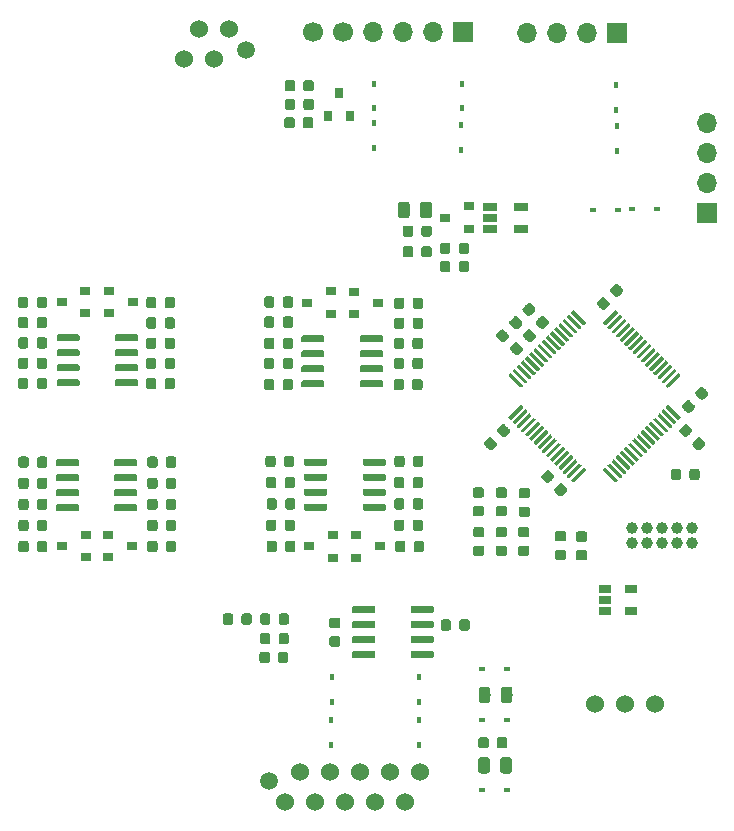
<source format=gbr>
G04 #@! TF.GenerationSoftware,KiCad,Pcbnew,(5.1.4-0)*
G04 #@! TF.CreationDate,2021-02-17T15:57:59+01:00*
G04 #@! TF.ProjectId,DCU,4443552e-6b69-4636-9164-5f7063625858,rev?*
G04 #@! TF.SameCoordinates,Original*
G04 #@! TF.FileFunction,Soldermask,Top*
G04 #@! TF.FilePolarity,Negative*
%FSLAX46Y46*%
G04 Gerber Fmt 4.6, Leading zero omitted, Abs format (unit mm)*
G04 Created by KiCad (PCBNEW (5.1.4-0)) date 2021-02-17 15:57:59*
%MOMM*%
%LPD*%
G04 APERTURE LIST*
%ADD10R,1.220000X0.650000*%
%ADD11C,0.100000*%
%ADD12C,0.975000*%
%ADD13C,0.875000*%
%ADD14R,0.900000X0.800000*%
%ADD15C,0.300000*%
%ADD16C,1.500000*%
%ADD17C,1.524000*%
%ADD18O,1.700000X1.700000*%
%ADD19R,1.700000X1.700000*%
%ADD20C,1.700000*%
%ADD21C,0.600000*%
%ADD22R,0.600000X0.450000*%
%ADD23R,0.450000X0.600000*%
%ADD24C,1.000000*%
%ADD25R,1.060000X0.650000*%
%ADD26R,0.800000X0.900000*%
G04 APERTURE END LIST*
D10*
X156610000Y-82350000D03*
X156610000Y-84250000D03*
X153990000Y-84250000D03*
X153990000Y-83300000D03*
X153990000Y-82350000D03*
D11*
G36*
X146967642Y-81901174D02*
G01*
X146991303Y-81904684D01*
X147014507Y-81910496D01*
X147037029Y-81918554D01*
X147058653Y-81928782D01*
X147079170Y-81941079D01*
X147098383Y-81955329D01*
X147116107Y-81971393D01*
X147132171Y-81989117D01*
X147146421Y-82008330D01*
X147158718Y-82028847D01*
X147168946Y-82050471D01*
X147177004Y-82072993D01*
X147182816Y-82096197D01*
X147186326Y-82119858D01*
X147187500Y-82143750D01*
X147187500Y-83056250D01*
X147186326Y-83080142D01*
X147182816Y-83103803D01*
X147177004Y-83127007D01*
X147168946Y-83149529D01*
X147158718Y-83171153D01*
X147146421Y-83191670D01*
X147132171Y-83210883D01*
X147116107Y-83228607D01*
X147098383Y-83244671D01*
X147079170Y-83258921D01*
X147058653Y-83271218D01*
X147037029Y-83281446D01*
X147014507Y-83289504D01*
X146991303Y-83295316D01*
X146967642Y-83298826D01*
X146943750Y-83300000D01*
X146456250Y-83300000D01*
X146432358Y-83298826D01*
X146408697Y-83295316D01*
X146385493Y-83289504D01*
X146362971Y-83281446D01*
X146341347Y-83271218D01*
X146320830Y-83258921D01*
X146301617Y-83244671D01*
X146283893Y-83228607D01*
X146267829Y-83210883D01*
X146253579Y-83191670D01*
X146241282Y-83171153D01*
X146231054Y-83149529D01*
X146222996Y-83127007D01*
X146217184Y-83103803D01*
X146213674Y-83080142D01*
X146212500Y-83056250D01*
X146212500Y-82143750D01*
X146213674Y-82119858D01*
X146217184Y-82096197D01*
X146222996Y-82072993D01*
X146231054Y-82050471D01*
X146241282Y-82028847D01*
X146253579Y-82008330D01*
X146267829Y-81989117D01*
X146283893Y-81971393D01*
X146301617Y-81955329D01*
X146320830Y-81941079D01*
X146341347Y-81928782D01*
X146362971Y-81918554D01*
X146385493Y-81910496D01*
X146408697Y-81904684D01*
X146432358Y-81901174D01*
X146456250Y-81900000D01*
X146943750Y-81900000D01*
X146967642Y-81901174D01*
X146967642Y-81901174D01*
G37*
D12*
X146700000Y-82600000D03*
D11*
G36*
X148842642Y-81901174D02*
G01*
X148866303Y-81904684D01*
X148889507Y-81910496D01*
X148912029Y-81918554D01*
X148933653Y-81928782D01*
X148954170Y-81941079D01*
X148973383Y-81955329D01*
X148991107Y-81971393D01*
X149007171Y-81989117D01*
X149021421Y-82008330D01*
X149033718Y-82028847D01*
X149043946Y-82050471D01*
X149052004Y-82072993D01*
X149057816Y-82096197D01*
X149061326Y-82119858D01*
X149062500Y-82143750D01*
X149062500Y-83056250D01*
X149061326Y-83080142D01*
X149057816Y-83103803D01*
X149052004Y-83127007D01*
X149043946Y-83149529D01*
X149033718Y-83171153D01*
X149021421Y-83191670D01*
X149007171Y-83210883D01*
X148991107Y-83228607D01*
X148973383Y-83244671D01*
X148954170Y-83258921D01*
X148933653Y-83271218D01*
X148912029Y-83281446D01*
X148889507Y-83289504D01*
X148866303Y-83295316D01*
X148842642Y-83298826D01*
X148818750Y-83300000D01*
X148331250Y-83300000D01*
X148307358Y-83298826D01*
X148283697Y-83295316D01*
X148260493Y-83289504D01*
X148237971Y-83281446D01*
X148216347Y-83271218D01*
X148195830Y-83258921D01*
X148176617Y-83244671D01*
X148158893Y-83228607D01*
X148142829Y-83210883D01*
X148128579Y-83191670D01*
X148116282Y-83171153D01*
X148106054Y-83149529D01*
X148097996Y-83127007D01*
X148092184Y-83103803D01*
X148088674Y-83080142D01*
X148087500Y-83056250D01*
X148087500Y-82143750D01*
X148088674Y-82119858D01*
X148092184Y-82096197D01*
X148097996Y-82072993D01*
X148106054Y-82050471D01*
X148116282Y-82028847D01*
X148128579Y-82008330D01*
X148142829Y-81989117D01*
X148158893Y-81971393D01*
X148176617Y-81955329D01*
X148195830Y-81941079D01*
X148216347Y-81928782D01*
X148237971Y-81918554D01*
X148260493Y-81910496D01*
X148283697Y-81904684D01*
X148307358Y-81901174D01*
X148331250Y-81900000D01*
X148818750Y-81900000D01*
X148842642Y-81901174D01*
X148842642Y-81901174D01*
G37*
D12*
X148575000Y-82600000D03*
D11*
G36*
X150452691Y-85376053D02*
G01*
X150473926Y-85379203D01*
X150494750Y-85384419D01*
X150514962Y-85391651D01*
X150534368Y-85400830D01*
X150552781Y-85411866D01*
X150570024Y-85424654D01*
X150585930Y-85439070D01*
X150600346Y-85454976D01*
X150613134Y-85472219D01*
X150624170Y-85490632D01*
X150633349Y-85510038D01*
X150640581Y-85530250D01*
X150645797Y-85551074D01*
X150648947Y-85572309D01*
X150650000Y-85593750D01*
X150650000Y-86106250D01*
X150648947Y-86127691D01*
X150645797Y-86148926D01*
X150640581Y-86169750D01*
X150633349Y-86189962D01*
X150624170Y-86209368D01*
X150613134Y-86227781D01*
X150600346Y-86245024D01*
X150585930Y-86260930D01*
X150570024Y-86275346D01*
X150552781Y-86288134D01*
X150534368Y-86299170D01*
X150514962Y-86308349D01*
X150494750Y-86315581D01*
X150473926Y-86320797D01*
X150452691Y-86323947D01*
X150431250Y-86325000D01*
X149993750Y-86325000D01*
X149972309Y-86323947D01*
X149951074Y-86320797D01*
X149930250Y-86315581D01*
X149910038Y-86308349D01*
X149890632Y-86299170D01*
X149872219Y-86288134D01*
X149854976Y-86275346D01*
X149839070Y-86260930D01*
X149824654Y-86245024D01*
X149811866Y-86227781D01*
X149800830Y-86209368D01*
X149791651Y-86189962D01*
X149784419Y-86169750D01*
X149779203Y-86148926D01*
X149776053Y-86127691D01*
X149775000Y-86106250D01*
X149775000Y-85593750D01*
X149776053Y-85572309D01*
X149779203Y-85551074D01*
X149784419Y-85530250D01*
X149791651Y-85510038D01*
X149800830Y-85490632D01*
X149811866Y-85472219D01*
X149824654Y-85454976D01*
X149839070Y-85439070D01*
X149854976Y-85424654D01*
X149872219Y-85411866D01*
X149890632Y-85400830D01*
X149910038Y-85391651D01*
X149930250Y-85384419D01*
X149951074Y-85379203D01*
X149972309Y-85376053D01*
X149993750Y-85375000D01*
X150431250Y-85375000D01*
X150452691Y-85376053D01*
X150452691Y-85376053D01*
G37*
D13*
X150212500Y-85850000D03*
D11*
G36*
X152027691Y-85376053D02*
G01*
X152048926Y-85379203D01*
X152069750Y-85384419D01*
X152089962Y-85391651D01*
X152109368Y-85400830D01*
X152127781Y-85411866D01*
X152145024Y-85424654D01*
X152160930Y-85439070D01*
X152175346Y-85454976D01*
X152188134Y-85472219D01*
X152199170Y-85490632D01*
X152208349Y-85510038D01*
X152215581Y-85530250D01*
X152220797Y-85551074D01*
X152223947Y-85572309D01*
X152225000Y-85593750D01*
X152225000Y-86106250D01*
X152223947Y-86127691D01*
X152220797Y-86148926D01*
X152215581Y-86169750D01*
X152208349Y-86189962D01*
X152199170Y-86209368D01*
X152188134Y-86227781D01*
X152175346Y-86245024D01*
X152160930Y-86260930D01*
X152145024Y-86275346D01*
X152127781Y-86288134D01*
X152109368Y-86299170D01*
X152089962Y-86308349D01*
X152069750Y-86315581D01*
X152048926Y-86320797D01*
X152027691Y-86323947D01*
X152006250Y-86325000D01*
X151568750Y-86325000D01*
X151547309Y-86323947D01*
X151526074Y-86320797D01*
X151505250Y-86315581D01*
X151485038Y-86308349D01*
X151465632Y-86299170D01*
X151447219Y-86288134D01*
X151429976Y-86275346D01*
X151414070Y-86260930D01*
X151399654Y-86245024D01*
X151386866Y-86227781D01*
X151375830Y-86209368D01*
X151366651Y-86189962D01*
X151359419Y-86169750D01*
X151354203Y-86148926D01*
X151351053Y-86127691D01*
X151350000Y-86106250D01*
X151350000Y-85593750D01*
X151351053Y-85572309D01*
X151354203Y-85551074D01*
X151359419Y-85530250D01*
X151366651Y-85510038D01*
X151375830Y-85490632D01*
X151386866Y-85472219D01*
X151399654Y-85454976D01*
X151414070Y-85439070D01*
X151429976Y-85424654D01*
X151447219Y-85411866D01*
X151465632Y-85400830D01*
X151485038Y-85391651D01*
X151505250Y-85384419D01*
X151526074Y-85379203D01*
X151547309Y-85376053D01*
X151568750Y-85375000D01*
X152006250Y-85375000D01*
X152027691Y-85376053D01*
X152027691Y-85376053D01*
G37*
D13*
X151787500Y-85850000D03*
D11*
G36*
X147290191Y-85676053D02*
G01*
X147311426Y-85679203D01*
X147332250Y-85684419D01*
X147352462Y-85691651D01*
X147371868Y-85700830D01*
X147390281Y-85711866D01*
X147407524Y-85724654D01*
X147423430Y-85739070D01*
X147437846Y-85754976D01*
X147450634Y-85772219D01*
X147461670Y-85790632D01*
X147470849Y-85810038D01*
X147478081Y-85830250D01*
X147483297Y-85851074D01*
X147486447Y-85872309D01*
X147487500Y-85893750D01*
X147487500Y-86406250D01*
X147486447Y-86427691D01*
X147483297Y-86448926D01*
X147478081Y-86469750D01*
X147470849Y-86489962D01*
X147461670Y-86509368D01*
X147450634Y-86527781D01*
X147437846Y-86545024D01*
X147423430Y-86560930D01*
X147407524Y-86575346D01*
X147390281Y-86588134D01*
X147371868Y-86599170D01*
X147352462Y-86608349D01*
X147332250Y-86615581D01*
X147311426Y-86620797D01*
X147290191Y-86623947D01*
X147268750Y-86625000D01*
X146831250Y-86625000D01*
X146809809Y-86623947D01*
X146788574Y-86620797D01*
X146767750Y-86615581D01*
X146747538Y-86608349D01*
X146728132Y-86599170D01*
X146709719Y-86588134D01*
X146692476Y-86575346D01*
X146676570Y-86560930D01*
X146662154Y-86545024D01*
X146649366Y-86527781D01*
X146638330Y-86509368D01*
X146629151Y-86489962D01*
X146621919Y-86469750D01*
X146616703Y-86448926D01*
X146613553Y-86427691D01*
X146612500Y-86406250D01*
X146612500Y-85893750D01*
X146613553Y-85872309D01*
X146616703Y-85851074D01*
X146621919Y-85830250D01*
X146629151Y-85810038D01*
X146638330Y-85790632D01*
X146649366Y-85772219D01*
X146662154Y-85754976D01*
X146676570Y-85739070D01*
X146692476Y-85724654D01*
X146709719Y-85711866D01*
X146728132Y-85700830D01*
X146747538Y-85691651D01*
X146767750Y-85684419D01*
X146788574Y-85679203D01*
X146809809Y-85676053D01*
X146831250Y-85675000D01*
X147268750Y-85675000D01*
X147290191Y-85676053D01*
X147290191Y-85676053D01*
G37*
D13*
X147050000Y-86150000D03*
D11*
G36*
X148865191Y-85676053D02*
G01*
X148886426Y-85679203D01*
X148907250Y-85684419D01*
X148927462Y-85691651D01*
X148946868Y-85700830D01*
X148965281Y-85711866D01*
X148982524Y-85724654D01*
X148998430Y-85739070D01*
X149012846Y-85754976D01*
X149025634Y-85772219D01*
X149036670Y-85790632D01*
X149045849Y-85810038D01*
X149053081Y-85830250D01*
X149058297Y-85851074D01*
X149061447Y-85872309D01*
X149062500Y-85893750D01*
X149062500Y-86406250D01*
X149061447Y-86427691D01*
X149058297Y-86448926D01*
X149053081Y-86469750D01*
X149045849Y-86489962D01*
X149036670Y-86509368D01*
X149025634Y-86527781D01*
X149012846Y-86545024D01*
X148998430Y-86560930D01*
X148982524Y-86575346D01*
X148965281Y-86588134D01*
X148946868Y-86599170D01*
X148927462Y-86608349D01*
X148907250Y-86615581D01*
X148886426Y-86620797D01*
X148865191Y-86623947D01*
X148843750Y-86625000D01*
X148406250Y-86625000D01*
X148384809Y-86623947D01*
X148363574Y-86620797D01*
X148342750Y-86615581D01*
X148322538Y-86608349D01*
X148303132Y-86599170D01*
X148284719Y-86588134D01*
X148267476Y-86575346D01*
X148251570Y-86560930D01*
X148237154Y-86545024D01*
X148224366Y-86527781D01*
X148213330Y-86509368D01*
X148204151Y-86489962D01*
X148196919Y-86469750D01*
X148191703Y-86448926D01*
X148188553Y-86427691D01*
X148187500Y-86406250D01*
X148187500Y-85893750D01*
X148188553Y-85872309D01*
X148191703Y-85851074D01*
X148196919Y-85830250D01*
X148204151Y-85810038D01*
X148213330Y-85790632D01*
X148224366Y-85772219D01*
X148237154Y-85754976D01*
X148251570Y-85739070D01*
X148267476Y-85724654D01*
X148284719Y-85711866D01*
X148303132Y-85700830D01*
X148322538Y-85691651D01*
X148342750Y-85684419D01*
X148363574Y-85679203D01*
X148384809Y-85676053D01*
X148406250Y-85675000D01*
X148843750Y-85675000D01*
X148865191Y-85676053D01*
X148865191Y-85676053D01*
G37*
D13*
X148625000Y-86150000D03*
D11*
G36*
X148865191Y-83926053D02*
G01*
X148886426Y-83929203D01*
X148907250Y-83934419D01*
X148927462Y-83941651D01*
X148946868Y-83950830D01*
X148965281Y-83961866D01*
X148982524Y-83974654D01*
X148998430Y-83989070D01*
X149012846Y-84004976D01*
X149025634Y-84022219D01*
X149036670Y-84040632D01*
X149045849Y-84060038D01*
X149053081Y-84080250D01*
X149058297Y-84101074D01*
X149061447Y-84122309D01*
X149062500Y-84143750D01*
X149062500Y-84656250D01*
X149061447Y-84677691D01*
X149058297Y-84698926D01*
X149053081Y-84719750D01*
X149045849Y-84739962D01*
X149036670Y-84759368D01*
X149025634Y-84777781D01*
X149012846Y-84795024D01*
X148998430Y-84810930D01*
X148982524Y-84825346D01*
X148965281Y-84838134D01*
X148946868Y-84849170D01*
X148927462Y-84858349D01*
X148907250Y-84865581D01*
X148886426Y-84870797D01*
X148865191Y-84873947D01*
X148843750Y-84875000D01*
X148406250Y-84875000D01*
X148384809Y-84873947D01*
X148363574Y-84870797D01*
X148342750Y-84865581D01*
X148322538Y-84858349D01*
X148303132Y-84849170D01*
X148284719Y-84838134D01*
X148267476Y-84825346D01*
X148251570Y-84810930D01*
X148237154Y-84795024D01*
X148224366Y-84777781D01*
X148213330Y-84759368D01*
X148204151Y-84739962D01*
X148196919Y-84719750D01*
X148191703Y-84698926D01*
X148188553Y-84677691D01*
X148187500Y-84656250D01*
X148187500Y-84143750D01*
X148188553Y-84122309D01*
X148191703Y-84101074D01*
X148196919Y-84080250D01*
X148204151Y-84060038D01*
X148213330Y-84040632D01*
X148224366Y-84022219D01*
X148237154Y-84004976D01*
X148251570Y-83989070D01*
X148267476Y-83974654D01*
X148284719Y-83961866D01*
X148303132Y-83950830D01*
X148322538Y-83941651D01*
X148342750Y-83934419D01*
X148363574Y-83929203D01*
X148384809Y-83926053D01*
X148406250Y-83925000D01*
X148843750Y-83925000D01*
X148865191Y-83926053D01*
X148865191Y-83926053D01*
G37*
D13*
X148625000Y-84400000D03*
D11*
G36*
X147290191Y-83926053D02*
G01*
X147311426Y-83929203D01*
X147332250Y-83934419D01*
X147352462Y-83941651D01*
X147371868Y-83950830D01*
X147390281Y-83961866D01*
X147407524Y-83974654D01*
X147423430Y-83989070D01*
X147437846Y-84004976D01*
X147450634Y-84022219D01*
X147461670Y-84040632D01*
X147470849Y-84060038D01*
X147478081Y-84080250D01*
X147483297Y-84101074D01*
X147486447Y-84122309D01*
X147487500Y-84143750D01*
X147487500Y-84656250D01*
X147486447Y-84677691D01*
X147483297Y-84698926D01*
X147478081Y-84719750D01*
X147470849Y-84739962D01*
X147461670Y-84759368D01*
X147450634Y-84777781D01*
X147437846Y-84795024D01*
X147423430Y-84810930D01*
X147407524Y-84825346D01*
X147390281Y-84838134D01*
X147371868Y-84849170D01*
X147352462Y-84858349D01*
X147332250Y-84865581D01*
X147311426Y-84870797D01*
X147290191Y-84873947D01*
X147268750Y-84875000D01*
X146831250Y-84875000D01*
X146809809Y-84873947D01*
X146788574Y-84870797D01*
X146767750Y-84865581D01*
X146747538Y-84858349D01*
X146728132Y-84849170D01*
X146709719Y-84838134D01*
X146692476Y-84825346D01*
X146676570Y-84810930D01*
X146662154Y-84795024D01*
X146649366Y-84777781D01*
X146638330Y-84759368D01*
X146629151Y-84739962D01*
X146621919Y-84719750D01*
X146616703Y-84698926D01*
X146613553Y-84677691D01*
X146612500Y-84656250D01*
X146612500Y-84143750D01*
X146613553Y-84122309D01*
X146616703Y-84101074D01*
X146621919Y-84080250D01*
X146629151Y-84060038D01*
X146638330Y-84040632D01*
X146649366Y-84022219D01*
X146662154Y-84004976D01*
X146676570Y-83989070D01*
X146692476Y-83974654D01*
X146709719Y-83961866D01*
X146728132Y-83950830D01*
X146747538Y-83941651D01*
X146767750Y-83934419D01*
X146788574Y-83929203D01*
X146809809Y-83926053D01*
X146831250Y-83925000D01*
X147268750Y-83925000D01*
X147290191Y-83926053D01*
X147290191Y-83926053D01*
G37*
D13*
X147050000Y-84400000D03*
D14*
X150220000Y-83250000D03*
X152220000Y-82300000D03*
X152220000Y-84200000D03*
D11*
G36*
X150452691Y-86926053D02*
G01*
X150473926Y-86929203D01*
X150494750Y-86934419D01*
X150514962Y-86941651D01*
X150534368Y-86950830D01*
X150552781Y-86961866D01*
X150570024Y-86974654D01*
X150585930Y-86989070D01*
X150600346Y-87004976D01*
X150613134Y-87022219D01*
X150624170Y-87040632D01*
X150633349Y-87060038D01*
X150640581Y-87080250D01*
X150645797Y-87101074D01*
X150648947Y-87122309D01*
X150650000Y-87143750D01*
X150650000Y-87656250D01*
X150648947Y-87677691D01*
X150645797Y-87698926D01*
X150640581Y-87719750D01*
X150633349Y-87739962D01*
X150624170Y-87759368D01*
X150613134Y-87777781D01*
X150600346Y-87795024D01*
X150585930Y-87810930D01*
X150570024Y-87825346D01*
X150552781Y-87838134D01*
X150534368Y-87849170D01*
X150514962Y-87858349D01*
X150494750Y-87865581D01*
X150473926Y-87870797D01*
X150452691Y-87873947D01*
X150431250Y-87875000D01*
X149993750Y-87875000D01*
X149972309Y-87873947D01*
X149951074Y-87870797D01*
X149930250Y-87865581D01*
X149910038Y-87858349D01*
X149890632Y-87849170D01*
X149872219Y-87838134D01*
X149854976Y-87825346D01*
X149839070Y-87810930D01*
X149824654Y-87795024D01*
X149811866Y-87777781D01*
X149800830Y-87759368D01*
X149791651Y-87739962D01*
X149784419Y-87719750D01*
X149779203Y-87698926D01*
X149776053Y-87677691D01*
X149775000Y-87656250D01*
X149775000Y-87143750D01*
X149776053Y-87122309D01*
X149779203Y-87101074D01*
X149784419Y-87080250D01*
X149791651Y-87060038D01*
X149800830Y-87040632D01*
X149811866Y-87022219D01*
X149824654Y-87004976D01*
X149839070Y-86989070D01*
X149854976Y-86974654D01*
X149872219Y-86961866D01*
X149890632Y-86950830D01*
X149910038Y-86941651D01*
X149930250Y-86934419D01*
X149951074Y-86929203D01*
X149972309Y-86926053D01*
X149993750Y-86925000D01*
X150431250Y-86925000D01*
X150452691Y-86926053D01*
X150452691Y-86926053D01*
G37*
D13*
X150212500Y-87400000D03*
D11*
G36*
X152027691Y-86926053D02*
G01*
X152048926Y-86929203D01*
X152069750Y-86934419D01*
X152089962Y-86941651D01*
X152109368Y-86950830D01*
X152127781Y-86961866D01*
X152145024Y-86974654D01*
X152160930Y-86989070D01*
X152175346Y-87004976D01*
X152188134Y-87022219D01*
X152199170Y-87040632D01*
X152208349Y-87060038D01*
X152215581Y-87080250D01*
X152220797Y-87101074D01*
X152223947Y-87122309D01*
X152225000Y-87143750D01*
X152225000Y-87656250D01*
X152223947Y-87677691D01*
X152220797Y-87698926D01*
X152215581Y-87719750D01*
X152208349Y-87739962D01*
X152199170Y-87759368D01*
X152188134Y-87777781D01*
X152175346Y-87795024D01*
X152160930Y-87810930D01*
X152145024Y-87825346D01*
X152127781Y-87838134D01*
X152109368Y-87849170D01*
X152089962Y-87858349D01*
X152069750Y-87865581D01*
X152048926Y-87870797D01*
X152027691Y-87873947D01*
X152006250Y-87875000D01*
X151568750Y-87875000D01*
X151547309Y-87873947D01*
X151526074Y-87870797D01*
X151505250Y-87865581D01*
X151485038Y-87858349D01*
X151465632Y-87849170D01*
X151447219Y-87838134D01*
X151429976Y-87825346D01*
X151414070Y-87810930D01*
X151399654Y-87795024D01*
X151386866Y-87777781D01*
X151375830Y-87759368D01*
X151366651Y-87739962D01*
X151359419Y-87719750D01*
X151354203Y-87698926D01*
X151351053Y-87677691D01*
X151350000Y-87656250D01*
X151350000Y-87143750D01*
X151351053Y-87122309D01*
X151354203Y-87101074D01*
X151359419Y-87080250D01*
X151366651Y-87060038D01*
X151375830Y-87040632D01*
X151386866Y-87022219D01*
X151399654Y-87004976D01*
X151414070Y-86989070D01*
X151429976Y-86974654D01*
X151447219Y-86961866D01*
X151465632Y-86950830D01*
X151485038Y-86941651D01*
X151505250Y-86934419D01*
X151526074Y-86929203D01*
X151547309Y-86926053D01*
X151568750Y-86925000D01*
X152006250Y-86925000D01*
X152027691Y-86926053D01*
X152027691Y-86926053D01*
G37*
D13*
X151787500Y-87400000D03*
D11*
G36*
X161047228Y-91098872D02*
G01*
X161054509Y-91099952D01*
X161061648Y-91101740D01*
X161068578Y-91104220D01*
X161075232Y-91107367D01*
X161081545Y-91111151D01*
X161087456Y-91115535D01*
X161092910Y-91120478D01*
X162082860Y-92110428D01*
X162087803Y-92115882D01*
X162092187Y-92121793D01*
X162095971Y-92128106D01*
X162099118Y-92134760D01*
X162101598Y-92141690D01*
X162103386Y-92148829D01*
X162104466Y-92156110D01*
X162104827Y-92163461D01*
X162104466Y-92170812D01*
X162103386Y-92178093D01*
X162101598Y-92185232D01*
X162099118Y-92192162D01*
X162095971Y-92198816D01*
X162092187Y-92205129D01*
X162087803Y-92211040D01*
X162082860Y-92216494D01*
X161976794Y-92322560D01*
X161971340Y-92327503D01*
X161965429Y-92331887D01*
X161959116Y-92335671D01*
X161952462Y-92338818D01*
X161945532Y-92341298D01*
X161938393Y-92343086D01*
X161931112Y-92344166D01*
X161923761Y-92344527D01*
X161916410Y-92344166D01*
X161909129Y-92343086D01*
X161901990Y-92341298D01*
X161895060Y-92338818D01*
X161888406Y-92335671D01*
X161882093Y-92331887D01*
X161876182Y-92327503D01*
X161870728Y-92322560D01*
X160880778Y-91332610D01*
X160875835Y-91327156D01*
X160871451Y-91321245D01*
X160867667Y-91314932D01*
X160864520Y-91308278D01*
X160862040Y-91301348D01*
X160860252Y-91294209D01*
X160859172Y-91286928D01*
X160858811Y-91279577D01*
X160859172Y-91272226D01*
X160860252Y-91264945D01*
X160862040Y-91257806D01*
X160864520Y-91250876D01*
X160867667Y-91244222D01*
X160871451Y-91237909D01*
X160875835Y-91231998D01*
X160880778Y-91226544D01*
X160986844Y-91120478D01*
X160992298Y-91115535D01*
X160998209Y-91111151D01*
X161004522Y-91107367D01*
X161011176Y-91104220D01*
X161018106Y-91101740D01*
X161025245Y-91099952D01*
X161032526Y-91098872D01*
X161039877Y-91098511D01*
X161047228Y-91098872D01*
X161047228Y-91098872D01*
G37*
D15*
X161481819Y-91721519D03*
D11*
G36*
X160693675Y-91452425D02*
G01*
X160700956Y-91453505D01*
X160708095Y-91455293D01*
X160715025Y-91457773D01*
X160721679Y-91460920D01*
X160727992Y-91464704D01*
X160733903Y-91469088D01*
X160739357Y-91474031D01*
X161729307Y-92463981D01*
X161734250Y-92469435D01*
X161738634Y-92475346D01*
X161742418Y-92481659D01*
X161745565Y-92488313D01*
X161748045Y-92495243D01*
X161749833Y-92502382D01*
X161750913Y-92509663D01*
X161751274Y-92517014D01*
X161750913Y-92524365D01*
X161749833Y-92531646D01*
X161748045Y-92538785D01*
X161745565Y-92545715D01*
X161742418Y-92552369D01*
X161738634Y-92558682D01*
X161734250Y-92564593D01*
X161729307Y-92570047D01*
X161623241Y-92676113D01*
X161617787Y-92681056D01*
X161611876Y-92685440D01*
X161605563Y-92689224D01*
X161598909Y-92692371D01*
X161591979Y-92694851D01*
X161584840Y-92696639D01*
X161577559Y-92697719D01*
X161570208Y-92698080D01*
X161562857Y-92697719D01*
X161555576Y-92696639D01*
X161548437Y-92694851D01*
X161541507Y-92692371D01*
X161534853Y-92689224D01*
X161528540Y-92685440D01*
X161522629Y-92681056D01*
X161517175Y-92676113D01*
X160527225Y-91686163D01*
X160522282Y-91680709D01*
X160517898Y-91674798D01*
X160514114Y-91668485D01*
X160510967Y-91661831D01*
X160508487Y-91654901D01*
X160506699Y-91647762D01*
X160505619Y-91640481D01*
X160505258Y-91633130D01*
X160505619Y-91625779D01*
X160506699Y-91618498D01*
X160508487Y-91611359D01*
X160510967Y-91604429D01*
X160514114Y-91597775D01*
X160517898Y-91591462D01*
X160522282Y-91585551D01*
X160527225Y-91580097D01*
X160633291Y-91474031D01*
X160638745Y-91469088D01*
X160644656Y-91464704D01*
X160650969Y-91460920D01*
X160657623Y-91457773D01*
X160664553Y-91455293D01*
X160671692Y-91453505D01*
X160678973Y-91452425D01*
X160686324Y-91452064D01*
X160693675Y-91452425D01*
X160693675Y-91452425D01*
G37*
D15*
X161128266Y-92075072D03*
D11*
G36*
X160340122Y-91805978D02*
G01*
X160347403Y-91807058D01*
X160354542Y-91808846D01*
X160361472Y-91811326D01*
X160368126Y-91814473D01*
X160374439Y-91818257D01*
X160380350Y-91822641D01*
X160385804Y-91827584D01*
X161375754Y-92817534D01*
X161380697Y-92822988D01*
X161385081Y-92828899D01*
X161388865Y-92835212D01*
X161392012Y-92841866D01*
X161394492Y-92848796D01*
X161396280Y-92855935D01*
X161397360Y-92863216D01*
X161397721Y-92870567D01*
X161397360Y-92877918D01*
X161396280Y-92885199D01*
X161394492Y-92892338D01*
X161392012Y-92899268D01*
X161388865Y-92905922D01*
X161385081Y-92912235D01*
X161380697Y-92918146D01*
X161375754Y-92923600D01*
X161269688Y-93029666D01*
X161264234Y-93034609D01*
X161258323Y-93038993D01*
X161252010Y-93042777D01*
X161245356Y-93045924D01*
X161238426Y-93048404D01*
X161231287Y-93050192D01*
X161224006Y-93051272D01*
X161216655Y-93051633D01*
X161209304Y-93051272D01*
X161202023Y-93050192D01*
X161194884Y-93048404D01*
X161187954Y-93045924D01*
X161181300Y-93042777D01*
X161174987Y-93038993D01*
X161169076Y-93034609D01*
X161163622Y-93029666D01*
X160173672Y-92039716D01*
X160168729Y-92034262D01*
X160164345Y-92028351D01*
X160160561Y-92022038D01*
X160157414Y-92015384D01*
X160154934Y-92008454D01*
X160153146Y-92001315D01*
X160152066Y-91994034D01*
X160151705Y-91986683D01*
X160152066Y-91979332D01*
X160153146Y-91972051D01*
X160154934Y-91964912D01*
X160157414Y-91957982D01*
X160160561Y-91951328D01*
X160164345Y-91945015D01*
X160168729Y-91939104D01*
X160173672Y-91933650D01*
X160279738Y-91827584D01*
X160285192Y-91822641D01*
X160291103Y-91818257D01*
X160297416Y-91814473D01*
X160304070Y-91811326D01*
X160311000Y-91808846D01*
X160318139Y-91807058D01*
X160325420Y-91805978D01*
X160332771Y-91805617D01*
X160340122Y-91805978D01*
X160340122Y-91805978D01*
G37*
D15*
X160774713Y-92428625D03*
D11*
G36*
X159986568Y-92159532D02*
G01*
X159993849Y-92160612D01*
X160000988Y-92162400D01*
X160007918Y-92164880D01*
X160014572Y-92168027D01*
X160020885Y-92171811D01*
X160026796Y-92176195D01*
X160032250Y-92181138D01*
X161022200Y-93171088D01*
X161027143Y-93176542D01*
X161031527Y-93182453D01*
X161035311Y-93188766D01*
X161038458Y-93195420D01*
X161040938Y-93202350D01*
X161042726Y-93209489D01*
X161043806Y-93216770D01*
X161044167Y-93224121D01*
X161043806Y-93231472D01*
X161042726Y-93238753D01*
X161040938Y-93245892D01*
X161038458Y-93252822D01*
X161035311Y-93259476D01*
X161031527Y-93265789D01*
X161027143Y-93271700D01*
X161022200Y-93277154D01*
X160916134Y-93383220D01*
X160910680Y-93388163D01*
X160904769Y-93392547D01*
X160898456Y-93396331D01*
X160891802Y-93399478D01*
X160884872Y-93401958D01*
X160877733Y-93403746D01*
X160870452Y-93404826D01*
X160863101Y-93405187D01*
X160855750Y-93404826D01*
X160848469Y-93403746D01*
X160841330Y-93401958D01*
X160834400Y-93399478D01*
X160827746Y-93396331D01*
X160821433Y-93392547D01*
X160815522Y-93388163D01*
X160810068Y-93383220D01*
X159820118Y-92393270D01*
X159815175Y-92387816D01*
X159810791Y-92381905D01*
X159807007Y-92375592D01*
X159803860Y-92368938D01*
X159801380Y-92362008D01*
X159799592Y-92354869D01*
X159798512Y-92347588D01*
X159798151Y-92340237D01*
X159798512Y-92332886D01*
X159799592Y-92325605D01*
X159801380Y-92318466D01*
X159803860Y-92311536D01*
X159807007Y-92304882D01*
X159810791Y-92298569D01*
X159815175Y-92292658D01*
X159820118Y-92287204D01*
X159926184Y-92181138D01*
X159931638Y-92176195D01*
X159937549Y-92171811D01*
X159943862Y-92168027D01*
X159950516Y-92164880D01*
X159957446Y-92162400D01*
X159964585Y-92160612D01*
X159971866Y-92159532D01*
X159979217Y-92159171D01*
X159986568Y-92159532D01*
X159986568Y-92159532D01*
G37*
D15*
X160421159Y-92782179D03*
D11*
G36*
X159633015Y-92513085D02*
G01*
X159640296Y-92514165D01*
X159647435Y-92515953D01*
X159654365Y-92518433D01*
X159661019Y-92521580D01*
X159667332Y-92525364D01*
X159673243Y-92529748D01*
X159678697Y-92534691D01*
X160668647Y-93524641D01*
X160673590Y-93530095D01*
X160677974Y-93536006D01*
X160681758Y-93542319D01*
X160684905Y-93548973D01*
X160687385Y-93555903D01*
X160689173Y-93563042D01*
X160690253Y-93570323D01*
X160690614Y-93577674D01*
X160690253Y-93585025D01*
X160689173Y-93592306D01*
X160687385Y-93599445D01*
X160684905Y-93606375D01*
X160681758Y-93613029D01*
X160677974Y-93619342D01*
X160673590Y-93625253D01*
X160668647Y-93630707D01*
X160562581Y-93736773D01*
X160557127Y-93741716D01*
X160551216Y-93746100D01*
X160544903Y-93749884D01*
X160538249Y-93753031D01*
X160531319Y-93755511D01*
X160524180Y-93757299D01*
X160516899Y-93758379D01*
X160509548Y-93758740D01*
X160502197Y-93758379D01*
X160494916Y-93757299D01*
X160487777Y-93755511D01*
X160480847Y-93753031D01*
X160474193Y-93749884D01*
X160467880Y-93746100D01*
X160461969Y-93741716D01*
X160456515Y-93736773D01*
X159466565Y-92746823D01*
X159461622Y-92741369D01*
X159457238Y-92735458D01*
X159453454Y-92729145D01*
X159450307Y-92722491D01*
X159447827Y-92715561D01*
X159446039Y-92708422D01*
X159444959Y-92701141D01*
X159444598Y-92693790D01*
X159444959Y-92686439D01*
X159446039Y-92679158D01*
X159447827Y-92672019D01*
X159450307Y-92665089D01*
X159453454Y-92658435D01*
X159457238Y-92652122D01*
X159461622Y-92646211D01*
X159466565Y-92640757D01*
X159572631Y-92534691D01*
X159578085Y-92529748D01*
X159583996Y-92525364D01*
X159590309Y-92521580D01*
X159596963Y-92518433D01*
X159603893Y-92515953D01*
X159611032Y-92514165D01*
X159618313Y-92513085D01*
X159625664Y-92512724D01*
X159633015Y-92513085D01*
X159633015Y-92513085D01*
G37*
D15*
X160067606Y-93135732D03*
D11*
G36*
X159279461Y-92866639D02*
G01*
X159286742Y-92867719D01*
X159293881Y-92869507D01*
X159300811Y-92871987D01*
X159307465Y-92875134D01*
X159313778Y-92878918D01*
X159319689Y-92883302D01*
X159325143Y-92888245D01*
X160315093Y-93878195D01*
X160320036Y-93883649D01*
X160324420Y-93889560D01*
X160328204Y-93895873D01*
X160331351Y-93902527D01*
X160333831Y-93909457D01*
X160335619Y-93916596D01*
X160336699Y-93923877D01*
X160337060Y-93931228D01*
X160336699Y-93938579D01*
X160335619Y-93945860D01*
X160333831Y-93952999D01*
X160331351Y-93959929D01*
X160328204Y-93966583D01*
X160324420Y-93972896D01*
X160320036Y-93978807D01*
X160315093Y-93984261D01*
X160209027Y-94090327D01*
X160203573Y-94095270D01*
X160197662Y-94099654D01*
X160191349Y-94103438D01*
X160184695Y-94106585D01*
X160177765Y-94109065D01*
X160170626Y-94110853D01*
X160163345Y-94111933D01*
X160155994Y-94112294D01*
X160148643Y-94111933D01*
X160141362Y-94110853D01*
X160134223Y-94109065D01*
X160127293Y-94106585D01*
X160120639Y-94103438D01*
X160114326Y-94099654D01*
X160108415Y-94095270D01*
X160102961Y-94090327D01*
X159113011Y-93100377D01*
X159108068Y-93094923D01*
X159103684Y-93089012D01*
X159099900Y-93082699D01*
X159096753Y-93076045D01*
X159094273Y-93069115D01*
X159092485Y-93061976D01*
X159091405Y-93054695D01*
X159091044Y-93047344D01*
X159091405Y-93039993D01*
X159092485Y-93032712D01*
X159094273Y-93025573D01*
X159096753Y-93018643D01*
X159099900Y-93011989D01*
X159103684Y-93005676D01*
X159108068Y-92999765D01*
X159113011Y-92994311D01*
X159219077Y-92888245D01*
X159224531Y-92883302D01*
X159230442Y-92878918D01*
X159236755Y-92875134D01*
X159243409Y-92871987D01*
X159250339Y-92869507D01*
X159257478Y-92867719D01*
X159264759Y-92866639D01*
X159272110Y-92866278D01*
X159279461Y-92866639D01*
X159279461Y-92866639D01*
G37*
D15*
X159714052Y-93489286D03*
D11*
G36*
X158925908Y-93220192D02*
G01*
X158933189Y-93221272D01*
X158940328Y-93223060D01*
X158947258Y-93225540D01*
X158953912Y-93228687D01*
X158960225Y-93232471D01*
X158966136Y-93236855D01*
X158971590Y-93241798D01*
X159961540Y-94231748D01*
X159966483Y-94237202D01*
X159970867Y-94243113D01*
X159974651Y-94249426D01*
X159977798Y-94256080D01*
X159980278Y-94263010D01*
X159982066Y-94270149D01*
X159983146Y-94277430D01*
X159983507Y-94284781D01*
X159983146Y-94292132D01*
X159982066Y-94299413D01*
X159980278Y-94306552D01*
X159977798Y-94313482D01*
X159974651Y-94320136D01*
X159970867Y-94326449D01*
X159966483Y-94332360D01*
X159961540Y-94337814D01*
X159855474Y-94443880D01*
X159850020Y-94448823D01*
X159844109Y-94453207D01*
X159837796Y-94456991D01*
X159831142Y-94460138D01*
X159824212Y-94462618D01*
X159817073Y-94464406D01*
X159809792Y-94465486D01*
X159802441Y-94465847D01*
X159795090Y-94465486D01*
X159787809Y-94464406D01*
X159780670Y-94462618D01*
X159773740Y-94460138D01*
X159767086Y-94456991D01*
X159760773Y-94453207D01*
X159754862Y-94448823D01*
X159749408Y-94443880D01*
X158759458Y-93453930D01*
X158754515Y-93448476D01*
X158750131Y-93442565D01*
X158746347Y-93436252D01*
X158743200Y-93429598D01*
X158740720Y-93422668D01*
X158738932Y-93415529D01*
X158737852Y-93408248D01*
X158737491Y-93400897D01*
X158737852Y-93393546D01*
X158738932Y-93386265D01*
X158740720Y-93379126D01*
X158743200Y-93372196D01*
X158746347Y-93365542D01*
X158750131Y-93359229D01*
X158754515Y-93353318D01*
X158759458Y-93347864D01*
X158865524Y-93241798D01*
X158870978Y-93236855D01*
X158876889Y-93232471D01*
X158883202Y-93228687D01*
X158889856Y-93225540D01*
X158896786Y-93223060D01*
X158903925Y-93221272D01*
X158911206Y-93220192D01*
X158918557Y-93219831D01*
X158925908Y-93220192D01*
X158925908Y-93220192D01*
G37*
D15*
X159360499Y-93842839D03*
D11*
G36*
X158572355Y-93573745D02*
G01*
X158579636Y-93574825D01*
X158586775Y-93576613D01*
X158593705Y-93579093D01*
X158600359Y-93582240D01*
X158606672Y-93586024D01*
X158612583Y-93590408D01*
X158618037Y-93595351D01*
X159607987Y-94585301D01*
X159612930Y-94590755D01*
X159617314Y-94596666D01*
X159621098Y-94602979D01*
X159624245Y-94609633D01*
X159626725Y-94616563D01*
X159628513Y-94623702D01*
X159629593Y-94630983D01*
X159629954Y-94638334D01*
X159629593Y-94645685D01*
X159628513Y-94652966D01*
X159626725Y-94660105D01*
X159624245Y-94667035D01*
X159621098Y-94673689D01*
X159617314Y-94680002D01*
X159612930Y-94685913D01*
X159607987Y-94691367D01*
X159501921Y-94797433D01*
X159496467Y-94802376D01*
X159490556Y-94806760D01*
X159484243Y-94810544D01*
X159477589Y-94813691D01*
X159470659Y-94816171D01*
X159463520Y-94817959D01*
X159456239Y-94819039D01*
X159448888Y-94819400D01*
X159441537Y-94819039D01*
X159434256Y-94817959D01*
X159427117Y-94816171D01*
X159420187Y-94813691D01*
X159413533Y-94810544D01*
X159407220Y-94806760D01*
X159401309Y-94802376D01*
X159395855Y-94797433D01*
X158405905Y-93807483D01*
X158400962Y-93802029D01*
X158396578Y-93796118D01*
X158392794Y-93789805D01*
X158389647Y-93783151D01*
X158387167Y-93776221D01*
X158385379Y-93769082D01*
X158384299Y-93761801D01*
X158383938Y-93754450D01*
X158384299Y-93747099D01*
X158385379Y-93739818D01*
X158387167Y-93732679D01*
X158389647Y-93725749D01*
X158392794Y-93719095D01*
X158396578Y-93712782D01*
X158400962Y-93706871D01*
X158405905Y-93701417D01*
X158511971Y-93595351D01*
X158517425Y-93590408D01*
X158523336Y-93586024D01*
X158529649Y-93582240D01*
X158536303Y-93579093D01*
X158543233Y-93576613D01*
X158550372Y-93574825D01*
X158557653Y-93573745D01*
X158565004Y-93573384D01*
X158572355Y-93573745D01*
X158572355Y-93573745D01*
G37*
D15*
X159006946Y-94196392D03*
D11*
G36*
X158218801Y-93927299D02*
G01*
X158226082Y-93928379D01*
X158233221Y-93930167D01*
X158240151Y-93932647D01*
X158246805Y-93935794D01*
X158253118Y-93939578D01*
X158259029Y-93943962D01*
X158264483Y-93948905D01*
X159254433Y-94938855D01*
X159259376Y-94944309D01*
X159263760Y-94950220D01*
X159267544Y-94956533D01*
X159270691Y-94963187D01*
X159273171Y-94970117D01*
X159274959Y-94977256D01*
X159276039Y-94984537D01*
X159276400Y-94991888D01*
X159276039Y-94999239D01*
X159274959Y-95006520D01*
X159273171Y-95013659D01*
X159270691Y-95020589D01*
X159267544Y-95027243D01*
X159263760Y-95033556D01*
X159259376Y-95039467D01*
X159254433Y-95044921D01*
X159148367Y-95150987D01*
X159142913Y-95155930D01*
X159137002Y-95160314D01*
X159130689Y-95164098D01*
X159124035Y-95167245D01*
X159117105Y-95169725D01*
X159109966Y-95171513D01*
X159102685Y-95172593D01*
X159095334Y-95172954D01*
X159087983Y-95172593D01*
X159080702Y-95171513D01*
X159073563Y-95169725D01*
X159066633Y-95167245D01*
X159059979Y-95164098D01*
X159053666Y-95160314D01*
X159047755Y-95155930D01*
X159042301Y-95150987D01*
X158052351Y-94161037D01*
X158047408Y-94155583D01*
X158043024Y-94149672D01*
X158039240Y-94143359D01*
X158036093Y-94136705D01*
X158033613Y-94129775D01*
X158031825Y-94122636D01*
X158030745Y-94115355D01*
X158030384Y-94108004D01*
X158030745Y-94100653D01*
X158031825Y-94093372D01*
X158033613Y-94086233D01*
X158036093Y-94079303D01*
X158039240Y-94072649D01*
X158043024Y-94066336D01*
X158047408Y-94060425D01*
X158052351Y-94054971D01*
X158158417Y-93948905D01*
X158163871Y-93943962D01*
X158169782Y-93939578D01*
X158176095Y-93935794D01*
X158182749Y-93932647D01*
X158189679Y-93930167D01*
X158196818Y-93928379D01*
X158204099Y-93927299D01*
X158211450Y-93926938D01*
X158218801Y-93927299D01*
X158218801Y-93927299D01*
G37*
D15*
X158653392Y-94549946D03*
D11*
G36*
X157865248Y-94280852D02*
G01*
X157872529Y-94281932D01*
X157879668Y-94283720D01*
X157886598Y-94286200D01*
X157893252Y-94289347D01*
X157899565Y-94293131D01*
X157905476Y-94297515D01*
X157910930Y-94302458D01*
X158900880Y-95292408D01*
X158905823Y-95297862D01*
X158910207Y-95303773D01*
X158913991Y-95310086D01*
X158917138Y-95316740D01*
X158919618Y-95323670D01*
X158921406Y-95330809D01*
X158922486Y-95338090D01*
X158922847Y-95345441D01*
X158922486Y-95352792D01*
X158921406Y-95360073D01*
X158919618Y-95367212D01*
X158917138Y-95374142D01*
X158913991Y-95380796D01*
X158910207Y-95387109D01*
X158905823Y-95393020D01*
X158900880Y-95398474D01*
X158794814Y-95504540D01*
X158789360Y-95509483D01*
X158783449Y-95513867D01*
X158777136Y-95517651D01*
X158770482Y-95520798D01*
X158763552Y-95523278D01*
X158756413Y-95525066D01*
X158749132Y-95526146D01*
X158741781Y-95526507D01*
X158734430Y-95526146D01*
X158727149Y-95525066D01*
X158720010Y-95523278D01*
X158713080Y-95520798D01*
X158706426Y-95517651D01*
X158700113Y-95513867D01*
X158694202Y-95509483D01*
X158688748Y-95504540D01*
X157698798Y-94514590D01*
X157693855Y-94509136D01*
X157689471Y-94503225D01*
X157685687Y-94496912D01*
X157682540Y-94490258D01*
X157680060Y-94483328D01*
X157678272Y-94476189D01*
X157677192Y-94468908D01*
X157676831Y-94461557D01*
X157677192Y-94454206D01*
X157678272Y-94446925D01*
X157680060Y-94439786D01*
X157682540Y-94432856D01*
X157685687Y-94426202D01*
X157689471Y-94419889D01*
X157693855Y-94413978D01*
X157698798Y-94408524D01*
X157804864Y-94302458D01*
X157810318Y-94297515D01*
X157816229Y-94293131D01*
X157822542Y-94289347D01*
X157829196Y-94286200D01*
X157836126Y-94283720D01*
X157843265Y-94281932D01*
X157850546Y-94280852D01*
X157857897Y-94280491D01*
X157865248Y-94280852D01*
X157865248Y-94280852D01*
G37*
D15*
X158299839Y-94903499D03*
D11*
G36*
X157511695Y-94634405D02*
G01*
X157518976Y-94635485D01*
X157526115Y-94637273D01*
X157533045Y-94639753D01*
X157539699Y-94642900D01*
X157546012Y-94646684D01*
X157551923Y-94651068D01*
X157557377Y-94656011D01*
X158547327Y-95645961D01*
X158552270Y-95651415D01*
X158556654Y-95657326D01*
X158560438Y-95663639D01*
X158563585Y-95670293D01*
X158566065Y-95677223D01*
X158567853Y-95684362D01*
X158568933Y-95691643D01*
X158569294Y-95698994D01*
X158568933Y-95706345D01*
X158567853Y-95713626D01*
X158566065Y-95720765D01*
X158563585Y-95727695D01*
X158560438Y-95734349D01*
X158556654Y-95740662D01*
X158552270Y-95746573D01*
X158547327Y-95752027D01*
X158441261Y-95858093D01*
X158435807Y-95863036D01*
X158429896Y-95867420D01*
X158423583Y-95871204D01*
X158416929Y-95874351D01*
X158409999Y-95876831D01*
X158402860Y-95878619D01*
X158395579Y-95879699D01*
X158388228Y-95880060D01*
X158380877Y-95879699D01*
X158373596Y-95878619D01*
X158366457Y-95876831D01*
X158359527Y-95874351D01*
X158352873Y-95871204D01*
X158346560Y-95867420D01*
X158340649Y-95863036D01*
X158335195Y-95858093D01*
X157345245Y-94868143D01*
X157340302Y-94862689D01*
X157335918Y-94856778D01*
X157332134Y-94850465D01*
X157328987Y-94843811D01*
X157326507Y-94836881D01*
X157324719Y-94829742D01*
X157323639Y-94822461D01*
X157323278Y-94815110D01*
X157323639Y-94807759D01*
X157324719Y-94800478D01*
X157326507Y-94793339D01*
X157328987Y-94786409D01*
X157332134Y-94779755D01*
X157335918Y-94773442D01*
X157340302Y-94767531D01*
X157345245Y-94762077D01*
X157451311Y-94656011D01*
X157456765Y-94651068D01*
X157462676Y-94646684D01*
X157468989Y-94642900D01*
X157475643Y-94639753D01*
X157482573Y-94637273D01*
X157489712Y-94635485D01*
X157496993Y-94634405D01*
X157504344Y-94634044D01*
X157511695Y-94634405D01*
X157511695Y-94634405D01*
G37*
D15*
X157946286Y-95257052D03*
D11*
G36*
X157158141Y-94987959D02*
G01*
X157165422Y-94989039D01*
X157172561Y-94990827D01*
X157179491Y-94993307D01*
X157186145Y-94996454D01*
X157192458Y-95000238D01*
X157198369Y-95004622D01*
X157203823Y-95009565D01*
X158193773Y-95999515D01*
X158198716Y-96004969D01*
X158203100Y-96010880D01*
X158206884Y-96017193D01*
X158210031Y-96023847D01*
X158212511Y-96030777D01*
X158214299Y-96037916D01*
X158215379Y-96045197D01*
X158215740Y-96052548D01*
X158215379Y-96059899D01*
X158214299Y-96067180D01*
X158212511Y-96074319D01*
X158210031Y-96081249D01*
X158206884Y-96087903D01*
X158203100Y-96094216D01*
X158198716Y-96100127D01*
X158193773Y-96105581D01*
X158087707Y-96211647D01*
X158082253Y-96216590D01*
X158076342Y-96220974D01*
X158070029Y-96224758D01*
X158063375Y-96227905D01*
X158056445Y-96230385D01*
X158049306Y-96232173D01*
X158042025Y-96233253D01*
X158034674Y-96233614D01*
X158027323Y-96233253D01*
X158020042Y-96232173D01*
X158012903Y-96230385D01*
X158005973Y-96227905D01*
X157999319Y-96224758D01*
X157993006Y-96220974D01*
X157987095Y-96216590D01*
X157981641Y-96211647D01*
X156991691Y-95221697D01*
X156986748Y-95216243D01*
X156982364Y-95210332D01*
X156978580Y-95204019D01*
X156975433Y-95197365D01*
X156972953Y-95190435D01*
X156971165Y-95183296D01*
X156970085Y-95176015D01*
X156969724Y-95168664D01*
X156970085Y-95161313D01*
X156971165Y-95154032D01*
X156972953Y-95146893D01*
X156975433Y-95139963D01*
X156978580Y-95133309D01*
X156982364Y-95126996D01*
X156986748Y-95121085D01*
X156991691Y-95115631D01*
X157097757Y-95009565D01*
X157103211Y-95004622D01*
X157109122Y-95000238D01*
X157115435Y-94996454D01*
X157122089Y-94993307D01*
X157129019Y-94990827D01*
X157136158Y-94989039D01*
X157143439Y-94987959D01*
X157150790Y-94987598D01*
X157158141Y-94987959D01*
X157158141Y-94987959D01*
G37*
D15*
X157592732Y-95610606D03*
D11*
G36*
X156804588Y-95341512D02*
G01*
X156811869Y-95342592D01*
X156819008Y-95344380D01*
X156825938Y-95346860D01*
X156832592Y-95350007D01*
X156838905Y-95353791D01*
X156844816Y-95358175D01*
X156850270Y-95363118D01*
X157840220Y-96353068D01*
X157845163Y-96358522D01*
X157849547Y-96364433D01*
X157853331Y-96370746D01*
X157856478Y-96377400D01*
X157858958Y-96384330D01*
X157860746Y-96391469D01*
X157861826Y-96398750D01*
X157862187Y-96406101D01*
X157861826Y-96413452D01*
X157860746Y-96420733D01*
X157858958Y-96427872D01*
X157856478Y-96434802D01*
X157853331Y-96441456D01*
X157849547Y-96447769D01*
X157845163Y-96453680D01*
X157840220Y-96459134D01*
X157734154Y-96565200D01*
X157728700Y-96570143D01*
X157722789Y-96574527D01*
X157716476Y-96578311D01*
X157709822Y-96581458D01*
X157702892Y-96583938D01*
X157695753Y-96585726D01*
X157688472Y-96586806D01*
X157681121Y-96587167D01*
X157673770Y-96586806D01*
X157666489Y-96585726D01*
X157659350Y-96583938D01*
X157652420Y-96581458D01*
X157645766Y-96578311D01*
X157639453Y-96574527D01*
X157633542Y-96570143D01*
X157628088Y-96565200D01*
X156638138Y-95575250D01*
X156633195Y-95569796D01*
X156628811Y-95563885D01*
X156625027Y-95557572D01*
X156621880Y-95550918D01*
X156619400Y-95543988D01*
X156617612Y-95536849D01*
X156616532Y-95529568D01*
X156616171Y-95522217D01*
X156616532Y-95514866D01*
X156617612Y-95507585D01*
X156619400Y-95500446D01*
X156621880Y-95493516D01*
X156625027Y-95486862D01*
X156628811Y-95480549D01*
X156633195Y-95474638D01*
X156638138Y-95469184D01*
X156744204Y-95363118D01*
X156749658Y-95358175D01*
X156755569Y-95353791D01*
X156761882Y-95350007D01*
X156768536Y-95346860D01*
X156775466Y-95344380D01*
X156782605Y-95342592D01*
X156789886Y-95341512D01*
X156797237Y-95341151D01*
X156804588Y-95341512D01*
X156804588Y-95341512D01*
G37*
D15*
X157239179Y-95964159D03*
D11*
G36*
X156451034Y-95695066D02*
G01*
X156458315Y-95696146D01*
X156465454Y-95697934D01*
X156472384Y-95700414D01*
X156479038Y-95703561D01*
X156485351Y-95707345D01*
X156491262Y-95711729D01*
X156496716Y-95716672D01*
X157486666Y-96706622D01*
X157491609Y-96712076D01*
X157495993Y-96717987D01*
X157499777Y-96724300D01*
X157502924Y-96730954D01*
X157505404Y-96737884D01*
X157507192Y-96745023D01*
X157508272Y-96752304D01*
X157508633Y-96759655D01*
X157508272Y-96767006D01*
X157507192Y-96774287D01*
X157505404Y-96781426D01*
X157502924Y-96788356D01*
X157499777Y-96795010D01*
X157495993Y-96801323D01*
X157491609Y-96807234D01*
X157486666Y-96812688D01*
X157380600Y-96918754D01*
X157375146Y-96923697D01*
X157369235Y-96928081D01*
X157362922Y-96931865D01*
X157356268Y-96935012D01*
X157349338Y-96937492D01*
X157342199Y-96939280D01*
X157334918Y-96940360D01*
X157327567Y-96940721D01*
X157320216Y-96940360D01*
X157312935Y-96939280D01*
X157305796Y-96937492D01*
X157298866Y-96935012D01*
X157292212Y-96931865D01*
X157285899Y-96928081D01*
X157279988Y-96923697D01*
X157274534Y-96918754D01*
X156284584Y-95928804D01*
X156279641Y-95923350D01*
X156275257Y-95917439D01*
X156271473Y-95911126D01*
X156268326Y-95904472D01*
X156265846Y-95897542D01*
X156264058Y-95890403D01*
X156262978Y-95883122D01*
X156262617Y-95875771D01*
X156262978Y-95868420D01*
X156264058Y-95861139D01*
X156265846Y-95854000D01*
X156268326Y-95847070D01*
X156271473Y-95840416D01*
X156275257Y-95834103D01*
X156279641Y-95828192D01*
X156284584Y-95822738D01*
X156390650Y-95716672D01*
X156396104Y-95711729D01*
X156402015Y-95707345D01*
X156408328Y-95703561D01*
X156414982Y-95700414D01*
X156421912Y-95697934D01*
X156429051Y-95696146D01*
X156436332Y-95695066D01*
X156443683Y-95694705D01*
X156451034Y-95695066D01*
X156451034Y-95695066D01*
G37*
D15*
X156885625Y-96317713D03*
D11*
G36*
X156097481Y-96048619D02*
G01*
X156104762Y-96049699D01*
X156111901Y-96051487D01*
X156118831Y-96053967D01*
X156125485Y-96057114D01*
X156131798Y-96060898D01*
X156137709Y-96065282D01*
X156143163Y-96070225D01*
X157133113Y-97060175D01*
X157138056Y-97065629D01*
X157142440Y-97071540D01*
X157146224Y-97077853D01*
X157149371Y-97084507D01*
X157151851Y-97091437D01*
X157153639Y-97098576D01*
X157154719Y-97105857D01*
X157155080Y-97113208D01*
X157154719Y-97120559D01*
X157153639Y-97127840D01*
X157151851Y-97134979D01*
X157149371Y-97141909D01*
X157146224Y-97148563D01*
X157142440Y-97154876D01*
X157138056Y-97160787D01*
X157133113Y-97166241D01*
X157027047Y-97272307D01*
X157021593Y-97277250D01*
X157015682Y-97281634D01*
X157009369Y-97285418D01*
X157002715Y-97288565D01*
X156995785Y-97291045D01*
X156988646Y-97292833D01*
X156981365Y-97293913D01*
X156974014Y-97294274D01*
X156966663Y-97293913D01*
X156959382Y-97292833D01*
X156952243Y-97291045D01*
X156945313Y-97288565D01*
X156938659Y-97285418D01*
X156932346Y-97281634D01*
X156926435Y-97277250D01*
X156920981Y-97272307D01*
X155931031Y-96282357D01*
X155926088Y-96276903D01*
X155921704Y-96270992D01*
X155917920Y-96264679D01*
X155914773Y-96258025D01*
X155912293Y-96251095D01*
X155910505Y-96243956D01*
X155909425Y-96236675D01*
X155909064Y-96229324D01*
X155909425Y-96221973D01*
X155910505Y-96214692D01*
X155912293Y-96207553D01*
X155914773Y-96200623D01*
X155917920Y-96193969D01*
X155921704Y-96187656D01*
X155926088Y-96181745D01*
X155931031Y-96176291D01*
X156037097Y-96070225D01*
X156042551Y-96065282D01*
X156048462Y-96060898D01*
X156054775Y-96057114D01*
X156061429Y-96053967D01*
X156068359Y-96051487D01*
X156075498Y-96049699D01*
X156082779Y-96048619D01*
X156090130Y-96048258D01*
X156097481Y-96048619D01*
X156097481Y-96048619D01*
G37*
D15*
X156532072Y-96671266D03*
D11*
G36*
X155743928Y-96402172D02*
G01*
X155751209Y-96403252D01*
X155758348Y-96405040D01*
X155765278Y-96407520D01*
X155771932Y-96410667D01*
X155778245Y-96414451D01*
X155784156Y-96418835D01*
X155789610Y-96423778D01*
X156779560Y-97413728D01*
X156784503Y-97419182D01*
X156788887Y-97425093D01*
X156792671Y-97431406D01*
X156795818Y-97438060D01*
X156798298Y-97444990D01*
X156800086Y-97452129D01*
X156801166Y-97459410D01*
X156801527Y-97466761D01*
X156801166Y-97474112D01*
X156800086Y-97481393D01*
X156798298Y-97488532D01*
X156795818Y-97495462D01*
X156792671Y-97502116D01*
X156788887Y-97508429D01*
X156784503Y-97514340D01*
X156779560Y-97519794D01*
X156673494Y-97625860D01*
X156668040Y-97630803D01*
X156662129Y-97635187D01*
X156655816Y-97638971D01*
X156649162Y-97642118D01*
X156642232Y-97644598D01*
X156635093Y-97646386D01*
X156627812Y-97647466D01*
X156620461Y-97647827D01*
X156613110Y-97647466D01*
X156605829Y-97646386D01*
X156598690Y-97644598D01*
X156591760Y-97642118D01*
X156585106Y-97638971D01*
X156578793Y-97635187D01*
X156572882Y-97630803D01*
X156567428Y-97625860D01*
X155577478Y-96635910D01*
X155572535Y-96630456D01*
X155568151Y-96624545D01*
X155564367Y-96618232D01*
X155561220Y-96611578D01*
X155558740Y-96604648D01*
X155556952Y-96597509D01*
X155555872Y-96590228D01*
X155555511Y-96582877D01*
X155555872Y-96575526D01*
X155556952Y-96568245D01*
X155558740Y-96561106D01*
X155561220Y-96554176D01*
X155564367Y-96547522D01*
X155568151Y-96541209D01*
X155572535Y-96535298D01*
X155577478Y-96529844D01*
X155683544Y-96423778D01*
X155688998Y-96418835D01*
X155694909Y-96414451D01*
X155701222Y-96410667D01*
X155707876Y-96407520D01*
X155714806Y-96405040D01*
X155721945Y-96403252D01*
X155729226Y-96402172D01*
X155736577Y-96401811D01*
X155743928Y-96402172D01*
X155743928Y-96402172D01*
G37*
D15*
X156178519Y-97024819D03*
D11*
G36*
X156627812Y-99124534D02*
G01*
X156635093Y-99125614D01*
X156642232Y-99127402D01*
X156649162Y-99129882D01*
X156655816Y-99133029D01*
X156662129Y-99136813D01*
X156668040Y-99141197D01*
X156673494Y-99146140D01*
X156779560Y-99252206D01*
X156784503Y-99257660D01*
X156788887Y-99263571D01*
X156792671Y-99269884D01*
X156795818Y-99276538D01*
X156798298Y-99283468D01*
X156800086Y-99290607D01*
X156801166Y-99297888D01*
X156801527Y-99305239D01*
X156801166Y-99312590D01*
X156800086Y-99319871D01*
X156798298Y-99327010D01*
X156795818Y-99333940D01*
X156792671Y-99340594D01*
X156788887Y-99346907D01*
X156784503Y-99352818D01*
X156779560Y-99358272D01*
X155789610Y-100348222D01*
X155784156Y-100353165D01*
X155778245Y-100357549D01*
X155771932Y-100361333D01*
X155765278Y-100364480D01*
X155758348Y-100366960D01*
X155751209Y-100368748D01*
X155743928Y-100369828D01*
X155736577Y-100370189D01*
X155729226Y-100369828D01*
X155721945Y-100368748D01*
X155714806Y-100366960D01*
X155707876Y-100364480D01*
X155701222Y-100361333D01*
X155694909Y-100357549D01*
X155688998Y-100353165D01*
X155683544Y-100348222D01*
X155577478Y-100242156D01*
X155572535Y-100236702D01*
X155568151Y-100230791D01*
X155564367Y-100224478D01*
X155561220Y-100217824D01*
X155558740Y-100210894D01*
X155556952Y-100203755D01*
X155555872Y-100196474D01*
X155555511Y-100189123D01*
X155555872Y-100181772D01*
X155556952Y-100174491D01*
X155558740Y-100167352D01*
X155561220Y-100160422D01*
X155564367Y-100153768D01*
X155568151Y-100147455D01*
X155572535Y-100141544D01*
X155577478Y-100136090D01*
X156567428Y-99146140D01*
X156572882Y-99141197D01*
X156578793Y-99136813D01*
X156585106Y-99133029D01*
X156591760Y-99129882D01*
X156598690Y-99127402D01*
X156605829Y-99125614D01*
X156613110Y-99124534D01*
X156620461Y-99124173D01*
X156627812Y-99124534D01*
X156627812Y-99124534D01*
G37*
D15*
X156178519Y-99747181D03*
D11*
G36*
X156981365Y-99478087D02*
G01*
X156988646Y-99479167D01*
X156995785Y-99480955D01*
X157002715Y-99483435D01*
X157009369Y-99486582D01*
X157015682Y-99490366D01*
X157021593Y-99494750D01*
X157027047Y-99499693D01*
X157133113Y-99605759D01*
X157138056Y-99611213D01*
X157142440Y-99617124D01*
X157146224Y-99623437D01*
X157149371Y-99630091D01*
X157151851Y-99637021D01*
X157153639Y-99644160D01*
X157154719Y-99651441D01*
X157155080Y-99658792D01*
X157154719Y-99666143D01*
X157153639Y-99673424D01*
X157151851Y-99680563D01*
X157149371Y-99687493D01*
X157146224Y-99694147D01*
X157142440Y-99700460D01*
X157138056Y-99706371D01*
X157133113Y-99711825D01*
X156143163Y-100701775D01*
X156137709Y-100706718D01*
X156131798Y-100711102D01*
X156125485Y-100714886D01*
X156118831Y-100718033D01*
X156111901Y-100720513D01*
X156104762Y-100722301D01*
X156097481Y-100723381D01*
X156090130Y-100723742D01*
X156082779Y-100723381D01*
X156075498Y-100722301D01*
X156068359Y-100720513D01*
X156061429Y-100718033D01*
X156054775Y-100714886D01*
X156048462Y-100711102D01*
X156042551Y-100706718D01*
X156037097Y-100701775D01*
X155931031Y-100595709D01*
X155926088Y-100590255D01*
X155921704Y-100584344D01*
X155917920Y-100578031D01*
X155914773Y-100571377D01*
X155912293Y-100564447D01*
X155910505Y-100557308D01*
X155909425Y-100550027D01*
X155909064Y-100542676D01*
X155909425Y-100535325D01*
X155910505Y-100528044D01*
X155912293Y-100520905D01*
X155914773Y-100513975D01*
X155917920Y-100507321D01*
X155921704Y-100501008D01*
X155926088Y-100495097D01*
X155931031Y-100489643D01*
X156920981Y-99499693D01*
X156926435Y-99494750D01*
X156932346Y-99490366D01*
X156938659Y-99486582D01*
X156945313Y-99483435D01*
X156952243Y-99480955D01*
X156959382Y-99479167D01*
X156966663Y-99478087D01*
X156974014Y-99477726D01*
X156981365Y-99478087D01*
X156981365Y-99478087D01*
G37*
D15*
X156532072Y-100100734D03*
D11*
G36*
X157334918Y-99831640D02*
G01*
X157342199Y-99832720D01*
X157349338Y-99834508D01*
X157356268Y-99836988D01*
X157362922Y-99840135D01*
X157369235Y-99843919D01*
X157375146Y-99848303D01*
X157380600Y-99853246D01*
X157486666Y-99959312D01*
X157491609Y-99964766D01*
X157495993Y-99970677D01*
X157499777Y-99976990D01*
X157502924Y-99983644D01*
X157505404Y-99990574D01*
X157507192Y-99997713D01*
X157508272Y-100004994D01*
X157508633Y-100012345D01*
X157508272Y-100019696D01*
X157507192Y-100026977D01*
X157505404Y-100034116D01*
X157502924Y-100041046D01*
X157499777Y-100047700D01*
X157495993Y-100054013D01*
X157491609Y-100059924D01*
X157486666Y-100065378D01*
X156496716Y-101055328D01*
X156491262Y-101060271D01*
X156485351Y-101064655D01*
X156479038Y-101068439D01*
X156472384Y-101071586D01*
X156465454Y-101074066D01*
X156458315Y-101075854D01*
X156451034Y-101076934D01*
X156443683Y-101077295D01*
X156436332Y-101076934D01*
X156429051Y-101075854D01*
X156421912Y-101074066D01*
X156414982Y-101071586D01*
X156408328Y-101068439D01*
X156402015Y-101064655D01*
X156396104Y-101060271D01*
X156390650Y-101055328D01*
X156284584Y-100949262D01*
X156279641Y-100943808D01*
X156275257Y-100937897D01*
X156271473Y-100931584D01*
X156268326Y-100924930D01*
X156265846Y-100918000D01*
X156264058Y-100910861D01*
X156262978Y-100903580D01*
X156262617Y-100896229D01*
X156262978Y-100888878D01*
X156264058Y-100881597D01*
X156265846Y-100874458D01*
X156268326Y-100867528D01*
X156271473Y-100860874D01*
X156275257Y-100854561D01*
X156279641Y-100848650D01*
X156284584Y-100843196D01*
X157274534Y-99853246D01*
X157279988Y-99848303D01*
X157285899Y-99843919D01*
X157292212Y-99840135D01*
X157298866Y-99836988D01*
X157305796Y-99834508D01*
X157312935Y-99832720D01*
X157320216Y-99831640D01*
X157327567Y-99831279D01*
X157334918Y-99831640D01*
X157334918Y-99831640D01*
G37*
D15*
X156885625Y-100454287D03*
D11*
G36*
X157688472Y-100185194D02*
G01*
X157695753Y-100186274D01*
X157702892Y-100188062D01*
X157709822Y-100190542D01*
X157716476Y-100193689D01*
X157722789Y-100197473D01*
X157728700Y-100201857D01*
X157734154Y-100206800D01*
X157840220Y-100312866D01*
X157845163Y-100318320D01*
X157849547Y-100324231D01*
X157853331Y-100330544D01*
X157856478Y-100337198D01*
X157858958Y-100344128D01*
X157860746Y-100351267D01*
X157861826Y-100358548D01*
X157862187Y-100365899D01*
X157861826Y-100373250D01*
X157860746Y-100380531D01*
X157858958Y-100387670D01*
X157856478Y-100394600D01*
X157853331Y-100401254D01*
X157849547Y-100407567D01*
X157845163Y-100413478D01*
X157840220Y-100418932D01*
X156850270Y-101408882D01*
X156844816Y-101413825D01*
X156838905Y-101418209D01*
X156832592Y-101421993D01*
X156825938Y-101425140D01*
X156819008Y-101427620D01*
X156811869Y-101429408D01*
X156804588Y-101430488D01*
X156797237Y-101430849D01*
X156789886Y-101430488D01*
X156782605Y-101429408D01*
X156775466Y-101427620D01*
X156768536Y-101425140D01*
X156761882Y-101421993D01*
X156755569Y-101418209D01*
X156749658Y-101413825D01*
X156744204Y-101408882D01*
X156638138Y-101302816D01*
X156633195Y-101297362D01*
X156628811Y-101291451D01*
X156625027Y-101285138D01*
X156621880Y-101278484D01*
X156619400Y-101271554D01*
X156617612Y-101264415D01*
X156616532Y-101257134D01*
X156616171Y-101249783D01*
X156616532Y-101242432D01*
X156617612Y-101235151D01*
X156619400Y-101228012D01*
X156621880Y-101221082D01*
X156625027Y-101214428D01*
X156628811Y-101208115D01*
X156633195Y-101202204D01*
X156638138Y-101196750D01*
X157628088Y-100206800D01*
X157633542Y-100201857D01*
X157639453Y-100197473D01*
X157645766Y-100193689D01*
X157652420Y-100190542D01*
X157659350Y-100188062D01*
X157666489Y-100186274D01*
X157673770Y-100185194D01*
X157681121Y-100184833D01*
X157688472Y-100185194D01*
X157688472Y-100185194D01*
G37*
D15*
X157239179Y-100807841D03*
D11*
G36*
X158042025Y-100538747D02*
G01*
X158049306Y-100539827D01*
X158056445Y-100541615D01*
X158063375Y-100544095D01*
X158070029Y-100547242D01*
X158076342Y-100551026D01*
X158082253Y-100555410D01*
X158087707Y-100560353D01*
X158193773Y-100666419D01*
X158198716Y-100671873D01*
X158203100Y-100677784D01*
X158206884Y-100684097D01*
X158210031Y-100690751D01*
X158212511Y-100697681D01*
X158214299Y-100704820D01*
X158215379Y-100712101D01*
X158215740Y-100719452D01*
X158215379Y-100726803D01*
X158214299Y-100734084D01*
X158212511Y-100741223D01*
X158210031Y-100748153D01*
X158206884Y-100754807D01*
X158203100Y-100761120D01*
X158198716Y-100767031D01*
X158193773Y-100772485D01*
X157203823Y-101762435D01*
X157198369Y-101767378D01*
X157192458Y-101771762D01*
X157186145Y-101775546D01*
X157179491Y-101778693D01*
X157172561Y-101781173D01*
X157165422Y-101782961D01*
X157158141Y-101784041D01*
X157150790Y-101784402D01*
X157143439Y-101784041D01*
X157136158Y-101782961D01*
X157129019Y-101781173D01*
X157122089Y-101778693D01*
X157115435Y-101775546D01*
X157109122Y-101771762D01*
X157103211Y-101767378D01*
X157097757Y-101762435D01*
X156991691Y-101656369D01*
X156986748Y-101650915D01*
X156982364Y-101645004D01*
X156978580Y-101638691D01*
X156975433Y-101632037D01*
X156972953Y-101625107D01*
X156971165Y-101617968D01*
X156970085Y-101610687D01*
X156969724Y-101603336D01*
X156970085Y-101595985D01*
X156971165Y-101588704D01*
X156972953Y-101581565D01*
X156975433Y-101574635D01*
X156978580Y-101567981D01*
X156982364Y-101561668D01*
X156986748Y-101555757D01*
X156991691Y-101550303D01*
X157981641Y-100560353D01*
X157987095Y-100555410D01*
X157993006Y-100551026D01*
X157999319Y-100547242D01*
X158005973Y-100544095D01*
X158012903Y-100541615D01*
X158020042Y-100539827D01*
X158027323Y-100538747D01*
X158034674Y-100538386D01*
X158042025Y-100538747D01*
X158042025Y-100538747D01*
G37*
D15*
X157592732Y-101161394D03*
D11*
G36*
X158395579Y-100892301D02*
G01*
X158402860Y-100893381D01*
X158409999Y-100895169D01*
X158416929Y-100897649D01*
X158423583Y-100900796D01*
X158429896Y-100904580D01*
X158435807Y-100908964D01*
X158441261Y-100913907D01*
X158547327Y-101019973D01*
X158552270Y-101025427D01*
X158556654Y-101031338D01*
X158560438Y-101037651D01*
X158563585Y-101044305D01*
X158566065Y-101051235D01*
X158567853Y-101058374D01*
X158568933Y-101065655D01*
X158569294Y-101073006D01*
X158568933Y-101080357D01*
X158567853Y-101087638D01*
X158566065Y-101094777D01*
X158563585Y-101101707D01*
X158560438Y-101108361D01*
X158556654Y-101114674D01*
X158552270Y-101120585D01*
X158547327Y-101126039D01*
X157557377Y-102115989D01*
X157551923Y-102120932D01*
X157546012Y-102125316D01*
X157539699Y-102129100D01*
X157533045Y-102132247D01*
X157526115Y-102134727D01*
X157518976Y-102136515D01*
X157511695Y-102137595D01*
X157504344Y-102137956D01*
X157496993Y-102137595D01*
X157489712Y-102136515D01*
X157482573Y-102134727D01*
X157475643Y-102132247D01*
X157468989Y-102129100D01*
X157462676Y-102125316D01*
X157456765Y-102120932D01*
X157451311Y-102115989D01*
X157345245Y-102009923D01*
X157340302Y-102004469D01*
X157335918Y-101998558D01*
X157332134Y-101992245D01*
X157328987Y-101985591D01*
X157326507Y-101978661D01*
X157324719Y-101971522D01*
X157323639Y-101964241D01*
X157323278Y-101956890D01*
X157323639Y-101949539D01*
X157324719Y-101942258D01*
X157326507Y-101935119D01*
X157328987Y-101928189D01*
X157332134Y-101921535D01*
X157335918Y-101915222D01*
X157340302Y-101909311D01*
X157345245Y-101903857D01*
X158335195Y-100913907D01*
X158340649Y-100908964D01*
X158346560Y-100904580D01*
X158352873Y-100900796D01*
X158359527Y-100897649D01*
X158366457Y-100895169D01*
X158373596Y-100893381D01*
X158380877Y-100892301D01*
X158388228Y-100891940D01*
X158395579Y-100892301D01*
X158395579Y-100892301D01*
G37*
D15*
X157946286Y-101514948D03*
D11*
G36*
X158749132Y-101245854D02*
G01*
X158756413Y-101246934D01*
X158763552Y-101248722D01*
X158770482Y-101251202D01*
X158777136Y-101254349D01*
X158783449Y-101258133D01*
X158789360Y-101262517D01*
X158794814Y-101267460D01*
X158900880Y-101373526D01*
X158905823Y-101378980D01*
X158910207Y-101384891D01*
X158913991Y-101391204D01*
X158917138Y-101397858D01*
X158919618Y-101404788D01*
X158921406Y-101411927D01*
X158922486Y-101419208D01*
X158922847Y-101426559D01*
X158922486Y-101433910D01*
X158921406Y-101441191D01*
X158919618Y-101448330D01*
X158917138Y-101455260D01*
X158913991Y-101461914D01*
X158910207Y-101468227D01*
X158905823Y-101474138D01*
X158900880Y-101479592D01*
X157910930Y-102469542D01*
X157905476Y-102474485D01*
X157899565Y-102478869D01*
X157893252Y-102482653D01*
X157886598Y-102485800D01*
X157879668Y-102488280D01*
X157872529Y-102490068D01*
X157865248Y-102491148D01*
X157857897Y-102491509D01*
X157850546Y-102491148D01*
X157843265Y-102490068D01*
X157836126Y-102488280D01*
X157829196Y-102485800D01*
X157822542Y-102482653D01*
X157816229Y-102478869D01*
X157810318Y-102474485D01*
X157804864Y-102469542D01*
X157698798Y-102363476D01*
X157693855Y-102358022D01*
X157689471Y-102352111D01*
X157685687Y-102345798D01*
X157682540Y-102339144D01*
X157680060Y-102332214D01*
X157678272Y-102325075D01*
X157677192Y-102317794D01*
X157676831Y-102310443D01*
X157677192Y-102303092D01*
X157678272Y-102295811D01*
X157680060Y-102288672D01*
X157682540Y-102281742D01*
X157685687Y-102275088D01*
X157689471Y-102268775D01*
X157693855Y-102262864D01*
X157698798Y-102257410D01*
X158688748Y-101267460D01*
X158694202Y-101262517D01*
X158700113Y-101258133D01*
X158706426Y-101254349D01*
X158713080Y-101251202D01*
X158720010Y-101248722D01*
X158727149Y-101246934D01*
X158734430Y-101245854D01*
X158741781Y-101245493D01*
X158749132Y-101245854D01*
X158749132Y-101245854D01*
G37*
D15*
X158299839Y-101868501D03*
D11*
G36*
X159102685Y-101599407D02*
G01*
X159109966Y-101600487D01*
X159117105Y-101602275D01*
X159124035Y-101604755D01*
X159130689Y-101607902D01*
X159137002Y-101611686D01*
X159142913Y-101616070D01*
X159148367Y-101621013D01*
X159254433Y-101727079D01*
X159259376Y-101732533D01*
X159263760Y-101738444D01*
X159267544Y-101744757D01*
X159270691Y-101751411D01*
X159273171Y-101758341D01*
X159274959Y-101765480D01*
X159276039Y-101772761D01*
X159276400Y-101780112D01*
X159276039Y-101787463D01*
X159274959Y-101794744D01*
X159273171Y-101801883D01*
X159270691Y-101808813D01*
X159267544Y-101815467D01*
X159263760Y-101821780D01*
X159259376Y-101827691D01*
X159254433Y-101833145D01*
X158264483Y-102823095D01*
X158259029Y-102828038D01*
X158253118Y-102832422D01*
X158246805Y-102836206D01*
X158240151Y-102839353D01*
X158233221Y-102841833D01*
X158226082Y-102843621D01*
X158218801Y-102844701D01*
X158211450Y-102845062D01*
X158204099Y-102844701D01*
X158196818Y-102843621D01*
X158189679Y-102841833D01*
X158182749Y-102839353D01*
X158176095Y-102836206D01*
X158169782Y-102832422D01*
X158163871Y-102828038D01*
X158158417Y-102823095D01*
X158052351Y-102717029D01*
X158047408Y-102711575D01*
X158043024Y-102705664D01*
X158039240Y-102699351D01*
X158036093Y-102692697D01*
X158033613Y-102685767D01*
X158031825Y-102678628D01*
X158030745Y-102671347D01*
X158030384Y-102663996D01*
X158030745Y-102656645D01*
X158031825Y-102649364D01*
X158033613Y-102642225D01*
X158036093Y-102635295D01*
X158039240Y-102628641D01*
X158043024Y-102622328D01*
X158047408Y-102616417D01*
X158052351Y-102610963D01*
X159042301Y-101621013D01*
X159047755Y-101616070D01*
X159053666Y-101611686D01*
X159059979Y-101607902D01*
X159066633Y-101604755D01*
X159073563Y-101602275D01*
X159080702Y-101600487D01*
X159087983Y-101599407D01*
X159095334Y-101599046D01*
X159102685Y-101599407D01*
X159102685Y-101599407D01*
G37*
D15*
X158653392Y-102222054D03*
D11*
G36*
X159456239Y-101952961D02*
G01*
X159463520Y-101954041D01*
X159470659Y-101955829D01*
X159477589Y-101958309D01*
X159484243Y-101961456D01*
X159490556Y-101965240D01*
X159496467Y-101969624D01*
X159501921Y-101974567D01*
X159607987Y-102080633D01*
X159612930Y-102086087D01*
X159617314Y-102091998D01*
X159621098Y-102098311D01*
X159624245Y-102104965D01*
X159626725Y-102111895D01*
X159628513Y-102119034D01*
X159629593Y-102126315D01*
X159629954Y-102133666D01*
X159629593Y-102141017D01*
X159628513Y-102148298D01*
X159626725Y-102155437D01*
X159624245Y-102162367D01*
X159621098Y-102169021D01*
X159617314Y-102175334D01*
X159612930Y-102181245D01*
X159607987Y-102186699D01*
X158618037Y-103176649D01*
X158612583Y-103181592D01*
X158606672Y-103185976D01*
X158600359Y-103189760D01*
X158593705Y-103192907D01*
X158586775Y-103195387D01*
X158579636Y-103197175D01*
X158572355Y-103198255D01*
X158565004Y-103198616D01*
X158557653Y-103198255D01*
X158550372Y-103197175D01*
X158543233Y-103195387D01*
X158536303Y-103192907D01*
X158529649Y-103189760D01*
X158523336Y-103185976D01*
X158517425Y-103181592D01*
X158511971Y-103176649D01*
X158405905Y-103070583D01*
X158400962Y-103065129D01*
X158396578Y-103059218D01*
X158392794Y-103052905D01*
X158389647Y-103046251D01*
X158387167Y-103039321D01*
X158385379Y-103032182D01*
X158384299Y-103024901D01*
X158383938Y-103017550D01*
X158384299Y-103010199D01*
X158385379Y-103002918D01*
X158387167Y-102995779D01*
X158389647Y-102988849D01*
X158392794Y-102982195D01*
X158396578Y-102975882D01*
X158400962Y-102969971D01*
X158405905Y-102964517D01*
X159395855Y-101974567D01*
X159401309Y-101969624D01*
X159407220Y-101965240D01*
X159413533Y-101961456D01*
X159420187Y-101958309D01*
X159427117Y-101955829D01*
X159434256Y-101954041D01*
X159441537Y-101952961D01*
X159448888Y-101952600D01*
X159456239Y-101952961D01*
X159456239Y-101952961D01*
G37*
D15*
X159006946Y-102575608D03*
D11*
G36*
X159809792Y-102306514D02*
G01*
X159817073Y-102307594D01*
X159824212Y-102309382D01*
X159831142Y-102311862D01*
X159837796Y-102315009D01*
X159844109Y-102318793D01*
X159850020Y-102323177D01*
X159855474Y-102328120D01*
X159961540Y-102434186D01*
X159966483Y-102439640D01*
X159970867Y-102445551D01*
X159974651Y-102451864D01*
X159977798Y-102458518D01*
X159980278Y-102465448D01*
X159982066Y-102472587D01*
X159983146Y-102479868D01*
X159983507Y-102487219D01*
X159983146Y-102494570D01*
X159982066Y-102501851D01*
X159980278Y-102508990D01*
X159977798Y-102515920D01*
X159974651Y-102522574D01*
X159970867Y-102528887D01*
X159966483Y-102534798D01*
X159961540Y-102540252D01*
X158971590Y-103530202D01*
X158966136Y-103535145D01*
X158960225Y-103539529D01*
X158953912Y-103543313D01*
X158947258Y-103546460D01*
X158940328Y-103548940D01*
X158933189Y-103550728D01*
X158925908Y-103551808D01*
X158918557Y-103552169D01*
X158911206Y-103551808D01*
X158903925Y-103550728D01*
X158896786Y-103548940D01*
X158889856Y-103546460D01*
X158883202Y-103543313D01*
X158876889Y-103539529D01*
X158870978Y-103535145D01*
X158865524Y-103530202D01*
X158759458Y-103424136D01*
X158754515Y-103418682D01*
X158750131Y-103412771D01*
X158746347Y-103406458D01*
X158743200Y-103399804D01*
X158740720Y-103392874D01*
X158738932Y-103385735D01*
X158737852Y-103378454D01*
X158737491Y-103371103D01*
X158737852Y-103363752D01*
X158738932Y-103356471D01*
X158740720Y-103349332D01*
X158743200Y-103342402D01*
X158746347Y-103335748D01*
X158750131Y-103329435D01*
X158754515Y-103323524D01*
X158759458Y-103318070D01*
X159749408Y-102328120D01*
X159754862Y-102323177D01*
X159760773Y-102318793D01*
X159767086Y-102315009D01*
X159773740Y-102311862D01*
X159780670Y-102309382D01*
X159787809Y-102307594D01*
X159795090Y-102306514D01*
X159802441Y-102306153D01*
X159809792Y-102306514D01*
X159809792Y-102306514D01*
G37*
D15*
X159360499Y-102929161D03*
D11*
G36*
X160163345Y-102660067D02*
G01*
X160170626Y-102661147D01*
X160177765Y-102662935D01*
X160184695Y-102665415D01*
X160191349Y-102668562D01*
X160197662Y-102672346D01*
X160203573Y-102676730D01*
X160209027Y-102681673D01*
X160315093Y-102787739D01*
X160320036Y-102793193D01*
X160324420Y-102799104D01*
X160328204Y-102805417D01*
X160331351Y-102812071D01*
X160333831Y-102819001D01*
X160335619Y-102826140D01*
X160336699Y-102833421D01*
X160337060Y-102840772D01*
X160336699Y-102848123D01*
X160335619Y-102855404D01*
X160333831Y-102862543D01*
X160331351Y-102869473D01*
X160328204Y-102876127D01*
X160324420Y-102882440D01*
X160320036Y-102888351D01*
X160315093Y-102893805D01*
X159325143Y-103883755D01*
X159319689Y-103888698D01*
X159313778Y-103893082D01*
X159307465Y-103896866D01*
X159300811Y-103900013D01*
X159293881Y-103902493D01*
X159286742Y-103904281D01*
X159279461Y-103905361D01*
X159272110Y-103905722D01*
X159264759Y-103905361D01*
X159257478Y-103904281D01*
X159250339Y-103902493D01*
X159243409Y-103900013D01*
X159236755Y-103896866D01*
X159230442Y-103893082D01*
X159224531Y-103888698D01*
X159219077Y-103883755D01*
X159113011Y-103777689D01*
X159108068Y-103772235D01*
X159103684Y-103766324D01*
X159099900Y-103760011D01*
X159096753Y-103753357D01*
X159094273Y-103746427D01*
X159092485Y-103739288D01*
X159091405Y-103732007D01*
X159091044Y-103724656D01*
X159091405Y-103717305D01*
X159092485Y-103710024D01*
X159094273Y-103702885D01*
X159096753Y-103695955D01*
X159099900Y-103689301D01*
X159103684Y-103682988D01*
X159108068Y-103677077D01*
X159113011Y-103671623D01*
X160102961Y-102681673D01*
X160108415Y-102676730D01*
X160114326Y-102672346D01*
X160120639Y-102668562D01*
X160127293Y-102665415D01*
X160134223Y-102662935D01*
X160141362Y-102661147D01*
X160148643Y-102660067D01*
X160155994Y-102659706D01*
X160163345Y-102660067D01*
X160163345Y-102660067D01*
G37*
D15*
X159714052Y-103282714D03*
D11*
G36*
X160516899Y-103013621D02*
G01*
X160524180Y-103014701D01*
X160531319Y-103016489D01*
X160538249Y-103018969D01*
X160544903Y-103022116D01*
X160551216Y-103025900D01*
X160557127Y-103030284D01*
X160562581Y-103035227D01*
X160668647Y-103141293D01*
X160673590Y-103146747D01*
X160677974Y-103152658D01*
X160681758Y-103158971D01*
X160684905Y-103165625D01*
X160687385Y-103172555D01*
X160689173Y-103179694D01*
X160690253Y-103186975D01*
X160690614Y-103194326D01*
X160690253Y-103201677D01*
X160689173Y-103208958D01*
X160687385Y-103216097D01*
X160684905Y-103223027D01*
X160681758Y-103229681D01*
X160677974Y-103235994D01*
X160673590Y-103241905D01*
X160668647Y-103247359D01*
X159678697Y-104237309D01*
X159673243Y-104242252D01*
X159667332Y-104246636D01*
X159661019Y-104250420D01*
X159654365Y-104253567D01*
X159647435Y-104256047D01*
X159640296Y-104257835D01*
X159633015Y-104258915D01*
X159625664Y-104259276D01*
X159618313Y-104258915D01*
X159611032Y-104257835D01*
X159603893Y-104256047D01*
X159596963Y-104253567D01*
X159590309Y-104250420D01*
X159583996Y-104246636D01*
X159578085Y-104242252D01*
X159572631Y-104237309D01*
X159466565Y-104131243D01*
X159461622Y-104125789D01*
X159457238Y-104119878D01*
X159453454Y-104113565D01*
X159450307Y-104106911D01*
X159447827Y-104099981D01*
X159446039Y-104092842D01*
X159444959Y-104085561D01*
X159444598Y-104078210D01*
X159444959Y-104070859D01*
X159446039Y-104063578D01*
X159447827Y-104056439D01*
X159450307Y-104049509D01*
X159453454Y-104042855D01*
X159457238Y-104036542D01*
X159461622Y-104030631D01*
X159466565Y-104025177D01*
X160456515Y-103035227D01*
X160461969Y-103030284D01*
X160467880Y-103025900D01*
X160474193Y-103022116D01*
X160480847Y-103018969D01*
X160487777Y-103016489D01*
X160494916Y-103014701D01*
X160502197Y-103013621D01*
X160509548Y-103013260D01*
X160516899Y-103013621D01*
X160516899Y-103013621D01*
G37*
D15*
X160067606Y-103636268D03*
D11*
G36*
X160870452Y-103367174D02*
G01*
X160877733Y-103368254D01*
X160884872Y-103370042D01*
X160891802Y-103372522D01*
X160898456Y-103375669D01*
X160904769Y-103379453D01*
X160910680Y-103383837D01*
X160916134Y-103388780D01*
X161022200Y-103494846D01*
X161027143Y-103500300D01*
X161031527Y-103506211D01*
X161035311Y-103512524D01*
X161038458Y-103519178D01*
X161040938Y-103526108D01*
X161042726Y-103533247D01*
X161043806Y-103540528D01*
X161044167Y-103547879D01*
X161043806Y-103555230D01*
X161042726Y-103562511D01*
X161040938Y-103569650D01*
X161038458Y-103576580D01*
X161035311Y-103583234D01*
X161031527Y-103589547D01*
X161027143Y-103595458D01*
X161022200Y-103600912D01*
X160032250Y-104590862D01*
X160026796Y-104595805D01*
X160020885Y-104600189D01*
X160014572Y-104603973D01*
X160007918Y-104607120D01*
X160000988Y-104609600D01*
X159993849Y-104611388D01*
X159986568Y-104612468D01*
X159979217Y-104612829D01*
X159971866Y-104612468D01*
X159964585Y-104611388D01*
X159957446Y-104609600D01*
X159950516Y-104607120D01*
X159943862Y-104603973D01*
X159937549Y-104600189D01*
X159931638Y-104595805D01*
X159926184Y-104590862D01*
X159820118Y-104484796D01*
X159815175Y-104479342D01*
X159810791Y-104473431D01*
X159807007Y-104467118D01*
X159803860Y-104460464D01*
X159801380Y-104453534D01*
X159799592Y-104446395D01*
X159798512Y-104439114D01*
X159798151Y-104431763D01*
X159798512Y-104424412D01*
X159799592Y-104417131D01*
X159801380Y-104409992D01*
X159803860Y-104403062D01*
X159807007Y-104396408D01*
X159810791Y-104390095D01*
X159815175Y-104384184D01*
X159820118Y-104378730D01*
X160810068Y-103388780D01*
X160815522Y-103383837D01*
X160821433Y-103379453D01*
X160827746Y-103375669D01*
X160834400Y-103372522D01*
X160841330Y-103370042D01*
X160848469Y-103368254D01*
X160855750Y-103367174D01*
X160863101Y-103366813D01*
X160870452Y-103367174D01*
X160870452Y-103367174D01*
G37*
D15*
X160421159Y-103989821D03*
D11*
G36*
X161224006Y-103720728D02*
G01*
X161231287Y-103721808D01*
X161238426Y-103723596D01*
X161245356Y-103726076D01*
X161252010Y-103729223D01*
X161258323Y-103733007D01*
X161264234Y-103737391D01*
X161269688Y-103742334D01*
X161375754Y-103848400D01*
X161380697Y-103853854D01*
X161385081Y-103859765D01*
X161388865Y-103866078D01*
X161392012Y-103872732D01*
X161394492Y-103879662D01*
X161396280Y-103886801D01*
X161397360Y-103894082D01*
X161397721Y-103901433D01*
X161397360Y-103908784D01*
X161396280Y-103916065D01*
X161394492Y-103923204D01*
X161392012Y-103930134D01*
X161388865Y-103936788D01*
X161385081Y-103943101D01*
X161380697Y-103949012D01*
X161375754Y-103954466D01*
X160385804Y-104944416D01*
X160380350Y-104949359D01*
X160374439Y-104953743D01*
X160368126Y-104957527D01*
X160361472Y-104960674D01*
X160354542Y-104963154D01*
X160347403Y-104964942D01*
X160340122Y-104966022D01*
X160332771Y-104966383D01*
X160325420Y-104966022D01*
X160318139Y-104964942D01*
X160311000Y-104963154D01*
X160304070Y-104960674D01*
X160297416Y-104957527D01*
X160291103Y-104953743D01*
X160285192Y-104949359D01*
X160279738Y-104944416D01*
X160173672Y-104838350D01*
X160168729Y-104832896D01*
X160164345Y-104826985D01*
X160160561Y-104820672D01*
X160157414Y-104814018D01*
X160154934Y-104807088D01*
X160153146Y-104799949D01*
X160152066Y-104792668D01*
X160151705Y-104785317D01*
X160152066Y-104777966D01*
X160153146Y-104770685D01*
X160154934Y-104763546D01*
X160157414Y-104756616D01*
X160160561Y-104749962D01*
X160164345Y-104743649D01*
X160168729Y-104737738D01*
X160173672Y-104732284D01*
X161163622Y-103742334D01*
X161169076Y-103737391D01*
X161174987Y-103733007D01*
X161181300Y-103729223D01*
X161187954Y-103726076D01*
X161194884Y-103723596D01*
X161202023Y-103721808D01*
X161209304Y-103720728D01*
X161216655Y-103720367D01*
X161224006Y-103720728D01*
X161224006Y-103720728D01*
G37*
D15*
X160774713Y-104343375D03*
D11*
G36*
X161577559Y-104074281D02*
G01*
X161584840Y-104075361D01*
X161591979Y-104077149D01*
X161598909Y-104079629D01*
X161605563Y-104082776D01*
X161611876Y-104086560D01*
X161617787Y-104090944D01*
X161623241Y-104095887D01*
X161729307Y-104201953D01*
X161734250Y-104207407D01*
X161738634Y-104213318D01*
X161742418Y-104219631D01*
X161745565Y-104226285D01*
X161748045Y-104233215D01*
X161749833Y-104240354D01*
X161750913Y-104247635D01*
X161751274Y-104254986D01*
X161750913Y-104262337D01*
X161749833Y-104269618D01*
X161748045Y-104276757D01*
X161745565Y-104283687D01*
X161742418Y-104290341D01*
X161738634Y-104296654D01*
X161734250Y-104302565D01*
X161729307Y-104308019D01*
X160739357Y-105297969D01*
X160733903Y-105302912D01*
X160727992Y-105307296D01*
X160721679Y-105311080D01*
X160715025Y-105314227D01*
X160708095Y-105316707D01*
X160700956Y-105318495D01*
X160693675Y-105319575D01*
X160686324Y-105319936D01*
X160678973Y-105319575D01*
X160671692Y-105318495D01*
X160664553Y-105316707D01*
X160657623Y-105314227D01*
X160650969Y-105311080D01*
X160644656Y-105307296D01*
X160638745Y-105302912D01*
X160633291Y-105297969D01*
X160527225Y-105191903D01*
X160522282Y-105186449D01*
X160517898Y-105180538D01*
X160514114Y-105174225D01*
X160510967Y-105167571D01*
X160508487Y-105160641D01*
X160506699Y-105153502D01*
X160505619Y-105146221D01*
X160505258Y-105138870D01*
X160505619Y-105131519D01*
X160506699Y-105124238D01*
X160508487Y-105117099D01*
X160510967Y-105110169D01*
X160514114Y-105103515D01*
X160517898Y-105097202D01*
X160522282Y-105091291D01*
X160527225Y-105085837D01*
X161517175Y-104095887D01*
X161522629Y-104090944D01*
X161528540Y-104086560D01*
X161534853Y-104082776D01*
X161541507Y-104079629D01*
X161548437Y-104077149D01*
X161555576Y-104075361D01*
X161562857Y-104074281D01*
X161570208Y-104073920D01*
X161577559Y-104074281D01*
X161577559Y-104074281D01*
G37*
D15*
X161128266Y-104696928D03*
D11*
G36*
X161931112Y-104427834D02*
G01*
X161938393Y-104428914D01*
X161945532Y-104430702D01*
X161952462Y-104433182D01*
X161959116Y-104436329D01*
X161965429Y-104440113D01*
X161971340Y-104444497D01*
X161976794Y-104449440D01*
X162082860Y-104555506D01*
X162087803Y-104560960D01*
X162092187Y-104566871D01*
X162095971Y-104573184D01*
X162099118Y-104579838D01*
X162101598Y-104586768D01*
X162103386Y-104593907D01*
X162104466Y-104601188D01*
X162104827Y-104608539D01*
X162104466Y-104615890D01*
X162103386Y-104623171D01*
X162101598Y-104630310D01*
X162099118Y-104637240D01*
X162095971Y-104643894D01*
X162092187Y-104650207D01*
X162087803Y-104656118D01*
X162082860Y-104661572D01*
X161092910Y-105651522D01*
X161087456Y-105656465D01*
X161081545Y-105660849D01*
X161075232Y-105664633D01*
X161068578Y-105667780D01*
X161061648Y-105670260D01*
X161054509Y-105672048D01*
X161047228Y-105673128D01*
X161039877Y-105673489D01*
X161032526Y-105673128D01*
X161025245Y-105672048D01*
X161018106Y-105670260D01*
X161011176Y-105667780D01*
X161004522Y-105664633D01*
X160998209Y-105660849D01*
X160992298Y-105656465D01*
X160986844Y-105651522D01*
X160880778Y-105545456D01*
X160875835Y-105540002D01*
X160871451Y-105534091D01*
X160867667Y-105527778D01*
X160864520Y-105521124D01*
X160862040Y-105514194D01*
X160860252Y-105507055D01*
X160859172Y-105499774D01*
X160858811Y-105492423D01*
X160859172Y-105485072D01*
X160860252Y-105477791D01*
X160862040Y-105470652D01*
X160864520Y-105463722D01*
X160867667Y-105457068D01*
X160871451Y-105450755D01*
X160875835Y-105444844D01*
X160880778Y-105439390D01*
X161870728Y-104449440D01*
X161876182Y-104444497D01*
X161882093Y-104440113D01*
X161888406Y-104436329D01*
X161895060Y-104433182D01*
X161901990Y-104430702D01*
X161909129Y-104428914D01*
X161916410Y-104427834D01*
X161923761Y-104427473D01*
X161931112Y-104427834D01*
X161931112Y-104427834D01*
G37*
D15*
X161481819Y-105050481D03*
D11*
G36*
X163769590Y-104427834D02*
G01*
X163776871Y-104428914D01*
X163784010Y-104430702D01*
X163790940Y-104433182D01*
X163797594Y-104436329D01*
X163803907Y-104440113D01*
X163809818Y-104444497D01*
X163815272Y-104449440D01*
X164805222Y-105439390D01*
X164810165Y-105444844D01*
X164814549Y-105450755D01*
X164818333Y-105457068D01*
X164821480Y-105463722D01*
X164823960Y-105470652D01*
X164825748Y-105477791D01*
X164826828Y-105485072D01*
X164827189Y-105492423D01*
X164826828Y-105499774D01*
X164825748Y-105507055D01*
X164823960Y-105514194D01*
X164821480Y-105521124D01*
X164818333Y-105527778D01*
X164814549Y-105534091D01*
X164810165Y-105540002D01*
X164805222Y-105545456D01*
X164699156Y-105651522D01*
X164693702Y-105656465D01*
X164687791Y-105660849D01*
X164681478Y-105664633D01*
X164674824Y-105667780D01*
X164667894Y-105670260D01*
X164660755Y-105672048D01*
X164653474Y-105673128D01*
X164646123Y-105673489D01*
X164638772Y-105673128D01*
X164631491Y-105672048D01*
X164624352Y-105670260D01*
X164617422Y-105667780D01*
X164610768Y-105664633D01*
X164604455Y-105660849D01*
X164598544Y-105656465D01*
X164593090Y-105651522D01*
X163603140Y-104661572D01*
X163598197Y-104656118D01*
X163593813Y-104650207D01*
X163590029Y-104643894D01*
X163586882Y-104637240D01*
X163584402Y-104630310D01*
X163582614Y-104623171D01*
X163581534Y-104615890D01*
X163581173Y-104608539D01*
X163581534Y-104601188D01*
X163582614Y-104593907D01*
X163584402Y-104586768D01*
X163586882Y-104579838D01*
X163590029Y-104573184D01*
X163593813Y-104566871D01*
X163598197Y-104560960D01*
X163603140Y-104555506D01*
X163709206Y-104449440D01*
X163714660Y-104444497D01*
X163720571Y-104440113D01*
X163726884Y-104436329D01*
X163733538Y-104433182D01*
X163740468Y-104430702D01*
X163747607Y-104428914D01*
X163754888Y-104427834D01*
X163762239Y-104427473D01*
X163769590Y-104427834D01*
X163769590Y-104427834D01*
G37*
D15*
X164204181Y-105050481D03*
D11*
G36*
X164123143Y-104074281D02*
G01*
X164130424Y-104075361D01*
X164137563Y-104077149D01*
X164144493Y-104079629D01*
X164151147Y-104082776D01*
X164157460Y-104086560D01*
X164163371Y-104090944D01*
X164168825Y-104095887D01*
X165158775Y-105085837D01*
X165163718Y-105091291D01*
X165168102Y-105097202D01*
X165171886Y-105103515D01*
X165175033Y-105110169D01*
X165177513Y-105117099D01*
X165179301Y-105124238D01*
X165180381Y-105131519D01*
X165180742Y-105138870D01*
X165180381Y-105146221D01*
X165179301Y-105153502D01*
X165177513Y-105160641D01*
X165175033Y-105167571D01*
X165171886Y-105174225D01*
X165168102Y-105180538D01*
X165163718Y-105186449D01*
X165158775Y-105191903D01*
X165052709Y-105297969D01*
X165047255Y-105302912D01*
X165041344Y-105307296D01*
X165035031Y-105311080D01*
X165028377Y-105314227D01*
X165021447Y-105316707D01*
X165014308Y-105318495D01*
X165007027Y-105319575D01*
X164999676Y-105319936D01*
X164992325Y-105319575D01*
X164985044Y-105318495D01*
X164977905Y-105316707D01*
X164970975Y-105314227D01*
X164964321Y-105311080D01*
X164958008Y-105307296D01*
X164952097Y-105302912D01*
X164946643Y-105297969D01*
X163956693Y-104308019D01*
X163951750Y-104302565D01*
X163947366Y-104296654D01*
X163943582Y-104290341D01*
X163940435Y-104283687D01*
X163937955Y-104276757D01*
X163936167Y-104269618D01*
X163935087Y-104262337D01*
X163934726Y-104254986D01*
X163935087Y-104247635D01*
X163936167Y-104240354D01*
X163937955Y-104233215D01*
X163940435Y-104226285D01*
X163943582Y-104219631D01*
X163947366Y-104213318D01*
X163951750Y-104207407D01*
X163956693Y-104201953D01*
X164062759Y-104095887D01*
X164068213Y-104090944D01*
X164074124Y-104086560D01*
X164080437Y-104082776D01*
X164087091Y-104079629D01*
X164094021Y-104077149D01*
X164101160Y-104075361D01*
X164108441Y-104074281D01*
X164115792Y-104073920D01*
X164123143Y-104074281D01*
X164123143Y-104074281D01*
G37*
D15*
X164557734Y-104696928D03*
D11*
G36*
X164476696Y-103720728D02*
G01*
X164483977Y-103721808D01*
X164491116Y-103723596D01*
X164498046Y-103726076D01*
X164504700Y-103729223D01*
X164511013Y-103733007D01*
X164516924Y-103737391D01*
X164522378Y-103742334D01*
X165512328Y-104732284D01*
X165517271Y-104737738D01*
X165521655Y-104743649D01*
X165525439Y-104749962D01*
X165528586Y-104756616D01*
X165531066Y-104763546D01*
X165532854Y-104770685D01*
X165533934Y-104777966D01*
X165534295Y-104785317D01*
X165533934Y-104792668D01*
X165532854Y-104799949D01*
X165531066Y-104807088D01*
X165528586Y-104814018D01*
X165525439Y-104820672D01*
X165521655Y-104826985D01*
X165517271Y-104832896D01*
X165512328Y-104838350D01*
X165406262Y-104944416D01*
X165400808Y-104949359D01*
X165394897Y-104953743D01*
X165388584Y-104957527D01*
X165381930Y-104960674D01*
X165375000Y-104963154D01*
X165367861Y-104964942D01*
X165360580Y-104966022D01*
X165353229Y-104966383D01*
X165345878Y-104966022D01*
X165338597Y-104964942D01*
X165331458Y-104963154D01*
X165324528Y-104960674D01*
X165317874Y-104957527D01*
X165311561Y-104953743D01*
X165305650Y-104949359D01*
X165300196Y-104944416D01*
X164310246Y-103954466D01*
X164305303Y-103949012D01*
X164300919Y-103943101D01*
X164297135Y-103936788D01*
X164293988Y-103930134D01*
X164291508Y-103923204D01*
X164289720Y-103916065D01*
X164288640Y-103908784D01*
X164288279Y-103901433D01*
X164288640Y-103894082D01*
X164289720Y-103886801D01*
X164291508Y-103879662D01*
X164293988Y-103872732D01*
X164297135Y-103866078D01*
X164300919Y-103859765D01*
X164305303Y-103853854D01*
X164310246Y-103848400D01*
X164416312Y-103742334D01*
X164421766Y-103737391D01*
X164427677Y-103733007D01*
X164433990Y-103729223D01*
X164440644Y-103726076D01*
X164447574Y-103723596D01*
X164454713Y-103721808D01*
X164461994Y-103720728D01*
X164469345Y-103720367D01*
X164476696Y-103720728D01*
X164476696Y-103720728D01*
G37*
D15*
X164911287Y-104343375D03*
D11*
G36*
X164830250Y-103367174D02*
G01*
X164837531Y-103368254D01*
X164844670Y-103370042D01*
X164851600Y-103372522D01*
X164858254Y-103375669D01*
X164864567Y-103379453D01*
X164870478Y-103383837D01*
X164875932Y-103388780D01*
X165865882Y-104378730D01*
X165870825Y-104384184D01*
X165875209Y-104390095D01*
X165878993Y-104396408D01*
X165882140Y-104403062D01*
X165884620Y-104409992D01*
X165886408Y-104417131D01*
X165887488Y-104424412D01*
X165887849Y-104431763D01*
X165887488Y-104439114D01*
X165886408Y-104446395D01*
X165884620Y-104453534D01*
X165882140Y-104460464D01*
X165878993Y-104467118D01*
X165875209Y-104473431D01*
X165870825Y-104479342D01*
X165865882Y-104484796D01*
X165759816Y-104590862D01*
X165754362Y-104595805D01*
X165748451Y-104600189D01*
X165742138Y-104603973D01*
X165735484Y-104607120D01*
X165728554Y-104609600D01*
X165721415Y-104611388D01*
X165714134Y-104612468D01*
X165706783Y-104612829D01*
X165699432Y-104612468D01*
X165692151Y-104611388D01*
X165685012Y-104609600D01*
X165678082Y-104607120D01*
X165671428Y-104603973D01*
X165665115Y-104600189D01*
X165659204Y-104595805D01*
X165653750Y-104590862D01*
X164663800Y-103600912D01*
X164658857Y-103595458D01*
X164654473Y-103589547D01*
X164650689Y-103583234D01*
X164647542Y-103576580D01*
X164645062Y-103569650D01*
X164643274Y-103562511D01*
X164642194Y-103555230D01*
X164641833Y-103547879D01*
X164642194Y-103540528D01*
X164643274Y-103533247D01*
X164645062Y-103526108D01*
X164647542Y-103519178D01*
X164650689Y-103512524D01*
X164654473Y-103506211D01*
X164658857Y-103500300D01*
X164663800Y-103494846D01*
X164769866Y-103388780D01*
X164775320Y-103383837D01*
X164781231Y-103379453D01*
X164787544Y-103375669D01*
X164794198Y-103372522D01*
X164801128Y-103370042D01*
X164808267Y-103368254D01*
X164815548Y-103367174D01*
X164822899Y-103366813D01*
X164830250Y-103367174D01*
X164830250Y-103367174D01*
G37*
D15*
X165264841Y-103989821D03*
D11*
G36*
X165183803Y-103013621D02*
G01*
X165191084Y-103014701D01*
X165198223Y-103016489D01*
X165205153Y-103018969D01*
X165211807Y-103022116D01*
X165218120Y-103025900D01*
X165224031Y-103030284D01*
X165229485Y-103035227D01*
X166219435Y-104025177D01*
X166224378Y-104030631D01*
X166228762Y-104036542D01*
X166232546Y-104042855D01*
X166235693Y-104049509D01*
X166238173Y-104056439D01*
X166239961Y-104063578D01*
X166241041Y-104070859D01*
X166241402Y-104078210D01*
X166241041Y-104085561D01*
X166239961Y-104092842D01*
X166238173Y-104099981D01*
X166235693Y-104106911D01*
X166232546Y-104113565D01*
X166228762Y-104119878D01*
X166224378Y-104125789D01*
X166219435Y-104131243D01*
X166113369Y-104237309D01*
X166107915Y-104242252D01*
X166102004Y-104246636D01*
X166095691Y-104250420D01*
X166089037Y-104253567D01*
X166082107Y-104256047D01*
X166074968Y-104257835D01*
X166067687Y-104258915D01*
X166060336Y-104259276D01*
X166052985Y-104258915D01*
X166045704Y-104257835D01*
X166038565Y-104256047D01*
X166031635Y-104253567D01*
X166024981Y-104250420D01*
X166018668Y-104246636D01*
X166012757Y-104242252D01*
X166007303Y-104237309D01*
X165017353Y-103247359D01*
X165012410Y-103241905D01*
X165008026Y-103235994D01*
X165004242Y-103229681D01*
X165001095Y-103223027D01*
X164998615Y-103216097D01*
X164996827Y-103208958D01*
X164995747Y-103201677D01*
X164995386Y-103194326D01*
X164995747Y-103186975D01*
X164996827Y-103179694D01*
X164998615Y-103172555D01*
X165001095Y-103165625D01*
X165004242Y-103158971D01*
X165008026Y-103152658D01*
X165012410Y-103146747D01*
X165017353Y-103141293D01*
X165123419Y-103035227D01*
X165128873Y-103030284D01*
X165134784Y-103025900D01*
X165141097Y-103022116D01*
X165147751Y-103018969D01*
X165154681Y-103016489D01*
X165161820Y-103014701D01*
X165169101Y-103013621D01*
X165176452Y-103013260D01*
X165183803Y-103013621D01*
X165183803Y-103013621D01*
G37*
D15*
X165618394Y-103636268D03*
D11*
G36*
X165537357Y-102660067D02*
G01*
X165544638Y-102661147D01*
X165551777Y-102662935D01*
X165558707Y-102665415D01*
X165565361Y-102668562D01*
X165571674Y-102672346D01*
X165577585Y-102676730D01*
X165583039Y-102681673D01*
X166572989Y-103671623D01*
X166577932Y-103677077D01*
X166582316Y-103682988D01*
X166586100Y-103689301D01*
X166589247Y-103695955D01*
X166591727Y-103702885D01*
X166593515Y-103710024D01*
X166594595Y-103717305D01*
X166594956Y-103724656D01*
X166594595Y-103732007D01*
X166593515Y-103739288D01*
X166591727Y-103746427D01*
X166589247Y-103753357D01*
X166586100Y-103760011D01*
X166582316Y-103766324D01*
X166577932Y-103772235D01*
X166572989Y-103777689D01*
X166466923Y-103883755D01*
X166461469Y-103888698D01*
X166455558Y-103893082D01*
X166449245Y-103896866D01*
X166442591Y-103900013D01*
X166435661Y-103902493D01*
X166428522Y-103904281D01*
X166421241Y-103905361D01*
X166413890Y-103905722D01*
X166406539Y-103905361D01*
X166399258Y-103904281D01*
X166392119Y-103902493D01*
X166385189Y-103900013D01*
X166378535Y-103896866D01*
X166372222Y-103893082D01*
X166366311Y-103888698D01*
X166360857Y-103883755D01*
X165370907Y-102893805D01*
X165365964Y-102888351D01*
X165361580Y-102882440D01*
X165357796Y-102876127D01*
X165354649Y-102869473D01*
X165352169Y-102862543D01*
X165350381Y-102855404D01*
X165349301Y-102848123D01*
X165348940Y-102840772D01*
X165349301Y-102833421D01*
X165350381Y-102826140D01*
X165352169Y-102819001D01*
X165354649Y-102812071D01*
X165357796Y-102805417D01*
X165361580Y-102799104D01*
X165365964Y-102793193D01*
X165370907Y-102787739D01*
X165476973Y-102681673D01*
X165482427Y-102676730D01*
X165488338Y-102672346D01*
X165494651Y-102668562D01*
X165501305Y-102665415D01*
X165508235Y-102662935D01*
X165515374Y-102661147D01*
X165522655Y-102660067D01*
X165530006Y-102659706D01*
X165537357Y-102660067D01*
X165537357Y-102660067D01*
G37*
D15*
X165971948Y-103282714D03*
D11*
G36*
X165890910Y-102306514D02*
G01*
X165898191Y-102307594D01*
X165905330Y-102309382D01*
X165912260Y-102311862D01*
X165918914Y-102315009D01*
X165925227Y-102318793D01*
X165931138Y-102323177D01*
X165936592Y-102328120D01*
X166926542Y-103318070D01*
X166931485Y-103323524D01*
X166935869Y-103329435D01*
X166939653Y-103335748D01*
X166942800Y-103342402D01*
X166945280Y-103349332D01*
X166947068Y-103356471D01*
X166948148Y-103363752D01*
X166948509Y-103371103D01*
X166948148Y-103378454D01*
X166947068Y-103385735D01*
X166945280Y-103392874D01*
X166942800Y-103399804D01*
X166939653Y-103406458D01*
X166935869Y-103412771D01*
X166931485Y-103418682D01*
X166926542Y-103424136D01*
X166820476Y-103530202D01*
X166815022Y-103535145D01*
X166809111Y-103539529D01*
X166802798Y-103543313D01*
X166796144Y-103546460D01*
X166789214Y-103548940D01*
X166782075Y-103550728D01*
X166774794Y-103551808D01*
X166767443Y-103552169D01*
X166760092Y-103551808D01*
X166752811Y-103550728D01*
X166745672Y-103548940D01*
X166738742Y-103546460D01*
X166732088Y-103543313D01*
X166725775Y-103539529D01*
X166719864Y-103535145D01*
X166714410Y-103530202D01*
X165724460Y-102540252D01*
X165719517Y-102534798D01*
X165715133Y-102528887D01*
X165711349Y-102522574D01*
X165708202Y-102515920D01*
X165705722Y-102508990D01*
X165703934Y-102501851D01*
X165702854Y-102494570D01*
X165702493Y-102487219D01*
X165702854Y-102479868D01*
X165703934Y-102472587D01*
X165705722Y-102465448D01*
X165708202Y-102458518D01*
X165711349Y-102451864D01*
X165715133Y-102445551D01*
X165719517Y-102439640D01*
X165724460Y-102434186D01*
X165830526Y-102328120D01*
X165835980Y-102323177D01*
X165841891Y-102318793D01*
X165848204Y-102315009D01*
X165854858Y-102311862D01*
X165861788Y-102309382D01*
X165868927Y-102307594D01*
X165876208Y-102306514D01*
X165883559Y-102306153D01*
X165890910Y-102306514D01*
X165890910Y-102306514D01*
G37*
D15*
X166325501Y-102929161D03*
D11*
G36*
X166244463Y-101952961D02*
G01*
X166251744Y-101954041D01*
X166258883Y-101955829D01*
X166265813Y-101958309D01*
X166272467Y-101961456D01*
X166278780Y-101965240D01*
X166284691Y-101969624D01*
X166290145Y-101974567D01*
X167280095Y-102964517D01*
X167285038Y-102969971D01*
X167289422Y-102975882D01*
X167293206Y-102982195D01*
X167296353Y-102988849D01*
X167298833Y-102995779D01*
X167300621Y-103002918D01*
X167301701Y-103010199D01*
X167302062Y-103017550D01*
X167301701Y-103024901D01*
X167300621Y-103032182D01*
X167298833Y-103039321D01*
X167296353Y-103046251D01*
X167293206Y-103052905D01*
X167289422Y-103059218D01*
X167285038Y-103065129D01*
X167280095Y-103070583D01*
X167174029Y-103176649D01*
X167168575Y-103181592D01*
X167162664Y-103185976D01*
X167156351Y-103189760D01*
X167149697Y-103192907D01*
X167142767Y-103195387D01*
X167135628Y-103197175D01*
X167128347Y-103198255D01*
X167120996Y-103198616D01*
X167113645Y-103198255D01*
X167106364Y-103197175D01*
X167099225Y-103195387D01*
X167092295Y-103192907D01*
X167085641Y-103189760D01*
X167079328Y-103185976D01*
X167073417Y-103181592D01*
X167067963Y-103176649D01*
X166078013Y-102186699D01*
X166073070Y-102181245D01*
X166068686Y-102175334D01*
X166064902Y-102169021D01*
X166061755Y-102162367D01*
X166059275Y-102155437D01*
X166057487Y-102148298D01*
X166056407Y-102141017D01*
X166056046Y-102133666D01*
X166056407Y-102126315D01*
X166057487Y-102119034D01*
X166059275Y-102111895D01*
X166061755Y-102104965D01*
X166064902Y-102098311D01*
X166068686Y-102091998D01*
X166073070Y-102086087D01*
X166078013Y-102080633D01*
X166184079Y-101974567D01*
X166189533Y-101969624D01*
X166195444Y-101965240D01*
X166201757Y-101961456D01*
X166208411Y-101958309D01*
X166215341Y-101955829D01*
X166222480Y-101954041D01*
X166229761Y-101952961D01*
X166237112Y-101952600D01*
X166244463Y-101952961D01*
X166244463Y-101952961D01*
G37*
D15*
X166679054Y-102575608D03*
D11*
G36*
X166598017Y-101599407D02*
G01*
X166605298Y-101600487D01*
X166612437Y-101602275D01*
X166619367Y-101604755D01*
X166626021Y-101607902D01*
X166632334Y-101611686D01*
X166638245Y-101616070D01*
X166643699Y-101621013D01*
X167633649Y-102610963D01*
X167638592Y-102616417D01*
X167642976Y-102622328D01*
X167646760Y-102628641D01*
X167649907Y-102635295D01*
X167652387Y-102642225D01*
X167654175Y-102649364D01*
X167655255Y-102656645D01*
X167655616Y-102663996D01*
X167655255Y-102671347D01*
X167654175Y-102678628D01*
X167652387Y-102685767D01*
X167649907Y-102692697D01*
X167646760Y-102699351D01*
X167642976Y-102705664D01*
X167638592Y-102711575D01*
X167633649Y-102717029D01*
X167527583Y-102823095D01*
X167522129Y-102828038D01*
X167516218Y-102832422D01*
X167509905Y-102836206D01*
X167503251Y-102839353D01*
X167496321Y-102841833D01*
X167489182Y-102843621D01*
X167481901Y-102844701D01*
X167474550Y-102845062D01*
X167467199Y-102844701D01*
X167459918Y-102843621D01*
X167452779Y-102841833D01*
X167445849Y-102839353D01*
X167439195Y-102836206D01*
X167432882Y-102832422D01*
X167426971Y-102828038D01*
X167421517Y-102823095D01*
X166431567Y-101833145D01*
X166426624Y-101827691D01*
X166422240Y-101821780D01*
X166418456Y-101815467D01*
X166415309Y-101808813D01*
X166412829Y-101801883D01*
X166411041Y-101794744D01*
X166409961Y-101787463D01*
X166409600Y-101780112D01*
X166409961Y-101772761D01*
X166411041Y-101765480D01*
X166412829Y-101758341D01*
X166415309Y-101751411D01*
X166418456Y-101744757D01*
X166422240Y-101738444D01*
X166426624Y-101732533D01*
X166431567Y-101727079D01*
X166537633Y-101621013D01*
X166543087Y-101616070D01*
X166548998Y-101611686D01*
X166555311Y-101607902D01*
X166561965Y-101604755D01*
X166568895Y-101602275D01*
X166576034Y-101600487D01*
X166583315Y-101599407D01*
X166590666Y-101599046D01*
X166598017Y-101599407D01*
X166598017Y-101599407D01*
G37*
D15*
X167032608Y-102222054D03*
D11*
G36*
X166951570Y-101245854D02*
G01*
X166958851Y-101246934D01*
X166965990Y-101248722D01*
X166972920Y-101251202D01*
X166979574Y-101254349D01*
X166985887Y-101258133D01*
X166991798Y-101262517D01*
X166997252Y-101267460D01*
X167987202Y-102257410D01*
X167992145Y-102262864D01*
X167996529Y-102268775D01*
X168000313Y-102275088D01*
X168003460Y-102281742D01*
X168005940Y-102288672D01*
X168007728Y-102295811D01*
X168008808Y-102303092D01*
X168009169Y-102310443D01*
X168008808Y-102317794D01*
X168007728Y-102325075D01*
X168005940Y-102332214D01*
X168003460Y-102339144D01*
X168000313Y-102345798D01*
X167996529Y-102352111D01*
X167992145Y-102358022D01*
X167987202Y-102363476D01*
X167881136Y-102469542D01*
X167875682Y-102474485D01*
X167869771Y-102478869D01*
X167863458Y-102482653D01*
X167856804Y-102485800D01*
X167849874Y-102488280D01*
X167842735Y-102490068D01*
X167835454Y-102491148D01*
X167828103Y-102491509D01*
X167820752Y-102491148D01*
X167813471Y-102490068D01*
X167806332Y-102488280D01*
X167799402Y-102485800D01*
X167792748Y-102482653D01*
X167786435Y-102478869D01*
X167780524Y-102474485D01*
X167775070Y-102469542D01*
X166785120Y-101479592D01*
X166780177Y-101474138D01*
X166775793Y-101468227D01*
X166772009Y-101461914D01*
X166768862Y-101455260D01*
X166766382Y-101448330D01*
X166764594Y-101441191D01*
X166763514Y-101433910D01*
X166763153Y-101426559D01*
X166763514Y-101419208D01*
X166764594Y-101411927D01*
X166766382Y-101404788D01*
X166768862Y-101397858D01*
X166772009Y-101391204D01*
X166775793Y-101384891D01*
X166780177Y-101378980D01*
X166785120Y-101373526D01*
X166891186Y-101267460D01*
X166896640Y-101262517D01*
X166902551Y-101258133D01*
X166908864Y-101254349D01*
X166915518Y-101251202D01*
X166922448Y-101248722D01*
X166929587Y-101246934D01*
X166936868Y-101245854D01*
X166944219Y-101245493D01*
X166951570Y-101245854D01*
X166951570Y-101245854D01*
G37*
D15*
X167386161Y-101868501D03*
D11*
G36*
X167305123Y-100892301D02*
G01*
X167312404Y-100893381D01*
X167319543Y-100895169D01*
X167326473Y-100897649D01*
X167333127Y-100900796D01*
X167339440Y-100904580D01*
X167345351Y-100908964D01*
X167350805Y-100913907D01*
X168340755Y-101903857D01*
X168345698Y-101909311D01*
X168350082Y-101915222D01*
X168353866Y-101921535D01*
X168357013Y-101928189D01*
X168359493Y-101935119D01*
X168361281Y-101942258D01*
X168362361Y-101949539D01*
X168362722Y-101956890D01*
X168362361Y-101964241D01*
X168361281Y-101971522D01*
X168359493Y-101978661D01*
X168357013Y-101985591D01*
X168353866Y-101992245D01*
X168350082Y-101998558D01*
X168345698Y-102004469D01*
X168340755Y-102009923D01*
X168234689Y-102115989D01*
X168229235Y-102120932D01*
X168223324Y-102125316D01*
X168217011Y-102129100D01*
X168210357Y-102132247D01*
X168203427Y-102134727D01*
X168196288Y-102136515D01*
X168189007Y-102137595D01*
X168181656Y-102137956D01*
X168174305Y-102137595D01*
X168167024Y-102136515D01*
X168159885Y-102134727D01*
X168152955Y-102132247D01*
X168146301Y-102129100D01*
X168139988Y-102125316D01*
X168134077Y-102120932D01*
X168128623Y-102115989D01*
X167138673Y-101126039D01*
X167133730Y-101120585D01*
X167129346Y-101114674D01*
X167125562Y-101108361D01*
X167122415Y-101101707D01*
X167119935Y-101094777D01*
X167118147Y-101087638D01*
X167117067Y-101080357D01*
X167116706Y-101073006D01*
X167117067Y-101065655D01*
X167118147Y-101058374D01*
X167119935Y-101051235D01*
X167122415Y-101044305D01*
X167125562Y-101037651D01*
X167129346Y-101031338D01*
X167133730Y-101025427D01*
X167138673Y-101019973D01*
X167244739Y-100913907D01*
X167250193Y-100908964D01*
X167256104Y-100904580D01*
X167262417Y-100900796D01*
X167269071Y-100897649D01*
X167276001Y-100895169D01*
X167283140Y-100893381D01*
X167290421Y-100892301D01*
X167297772Y-100891940D01*
X167305123Y-100892301D01*
X167305123Y-100892301D01*
G37*
D15*
X167739714Y-101514948D03*
D11*
G36*
X167658677Y-100538747D02*
G01*
X167665958Y-100539827D01*
X167673097Y-100541615D01*
X167680027Y-100544095D01*
X167686681Y-100547242D01*
X167692994Y-100551026D01*
X167698905Y-100555410D01*
X167704359Y-100560353D01*
X168694309Y-101550303D01*
X168699252Y-101555757D01*
X168703636Y-101561668D01*
X168707420Y-101567981D01*
X168710567Y-101574635D01*
X168713047Y-101581565D01*
X168714835Y-101588704D01*
X168715915Y-101595985D01*
X168716276Y-101603336D01*
X168715915Y-101610687D01*
X168714835Y-101617968D01*
X168713047Y-101625107D01*
X168710567Y-101632037D01*
X168707420Y-101638691D01*
X168703636Y-101645004D01*
X168699252Y-101650915D01*
X168694309Y-101656369D01*
X168588243Y-101762435D01*
X168582789Y-101767378D01*
X168576878Y-101771762D01*
X168570565Y-101775546D01*
X168563911Y-101778693D01*
X168556981Y-101781173D01*
X168549842Y-101782961D01*
X168542561Y-101784041D01*
X168535210Y-101784402D01*
X168527859Y-101784041D01*
X168520578Y-101782961D01*
X168513439Y-101781173D01*
X168506509Y-101778693D01*
X168499855Y-101775546D01*
X168493542Y-101771762D01*
X168487631Y-101767378D01*
X168482177Y-101762435D01*
X167492227Y-100772485D01*
X167487284Y-100767031D01*
X167482900Y-100761120D01*
X167479116Y-100754807D01*
X167475969Y-100748153D01*
X167473489Y-100741223D01*
X167471701Y-100734084D01*
X167470621Y-100726803D01*
X167470260Y-100719452D01*
X167470621Y-100712101D01*
X167471701Y-100704820D01*
X167473489Y-100697681D01*
X167475969Y-100690751D01*
X167479116Y-100684097D01*
X167482900Y-100677784D01*
X167487284Y-100671873D01*
X167492227Y-100666419D01*
X167598293Y-100560353D01*
X167603747Y-100555410D01*
X167609658Y-100551026D01*
X167615971Y-100547242D01*
X167622625Y-100544095D01*
X167629555Y-100541615D01*
X167636694Y-100539827D01*
X167643975Y-100538747D01*
X167651326Y-100538386D01*
X167658677Y-100538747D01*
X167658677Y-100538747D01*
G37*
D15*
X168093268Y-101161394D03*
D11*
G36*
X168012230Y-100185194D02*
G01*
X168019511Y-100186274D01*
X168026650Y-100188062D01*
X168033580Y-100190542D01*
X168040234Y-100193689D01*
X168046547Y-100197473D01*
X168052458Y-100201857D01*
X168057912Y-100206800D01*
X169047862Y-101196750D01*
X169052805Y-101202204D01*
X169057189Y-101208115D01*
X169060973Y-101214428D01*
X169064120Y-101221082D01*
X169066600Y-101228012D01*
X169068388Y-101235151D01*
X169069468Y-101242432D01*
X169069829Y-101249783D01*
X169069468Y-101257134D01*
X169068388Y-101264415D01*
X169066600Y-101271554D01*
X169064120Y-101278484D01*
X169060973Y-101285138D01*
X169057189Y-101291451D01*
X169052805Y-101297362D01*
X169047862Y-101302816D01*
X168941796Y-101408882D01*
X168936342Y-101413825D01*
X168930431Y-101418209D01*
X168924118Y-101421993D01*
X168917464Y-101425140D01*
X168910534Y-101427620D01*
X168903395Y-101429408D01*
X168896114Y-101430488D01*
X168888763Y-101430849D01*
X168881412Y-101430488D01*
X168874131Y-101429408D01*
X168866992Y-101427620D01*
X168860062Y-101425140D01*
X168853408Y-101421993D01*
X168847095Y-101418209D01*
X168841184Y-101413825D01*
X168835730Y-101408882D01*
X167845780Y-100418932D01*
X167840837Y-100413478D01*
X167836453Y-100407567D01*
X167832669Y-100401254D01*
X167829522Y-100394600D01*
X167827042Y-100387670D01*
X167825254Y-100380531D01*
X167824174Y-100373250D01*
X167823813Y-100365899D01*
X167824174Y-100358548D01*
X167825254Y-100351267D01*
X167827042Y-100344128D01*
X167829522Y-100337198D01*
X167832669Y-100330544D01*
X167836453Y-100324231D01*
X167840837Y-100318320D01*
X167845780Y-100312866D01*
X167951846Y-100206800D01*
X167957300Y-100201857D01*
X167963211Y-100197473D01*
X167969524Y-100193689D01*
X167976178Y-100190542D01*
X167983108Y-100188062D01*
X167990247Y-100186274D01*
X167997528Y-100185194D01*
X168004879Y-100184833D01*
X168012230Y-100185194D01*
X168012230Y-100185194D01*
G37*
D15*
X168446821Y-100807841D03*
D11*
G36*
X168365784Y-99831640D02*
G01*
X168373065Y-99832720D01*
X168380204Y-99834508D01*
X168387134Y-99836988D01*
X168393788Y-99840135D01*
X168400101Y-99843919D01*
X168406012Y-99848303D01*
X168411466Y-99853246D01*
X169401416Y-100843196D01*
X169406359Y-100848650D01*
X169410743Y-100854561D01*
X169414527Y-100860874D01*
X169417674Y-100867528D01*
X169420154Y-100874458D01*
X169421942Y-100881597D01*
X169423022Y-100888878D01*
X169423383Y-100896229D01*
X169423022Y-100903580D01*
X169421942Y-100910861D01*
X169420154Y-100918000D01*
X169417674Y-100924930D01*
X169414527Y-100931584D01*
X169410743Y-100937897D01*
X169406359Y-100943808D01*
X169401416Y-100949262D01*
X169295350Y-101055328D01*
X169289896Y-101060271D01*
X169283985Y-101064655D01*
X169277672Y-101068439D01*
X169271018Y-101071586D01*
X169264088Y-101074066D01*
X169256949Y-101075854D01*
X169249668Y-101076934D01*
X169242317Y-101077295D01*
X169234966Y-101076934D01*
X169227685Y-101075854D01*
X169220546Y-101074066D01*
X169213616Y-101071586D01*
X169206962Y-101068439D01*
X169200649Y-101064655D01*
X169194738Y-101060271D01*
X169189284Y-101055328D01*
X168199334Y-100065378D01*
X168194391Y-100059924D01*
X168190007Y-100054013D01*
X168186223Y-100047700D01*
X168183076Y-100041046D01*
X168180596Y-100034116D01*
X168178808Y-100026977D01*
X168177728Y-100019696D01*
X168177367Y-100012345D01*
X168177728Y-100004994D01*
X168178808Y-99997713D01*
X168180596Y-99990574D01*
X168183076Y-99983644D01*
X168186223Y-99976990D01*
X168190007Y-99970677D01*
X168194391Y-99964766D01*
X168199334Y-99959312D01*
X168305400Y-99853246D01*
X168310854Y-99848303D01*
X168316765Y-99843919D01*
X168323078Y-99840135D01*
X168329732Y-99836988D01*
X168336662Y-99834508D01*
X168343801Y-99832720D01*
X168351082Y-99831640D01*
X168358433Y-99831279D01*
X168365784Y-99831640D01*
X168365784Y-99831640D01*
G37*
D15*
X168800375Y-100454287D03*
D11*
G36*
X168719337Y-99478087D02*
G01*
X168726618Y-99479167D01*
X168733757Y-99480955D01*
X168740687Y-99483435D01*
X168747341Y-99486582D01*
X168753654Y-99490366D01*
X168759565Y-99494750D01*
X168765019Y-99499693D01*
X169754969Y-100489643D01*
X169759912Y-100495097D01*
X169764296Y-100501008D01*
X169768080Y-100507321D01*
X169771227Y-100513975D01*
X169773707Y-100520905D01*
X169775495Y-100528044D01*
X169776575Y-100535325D01*
X169776936Y-100542676D01*
X169776575Y-100550027D01*
X169775495Y-100557308D01*
X169773707Y-100564447D01*
X169771227Y-100571377D01*
X169768080Y-100578031D01*
X169764296Y-100584344D01*
X169759912Y-100590255D01*
X169754969Y-100595709D01*
X169648903Y-100701775D01*
X169643449Y-100706718D01*
X169637538Y-100711102D01*
X169631225Y-100714886D01*
X169624571Y-100718033D01*
X169617641Y-100720513D01*
X169610502Y-100722301D01*
X169603221Y-100723381D01*
X169595870Y-100723742D01*
X169588519Y-100723381D01*
X169581238Y-100722301D01*
X169574099Y-100720513D01*
X169567169Y-100718033D01*
X169560515Y-100714886D01*
X169554202Y-100711102D01*
X169548291Y-100706718D01*
X169542837Y-100701775D01*
X168552887Y-99711825D01*
X168547944Y-99706371D01*
X168543560Y-99700460D01*
X168539776Y-99694147D01*
X168536629Y-99687493D01*
X168534149Y-99680563D01*
X168532361Y-99673424D01*
X168531281Y-99666143D01*
X168530920Y-99658792D01*
X168531281Y-99651441D01*
X168532361Y-99644160D01*
X168534149Y-99637021D01*
X168536629Y-99630091D01*
X168539776Y-99623437D01*
X168543560Y-99617124D01*
X168547944Y-99611213D01*
X168552887Y-99605759D01*
X168658953Y-99499693D01*
X168664407Y-99494750D01*
X168670318Y-99490366D01*
X168676631Y-99486582D01*
X168683285Y-99483435D01*
X168690215Y-99480955D01*
X168697354Y-99479167D01*
X168704635Y-99478087D01*
X168711986Y-99477726D01*
X168719337Y-99478087D01*
X168719337Y-99478087D01*
G37*
D15*
X169153928Y-100100734D03*
D11*
G36*
X169072890Y-99124534D02*
G01*
X169080171Y-99125614D01*
X169087310Y-99127402D01*
X169094240Y-99129882D01*
X169100894Y-99133029D01*
X169107207Y-99136813D01*
X169113118Y-99141197D01*
X169118572Y-99146140D01*
X170108522Y-100136090D01*
X170113465Y-100141544D01*
X170117849Y-100147455D01*
X170121633Y-100153768D01*
X170124780Y-100160422D01*
X170127260Y-100167352D01*
X170129048Y-100174491D01*
X170130128Y-100181772D01*
X170130489Y-100189123D01*
X170130128Y-100196474D01*
X170129048Y-100203755D01*
X170127260Y-100210894D01*
X170124780Y-100217824D01*
X170121633Y-100224478D01*
X170117849Y-100230791D01*
X170113465Y-100236702D01*
X170108522Y-100242156D01*
X170002456Y-100348222D01*
X169997002Y-100353165D01*
X169991091Y-100357549D01*
X169984778Y-100361333D01*
X169978124Y-100364480D01*
X169971194Y-100366960D01*
X169964055Y-100368748D01*
X169956774Y-100369828D01*
X169949423Y-100370189D01*
X169942072Y-100369828D01*
X169934791Y-100368748D01*
X169927652Y-100366960D01*
X169920722Y-100364480D01*
X169914068Y-100361333D01*
X169907755Y-100357549D01*
X169901844Y-100353165D01*
X169896390Y-100348222D01*
X168906440Y-99358272D01*
X168901497Y-99352818D01*
X168897113Y-99346907D01*
X168893329Y-99340594D01*
X168890182Y-99333940D01*
X168887702Y-99327010D01*
X168885914Y-99319871D01*
X168884834Y-99312590D01*
X168884473Y-99305239D01*
X168884834Y-99297888D01*
X168885914Y-99290607D01*
X168887702Y-99283468D01*
X168890182Y-99276538D01*
X168893329Y-99269884D01*
X168897113Y-99263571D01*
X168901497Y-99257660D01*
X168906440Y-99252206D01*
X169012506Y-99146140D01*
X169017960Y-99141197D01*
X169023871Y-99136813D01*
X169030184Y-99133029D01*
X169036838Y-99129882D01*
X169043768Y-99127402D01*
X169050907Y-99125614D01*
X169058188Y-99124534D01*
X169065539Y-99124173D01*
X169072890Y-99124534D01*
X169072890Y-99124534D01*
G37*
D15*
X169507481Y-99747181D03*
D11*
G36*
X169956774Y-96402172D02*
G01*
X169964055Y-96403252D01*
X169971194Y-96405040D01*
X169978124Y-96407520D01*
X169984778Y-96410667D01*
X169991091Y-96414451D01*
X169997002Y-96418835D01*
X170002456Y-96423778D01*
X170108522Y-96529844D01*
X170113465Y-96535298D01*
X170117849Y-96541209D01*
X170121633Y-96547522D01*
X170124780Y-96554176D01*
X170127260Y-96561106D01*
X170129048Y-96568245D01*
X170130128Y-96575526D01*
X170130489Y-96582877D01*
X170130128Y-96590228D01*
X170129048Y-96597509D01*
X170127260Y-96604648D01*
X170124780Y-96611578D01*
X170121633Y-96618232D01*
X170117849Y-96624545D01*
X170113465Y-96630456D01*
X170108522Y-96635910D01*
X169118572Y-97625860D01*
X169113118Y-97630803D01*
X169107207Y-97635187D01*
X169100894Y-97638971D01*
X169094240Y-97642118D01*
X169087310Y-97644598D01*
X169080171Y-97646386D01*
X169072890Y-97647466D01*
X169065539Y-97647827D01*
X169058188Y-97647466D01*
X169050907Y-97646386D01*
X169043768Y-97644598D01*
X169036838Y-97642118D01*
X169030184Y-97638971D01*
X169023871Y-97635187D01*
X169017960Y-97630803D01*
X169012506Y-97625860D01*
X168906440Y-97519794D01*
X168901497Y-97514340D01*
X168897113Y-97508429D01*
X168893329Y-97502116D01*
X168890182Y-97495462D01*
X168887702Y-97488532D01*
X168885914Y-97481393D01*
X168884834Y-97474112D01*
X168884473Y-97466761D01*
X168884834Y-97459410D01*
X168885914Y-97452129D01*
X168887702Y-97444990D01*
X168890182Y-97438060D01*
X168893329Y-97431406D01*
X168897113Y-97425093D01*
X168901497Y-97419182D01*
X168906440Y-97413728D01*
X169896390Y-96423778D01*
X169901844Y-96418835D01*
X169907755Y-96414451D01*
X169914068Y-96410667D01*
X169920722Y-96407520D01*
X169927652Y-96405040D01*
X169934791Y-96403252D01*
X169942072Y-96402172D01*
X169949423Y-96401811D01*
X169956774Y-96402172D01*
X169956774Y-96402172D01*
G37*
D15*
X169507481Y-97024819D03*
D11*
G36*
X169603221Y-96048619D02*
G01*
X169610502Y-96049699D01*
X169617641Y-96051487D01*
X169624571Y-96053967D01*
X169631225Y-96057114D01*
X169637538Y-96060898D01*
X169643449Y-96065282D01*
X169648903Y-96070225D01*
X169754969Y-96176291D01*
X169759912Y-96181745D01*
X169764296Y-96187656D01*
X169768080Y-96193969D01*
X169771227Y-96200623D01*
X169773707Y-96207553D01*
X169775495Y-96214692D01*
X169776575Y-96221973D01*
X169776936Y-96229324D01*
X169776575Y-96236675D01*
X169775495Y-96243956D01*
X169773707Y-96251095D01*
X169771227Y-96258025D01*
X169768080Y-96264679D01*
X169764296Y-96270992D01*
X169759912Y-96276903D01*
X169754969Y-96282357D01*
X168765019Y-97272307D01*
X168759565Y-97277250D01*
X168753654Y-97281634D01*
X168747341Y-97285418D01*
X168740687Y-97288565D01*
X168733757Y-97291045D01*
X168726618Y-97292833D01*
X168719337Y-97293913D01*
X168711986Y-97294274D01*
X168704635Y-97293913D01*
X168697354Y-97292833D01*
X168690215Y-97291045D01*
X168683285Y-97288565D01*
X168676631Y-97285418D01*
X168670318Y-97281634D01*
X168664407Y-97277250D01*
X168658953Y-97272307D01*
X168552887Y-97166241D01*
X168547944Y-97160787D01*
X168543560Y-97154876D01*
X168539776Y-97148563D01*
X168536629Y-97141909D01*
X168534149Y-97134979D01*
X168532361Y-97127840D01*
X168531281Y-97120559D01*
X168530920Y-97113208D01*
X168531281Y-97105857D01*
X168532361Y-97098576D01*
X168534149Y-97091437D01*
X168536629Y-97084507D01*
X168539776Y-97077853D01*
X168543560Y-97071540D01*
X168547944Y-97065629D01*
X168552887Y-97060175D01*
X169542837Y-96070225D01*
X169548291Y-96065282D01*
X169554202Y-96060898D01*
X169560515Y-96057114D01*
X169567169Y-96053967D01*
X169574099Y-96051487D01*
X169581238Y-96049699D01*
X169588519Y-96048619D01*
X169595870Y-96048258D01*
X169603221Y-96048619D01*
X169603221Y-96048619D01*
G37*
D15*
X169153928Y-96671266D03*
D11*
G36*
X169249668Y-95695066D02*
G01*
X169256949Y-95696146D01*
X169264088Y-95697934D01*
X169271018Y-95700414D01*
X169277672Y-95703561D01*
X169283985Y-95707345D01*
X169289896Y-95711729D01*
X169295350Y-95716672D01*
X169401416Y-95822738D01*
X169406359Y-95828192D01*
X169410743Y-95834103D01*
X169414527Y-95840416D01*
X169417674Y-95847070D01*
X169420154Y-95854000D01*
X169421942Y-95861139D01*
X169423022Y-95868420D01*
X169423383Y-95875771D01*
X169423022Y-95883122D01*
X169421942Y-95890403D01*
X169420154Y-95897542D01*
X169417674Y-95904472D01*
X169414527Y-95911126D01*
X169410743Y-95917439D01*
X169406359Y-95923350D01*
X169401416Y-95928804D01*
X168411466Y-96918754D01*
X168406012Y-96923697D01*
X168400101Y-96928081D01*
X168393788Y-96931865D01*
X168387134Y-96935012D01*
X168380204Y-96937492D01*
X168373065Y-96939280D01*
X168365784Y-96940360D01*
X168358433Y-96940721D01*
X168351082Y-96940360D01*
X168343801Y-96939280D01*
X168336662Y-96937492D01*
X168329732Y-96935012D01*
X168323078Y-96931865D01*
X168316765Y-96928081D01*
X168310854Y-96923697D01*
X168305400Y-96918754D01*
X168199334Y-96812688D01*
X168194391Y-96807234D01*
X168190007Y-96801323D01*
X168186223Y-96795010D01*
X168183076Y-96788356D01*
X168180596Y-96781426D01*
X168178808Y-96774287D01*
X168177728Y-96767006D01*
X168177367Y-96759655D01*
X168177728Y-96752304D01*
X168178808Y-96745023D01*
X168180596Y-96737884D01*
X168183076Y-96730954D01*
X168186223Y-96724300D01*
X168190007Y-96717987D01*
X168194391Y-96712076D01*
X168199334Y-96706622D01*
X169189284Y-95716672D01*
X169194738Y-95711729D01*
X169200649Y-95707345D01*
X169206962Y-95703561D01*
X169213616Y-95700414D01*
X169220546Y-95697934D01*
X169227685Y-95696146D01*
X169234966Y-95695066D01*
X169242317Y-95694705D01*
X169249668Y-95695066D01*
X169249668Y-95695066D01*
G37*
D15*
X168800375Y-96317713D03*
D11*
G36*
X168896114Y-95341512D02*
G01*
X168903395Y-95342592D01*
X168910534Y-95344380D01*
X168917464Y-95346860D01*
X168924118Y-95350007D01*
X168930431Y-95353791D01*
X168936342Y-95358175D01*
X168941796Y-95363118D01*
X169047862Y-95469184D01*
X169052805Y-95474638D01*
X169057189Y-95480549D01*
X169060973Y-95486862D01*
X169064120Y-95493516D01*
X169066600Y-95500446D01*
X169068388Y-95507585D01*
X169069468Y-95514866D01*
X169069829Y-95522217D01*
X169069468Y-95529568D01*
X169068388Y-95536849D01*
X169066600Y-95543988D01*
X169064120Y-95550918D01*
X169060973Y-95557572D01*
X169057189Y-95563885D01*
X169052805Y-95569796D01*
X169047862Y-95575250D01*
X168057912Y-96565200D01*
X168052458Y-96570143D01*
X168046547Y-96574527D01*
X168040234Y-96578311D01*
X168033580Y-96581458D01*
X168026650Y-96583938D01*
X168019511Y-96585726D01*
X168012230Y-96586806D01*
X168004879Y-96587167D01*
X167997528Y-96586806D01*
X167990247Y-96585726D01*
X167983108Y-96583938D01*
X167976178Y-96581458D01*
X167969524Y-96578311D01*
X167963211Y-96574527D01*
X167957300Y-96570143D01*
X167951846Y-96565200D01*
X167845780Y-96459134D01*
X167840837Y-96453680D01*
X167836453Y-96447769D01*
X167832669Y-96441456D01*
X167829522Y-96434802D01*
X167827042Y-96427872D01*
X167825254Y-96420733D01*
X167824174Y-96413452D01*
X167823813Y-96406101D01*
X167824174Y-96398750D01*
X167825254Y-96391469D01*
X167827042Y-96384330D01*
X167829522Y-96377400D01*
X167832669Y-96370746D01*
X167836453Y-96364433D01*
X167840837Y-96358522D01*
X167845780Y-96353068D01*
X168835730Y-95363118D01*
X168841184Y-95358175D01*
X168847095Y-95353791D01*
X168853408Y-95350007D01*
X168860062Y-95346860D01*
X168866992Y-95344380D01*
X168874131Y-95342592D01*
X168881412Y-95341512D01*
X168888763Y-95341151D01*
X168896114Y-95341512D01*
X168896114Y-95341512D01*
G37*
D15*
X168446821Y-95964159D03*
D11*
G36*
X168542561Y-94987959D02*
G01*
X168549842Y-94989039D01*
X168556981Y-94990827D01*
X168563911Y-94993307D01*
X168570565Y-94996454D01*
X168576878Y-95000238D01*
X168582789Y-95004622D01*
X168588243Y-95009565D01*
X168694309Y-95115631D01*
X168699252Y-95121085D01*
X168703636Y-95126996D01*
X168707420Y-95133309D01*
X168710567Y-95139963D01*
X168713047Y-95146893D01*
X168714835Y-95154032D01*
X168715915Y-95161313D01*
X168716276Y-95168664D01*
X168715915Y-95176015D01*
X168714835Y-95183296D01*
X168713047Y-95190435D01*
X168710567Y-95197365D01*
X168707420Y-95204019D01*
X168703636Y-95210332D01*
X168699252Y-95216243D01*
X168694309Y-95221697D01*
X167704359Y-96211647D01*
X167698905Y-96216590D01*
X167692994Y-96220974D01*
X167686681Y-96224758D01*
X167680027Y-96227905D01*
X167673097Y-96230385D01*
X167665958Y-96232173D01*
X167658677Y-96233253D01*
X167651326Y-96233614D01*
X167643975Y-96233253D01*
X167636694Y-96232173D01*
X167629555Y-96230385D01*
X167622625Y-96227905D01*
X167615971Y-96224758D01*
X167609658Y-96220974D01*
X167603747Y-96216590D01*
X167598293Y-96211647D01*
X167492227Y-96105581D01*
X167487284Y-96100127D01*
X167482900Y-96094216D01*
X167479116Y-96087903D01*
X167475969Y-96081249D01*
X167473489Y-96074319D01*
X167471701Y-96067180D01*
X167470621Y-96059899D01*
X167470260Y-96052548D01*
X167470621Y-96045197D01*
X167471701Y-96037916D01*
X167473489Y-96030777D01*
X167475969Y-96023847D01*
X167479116Y-96017193D01*
X167482900Y-96010880D01*
X167487284Y-96004969D01*
X167492227Y-95999515D01*
X168482177Y-95009565D01*
X168487631Y-95004622D01*
X168493542Y-95000238D01*
X168499855Y-94996454D01*
X168506509Y-94993307D01*
X168513439Y-94990827D01*
X168520578Y-94989039D01*
X168527859Y-94987959D01*
X168535210Y-94987598D01*
X168542561Y-94987959D01*
X168542561Y-94987959D01*
G37*
D15*
X168093268Y-95610606D03*
D11*
G36*
X168189007Y-94634405D02*
G01*
X168196288Y-94635485D01*
X168203427Y-94637273D01*
X168210357Y-94639753D01*
X168217011Y-94642900D01*
X168223324Y-94646684D01*
X168229235Y-94651068D01*
X168234689Y-94656011D01*
X168340755Y-94762077D01*
X168345698Y-94767531D01*
X168350082Y-94773442D01*
X168353866Y-94779755D01*
X168357013Y-94786409D01*
X168359493Y-94793339D01*
X168361281Y-94800478D01*
X168362361Y-94807759D01*
X168362722Y-94815110D01*
X168362361Y-94822461D01*
X168361281Y-94829742D01*
X168359493Y-94836881D01*
X168357013Y-94843811D01*
X168353866Y-94850465D01*
X168350082Y-94856778D01*
X168345698Y-94862689D01*
X168340755Y-94868143D01*
X167350805Y-95858093D01*
X167345351Y-95863036D01*
X167339440Y-95867420D01*
X167333127Y-95871204D01*
X167326473Y-95874351D01*
X167319543Y-95876831D01*
X167312404Y-95878619D01*
X167305123Y-95879699D01*
X167297772Y-95880060D01*
X167290421Y-95879699D01*
X167283140Y-95878619D01*
X167276001Y-95876831D01*
X167269071Y-95874351D01*
X167262417Y-95871204D01*
X167256104Y-95867420D01*
X167250193Y-95863036D01*
X167244739Y-95858093D01*
X167138673Y-95752027D01*
X167133730Y-95746573D01*
X167129346Y-95740662D01*
X167125562Y-95734349D01*
X167122415Y-95727695D01*
X167119935Y-95720765D01*
X167118147Y-95713626D01*
X167117067Y-95706345D01*
X167116706Y-95698994D01*
X167117067Y-95691643D01*
X167118147Y-95684362D01*
X167119935Y-95677223D01*
X167122415Y-95670293D01*
X167125562Y-95663639D01*
X167129346Y-95657326D01*
X167133730Y-95651415D01*
X167138673Y-95645961D01*
X168128623Y-94656011D01*
X168134077Y-94651068D01*
X168139988Y-94646684D01*
X168146301Y-94642900D01*
X168152955Y-94639753D01*
X168159885Y-94637273D01*
X168167024Y-94635485D01*
X168174305Y-94634405D01*
X168181656Y-94634044D01*
X168189007Y-94634405D01*
X168189007Y-94634405D01*
G37*
D15*
X167739714Y-95257052D03*
D11*
G36*
X167835454Y-94280852D02*
G01*
X167842735Y-94281932D01*
X167849874Y-94283720D01*
X167856804Y-94286200D01*
X167863458Y-94289347D01*
X167869771Y-94293131D01*
X167875682Y-94297515D01*
X167881136Y-94302458D01*
X167987202Y-94408524D01*
X167992145Y-94413978D01*
X167996529Y-94419889D01*
X168000313Y-94426202D01*
X168003460Y-94432856D01*
X168005940Y-94439786D01*
X168007728Y-94446925D01*
X168008808Y-94454206D01*
X168009169Y-94461557D01*
X168008808Y-94468908D01*
X168007728Y-94476189D01*
X168005940Y-94483328D01*
X168003460Y-94490258D01*
X168000313Y-94496912D01*
X167996529Y-94503225D01*
X167992145Y-94509136D01*
X167987202Y-94514590D01*
X166997252Y-95504540D01*
X166991798Y-95509483D01*
X166985887Y-95513867D01*
X166979574Y-95517651D01*
X166972920Y-95520798D01*
X166965990Y-95523278D01*
X166958851Y-95525066D01*
X166951570Y-95526146D01*
X166944219Y-95526507D01*
X166936868Y-95526146D01*
X166929587Y-95525066D01*
X166922448Y-95523278D01*
X166915518Y-95520798D01*
X166908864Y-95517651D01*
X166902551Y-95513867D01*
X166896640Y-95509483D01*
X166891186Y-95504540D01*
X166785120Y-95398474D01*
X166780177Y-95393020D01*
X166775793Y-95387109D01*
X166772009Y-95380796D01*
X166768862Y-95374142D01*
X166766382Y-95367212D01*
X166764594Y-95360073D01*
X166763514Y-95352792D01*
X166763153Y-95345441D01*
X166763514Y-95338090D01*
X166764594Y-95330809D01*
X166766382Y-95323670D01*
X166768862Y-95316740D01*
X166772009Y-95310086D01*
X166775793Y-95303773D01*
X166780177Y-95297862D01*
X166785120Y-95292408D01*
X167775070Y-94302458D01*
X167780524Y-94297515D01*
X167786435Y-94293131D01*
X167792748Y-94289347D01*
X167799402Y-94286200D01*
X167806332Y-94283720D01*
X167813471Y-94281932D01*
X167820752Y-94280852D01*
X167828103Y-94280491D01*
X167835454Y-94280852D01*
X167835454Y-94280852D01*
G37*
D15*
X167386161Y-94903499D03*
D11*
G36*
X167481901Y-93927299D02*
G01*
X167489182Y-93928379D01*
X167496321Y-93930167D01*
X167503251Y-93932647D01*
X167509905Y-93935794D01*
X167516218Y-93939578D01*
X167522129Y-93943962D01*
X167527583Y-93948905D01*
X167633649Y-94054971D01*
X167638592Y-94060425D01*
X167642976Y-94066336D01*
X167646760Y-94072649D01*
X167649907Y-94079303D01*
X167652387Y-94086233D01*
X167654175Y-94093372D01*
X167655255Y-94100653D01*
X167655616Y-94108004D01*
X167655255Y-94115355D01*
X167654175Y-94122636D01*
X167652387Y-94129775D01*
X167649907Y-94136705D01*
X167646760Y-94143359D01*
X167642976Y-94149672D01*
X167638592Y-94155583D01*
X167633649Y-94161037D01*
X166643699Y-95150987D01*
X166638245Y-95155930D01*
X166632334Y-95160314D01*
X166626021Y-95164098D01*
X166619367Y-95167245D01*
X166612437Y-95169725D01*
X166605298Y-95171513D01*
X166598017Y-95172593D01*
X166590666Y-95172954D01*
X166583315Y-95172593D01*
X166576034Y-95171513D01*
X166568895Y-95169725D01*
X166561965Y-95167245D01*
X166555311Y-95164098D01*
X166548998Y-95160314D01*
X166543087Y-95155930D01*
X166537633Y-95150987D01*
X166431567Y-95044921D01*
X166426624Y-95039467D01*
X166422240Y-95033556D01*
X166418456Y-95027243D01*
X166415309Y-95020589D01*
X166412829Y-95013659D01*
X166411041Y-95006520D01*
X166409961Y-94999239D01*
X166409600Y-94991888D01*
X166409961Y-94984537D01*
X166411041Y-94977256D01*
X166412829Y-94970117D01*
X166415309Y-94963187D01*
X166418456Y-94956533D01*
X166422240Y-94950220D01*
X166426624Y-94944309D01*
X166431567Y-94938855D01*
X167421517Y-93948905D01*
X167426971Y-93943962D01*
X167432882Y-93939578D01*
X167439195Y-93935794D01*
X167445849Y-93932647D01*
X167452779Y-93930167D01*
X167459918Y-93928379D01*
X167467199Y-93927299D01*
X167474550Y-93926938D01*
X167481901Y-93927299D01*
X167481901Y-93927299D01*
G37*
D15*
X167032608Y-94549946D03*
D11*
G36*
X167128347Y-93573745D02*
G01*
X167135628Y-93574825D01*
X167142767Y-93576613D01*
X167149697Y-93579093D01*
X167156351Y-93582240D01*
X167162664Y-93586024D01*
X167168575Y-93590408D01*
X167174029Y-93595351D01*
X167280095Y-93701417D01*
X167285038Y-93706871D01*
X167289422Y-93712782D01*
X167293206Y-93719095D01*
X167296353Y-93725749D01*
X167298833Y-93732679D01*
X167300621Y-93739818D01*
X167301701Y-93747099D01*
X167302062Y-93754450D01*
X167301701Y-93761801D01*
X167300621Y-93769082D01*
X167298833Y-93776221D01*
X167296353Y-93783151D01*
X167293206Y-93789805D01*
X167289422Y-93796118D01*
X167285038Y-93802029D01*
X167280095Y-93807483D01*
X166290145Y-94797433D01*
X166284691Y-94802376D01*
X166278780Y-94806760D01*
X166272467Y-94810544D01*
X166265813Y-94813691D01*
X166258883Y-94816171D01*
X166251744Y-94817959D01*
X166244463Y-94819039D01*
X166237112Y-94819400D01*
X166229761Y-94819039D01*
X166222480Y-94817959D01*
X166215341Y-94816171D01*
X166208411Y-94813691D01*
X166201757Y-94810544D01*
X166195444Y-94806760D01*
X166189533Y-94802376D01*
X166184079Y-94797433D01*
X166078013Y-94691367D01*
X166073070Y-94685913D01*
X166068686Y-94680002D01*
X166064902Y-94673689D01*
X166061755Y-94667035D01*
X166059275Y-94660105D01*
X166057487Y-94652966D01*
X166056407Y-94645685D01*
X166056046Y-94638334D01*
X166056407Y-94630983D01*
X166057487Y-94623702D01*
X166059275Y-94616563D01*
X166061755Y-94609633D01*
X166064902Y-94602979D01*
X166068686Y-94596666D01*
X166073070Y-94590755D01*
X166078013Y-94585301D01*
X167067963Y-93595351D01*
X167073417Y-93590408D01*
X167079328Y-93586024D01*
X167085641Y-93582240D01*
X167092295Y-93579093D01*
X167099225Y-93576613D01*
X167106364Y-93574825D01*
X167113645Y-93573745D01*
X167120996Y-93573384D01*
X167128347Y-93573745D01*
X167128347Y-93573745D01*
G37*
D15*
X166679054Y-94196392D03*
D11*
G36*
X166774794Y-93220192D02*
G01*
X166782075Y-93221272D01*
X166789214Y-93223060D01*
X166796144Y-93225540D01*
X166802798Y-93228687D01*
X166809111Y-93232471D01*
X166815022Y-93236855D01*
X166820476Y-93241798D01*
X166926542Y-93347864D01*
X166931485Y-93353318D01*
X166935869Y-93359229D01*
X166939653Y-93365542D01*
X166942800Y-93372196D01*
X166945280Y-93379126D01*
X166947068Y-93386265D01*
X166948148Y-93393546D01*
X166948509Y-93400897D01*
X166948148Y-93408248D01*
X166947068Y-93415529D01*
X166945280Y-93422668D01*
X166942800Y-93429598D01*
X166939653Y-93436252D01*
X166935869Y-93442565D01*
X166931485Y-93448476D01*
X166926542Y-93453930D01*
X165936592Y-94443880D01*
X165931138Y-94448823D01*
X165925227Y-94453207D01*
X165918914Y-94456991D01*
X165912260Y-94460138D01*
X165905330Y-94462618D01*
X165898191Y-94464406D01*
X165890910Y-94465486D01*
X165883559Y-94465847D01*
X165876208Y-94465486D01*
X165868927Y-94464406D01*
X165861788Y-94462618D01*
X165854858Y-94460138D01*
X165848204Y-94456991D01*
X165841891Y-94453207D01*
X165835980Y-94448823D01*
X165830526Y-94443880D01*
X165724460Y-94337814D01*
X165719517Y-94332360D01*
X165715133Y-94326449D01*
X165711349Y-94320136D01*
X165708202Y-94313482D01*
X165705722Y-94306552D01*
X165703934Y-94299413D01*
X165702854Y-94292132D01*
X165702493Y-94284781D01*
X165702854Y-94277430D01*
X165703934Y-94270149D01*
X165705722Y-94263010D01*
X165708202Y-94256080D01*
X165711349Y-94249426D01*
X165715133Y-94243113D01*
X165719517Y-94237202D01*
X165724460Y-94231748D01*
X166714410Y-93241798D01*
X166719864Y-93236855D01*
X166725775Y-93232471D01*
X166732088Y-93228687D01*
X166738742Y-93225540D01*
X166745672Y-93223060D01*
X166752811Y-93221272D01*
X166760092Y-93220192D01*
X166767443Y-93219831D01*
X166774794Y-93220192D01*
X166774794Y-93220192D01*
G37*
D15*
X166325501Y-93842839D03*
D11*
G36*
X166421241Y-92866639D02*
G01*
X166428522Y-92867719D01*
X166435661Y-92869507D01*
X166442591Y-92871987D01*
X166449245Y-92875134D01*
X166455558Y-92878918D01*
X166461469Y-92883302D01*
X166466923Y-92888245D01*
X166572989Y-92994311D01*
X166577932Y-92999765D01*
X166582316Y-93005676D01*
X166586100Y-93011989D01*
X166589247Y-93018643D01*
X166591727Y-93025573D01*
X166593515Y-93032712D01*
X166594595Y-93039993D01*
X166594956Y-93047344D01*
X166594595Y-93054695D01*
X166593515Y-93061976D01*
X166591727Y-93069115D01*
X166589247Y-93076045D01*
X166586100Y-93082699D01*
X166582316Y-93089012D01*
X166577932Y-93094923D01*
X166572989Y-93100377D01*
X165583039Y-94090327D01*
X165577585Y-94095270D01*
X165571674Y-94099654D01*
X165565361Y-94103438D01*
X165558707Y-94106585D01*
X165551777Y-94109065D01*
X165544638Y-94110853D01*
X165537357Y-94111933D01*
X165530006Y-94112294D01*
X165522655Y-94111933D01*
X165515374Y-94110853D01*
X165508235Y-94109065D01*
X165501305Y-94106585D01*
X165494651Y-94103438D01*
X165488338Y-94099654D01*
X165482427Y-94095270D01*
X165476973Y-94090327D01*
X165370907Y-93984261D01*
X165365964Y-93978807D01*
X165361580Y-93972896D01*
X165357796Y-93966583D01*
X165354649Y-93959929D01*
X165352169Y-93952999D01*
X165350381Y-93945860D01*
X165349301Y-93938579D01*
X165348940Y-93931228D01*
X165349301Y-93923877D01*
X165350381Y-93916596D01*
X165352169Y-93909457D01*
X165354649Y-93902527D01*
X165357796Y-93895873D01*
X165361580Y-93889560D01*
X165365964Y-93883649D01*
X165370907Y-93878195D01*
X166360857Y-92888245D01*
X166366311Y-92883302D01*
X166372222Y-92878918D01*
X166378535Y-92875134D01*
X166385189Y-92871987D01*
X166392119Y-92869507D01*
X166399258Y-92867719D01*
X166406539Y-92866639D01*
X166413890Y-92866278D01*
X166421241Y-92866639D01*
X166421241Y-92866639D01*
G37*
D15*
X165971948Y-93489286D03*
D11*
G36*
X166067687Y-92513085D02*
G01*
X166074968Y-92514165D01*
X166082107Y-92515953D01*
X166089037Y-92518433D01*
X166095691Y-92521580D01*
X166102004Y-92525364D01*
X166107915Y-92529748D01*
X166113369Y-92534691D01*
X166219435Y-92640757D01*
X166224378Y-92646211D01*
X166228762Y-92652122D01*
X166232546Y-92658435D01*
X166235693Y-92665089D01*
X166238173Y-92672019D01*
X166239961Y-92679158D01*
X166241041Y-92686439D01*
X166241402Y-92693790D01*
X166241041Y-92701141D01*
X166239961Y-92708422D01*
X166238173Y-92715561D01*
X166235693Y-92722491D01*
X166232546Y-92729145D01*
X166228762Y-92735458D01*
X166224378Y-92741369D01*
X166219435Y-92746823D01*
X165229485Y-93736773D01*
X165224031Y-93741716D01*
X165218120Y-93746100D01*
X165211807Y-93749884D01*
X165205153Y-93753031D01*
X165198223Y-93755511D01*
X165191084Y-93757299D01*
X165183803Y-93758379D01*
X165176452Y-93758740D01*
X165169101Y-93758379D01*
X165161820Y-93757299D01*
X165154681Y-93755511D01*
X165147751Y-93753031D01*
X165141097Y-93749884D01*
X165134784Y-93746100D01*
X165128873Y-93741716D01*
X165123419Y-93736773D01*
X165017353Y-93630707D01*
X165012410Y-93625253D01*
X165008026Y-93619342D01*
X165004242Y-93613029D01*
X165001095Y-93606375D01*
X164998615Y-93599445D01*
X164996827Y-93592306D01*
X164995747Y-93585025D01*
X164995386Y-93577674D01*
X164995747Y-93570323D01*
X164996827Y-93563042D01*
X164998615Y-93555903D01*
X165001095Y-93548973D01*
X165004242Y-93542319D01*
X165008026Y-93536006D01*
X165012410Y-93530095D01*
X165017353Y-93524641D01*
X166007303Y-92534691D01*
X166012757Y-92529748D01*
X166018668Y-92525364D01*
X166024981Y-92521580D01*
X166031635Y-92518433D01*
X166038565Y-92515953D01*
X166045704Y-92514165D01*
X166052985Y-92513085D01*
X166060336Y-92512724D01*
X166067687Y-92513085D01*
X166067687Y-92513085D01*
G37*
D15*
X165618394Y-93135732D03*
D11*
G36*
X165714134Y-92159532D02*
G01*
X165721415Y-92160612D01*
X165728554Y-92162400D01*
X165735484Y-92164880D01*
X165742138Y-92168027D01*
X165748451Y-92171811D01*
X165754362Y-92176195D01*
X165759816Y-92181138D01*
X165865882Y-92287204D01*
X165870825Y-92292658D01*
X165875209Y-92298569D01*
X165878993Y-92304882D01*
X165882140Y-92311536D01*
X165884620Y-92318466D01*
X165886408Y-92325605D01*
X165887488Y-92332886D01*
X165887849Y-92340237D01*
X165887488Y-92347588D01*
X165886408Y-92354869D01*
X165884620Y-92362008D01*
X165882140Y-92368938D01*
X165878993Y-92375592D01*
X165875209Y-92381905D01*
X165870825Y-92387816D01*
X165865882Y-92393270D01*
X164875932Y-93383220D01*
X164870478Y-93388163D01*
X164864567Y-93392547D01*
X164858254Y-93396331D01*
X164851600Y-93399478D01*
X164844670Y-93401958D01*
X164837531Y-93403746D01*
X164830250Y-93404826D01*
X164822899Y-93405187D01*
X164815548Y-93404826D01*
X164808267Y-93403746D01*
X164801128Y-93401958D01*
X164794198Y-93399478D01*
X164787544Y-93396331D01*
X164781231Y-93392547D01*
X164775320Y-93388163D01*
X164769866Y-93383220D01*
X164663800Y-93277154D01*
X164658857Y-93271700D01*
X164654473Y-93265789D01*
X164650689Y-93259476D01*
X164647542Y-93252822D01*
X164645062Y-93245892D01*
X164643274Y-93238753D01*
X164642194Y-93231472D01*
X164641833Y-93224121D01*
X164642194Y-93216770D01*
X164643274Y-93209489D01*
X164645062Y-93202350D01*
X164647542Y-93195420D01*
X164650689Y-93188766D01*
X164654473Y-93182453D01*
X164658857Y-93176542D01*
X164663800Y-93171088D01*
X165653750Y-92181138D01*
X165659204Y-92176195D01*
X165665115Y-92171811D01*
X165671428Y-92168027D01*
X165678082Y-92164880D01*
X165685012Y-92162400D01*
X165692151Y-92160612D01*
X165699432Y-92159532D01*
X165706783Y-92159171D01*
X165714134Y-92159532D01*
X165714134Y-92159532D01*
G37*
D15*
X165264841Y-92782179D03*
D11*
G36*
X165360580Y-91805978D02*
G01*
X165367861Y-91807058D01*
X165375000Y-91808846D01*
X165381930Y-91811326D01*
X165388584Y-91814473D01*
X165394897Y-91818257D01*
X165400808Y-91822641D01*
X165406262Y-91827584D01*
X165512328Y-91933650D01*
X165517271Y-91939104D01*
X165521655Y-91945015D01*
X165525439Y-91951328D01*
X165528586Y-91957982D01*
X165531066Y-91964912D01*
X165532854Y-91972051D01*
X165533934Y-91979332D01*
X165534295Y-91986683D01*
X165533934Y-91994034D01*
X165532854Y-92001315D01*
X165531066Y-92008454D01*
X165528586Y-92015384D01*
X165525439Y-92022038D01*
X165521655Y-92028351D01*
X165517271Y-92034262D01*
X165512328Y-92039716D01*
X164522378Y-93029666D01*
X164516924Y-93034609D01*
X164511013Y-93038993D01*
X164504700Y-93042777D01*
X164498046Y-93045924D01*
X164491116Y-93048404D01*
X164483977Y-93050192D01*
X164476696Y-93051272D01*
X164469345Y-93051633D01*
X164461994Y-93051272D01*
X164454713Y-93050192D01*
X164447574Y-93048404D01*
X164440644Y-93045924D01*
X164433990Y-93042777D01*
X164427677Y-93038993D01*
X164421766Y-93034609D01*
X164416312Y-93029666D01*
X164310246Y-92923600D01*
X164305303Y-92918146D01*
X164300919Y-92912235D01*
X164297135Y-92905922D01*
X164293988Y-92899268D01*
X164291508Y-92892338D01*
X164289720Y-92885199D01*
X164288640Y-92877918D01*
X164288279Y-92870567D01*
X164288640Y-92863216D01*
X164289720Y-92855935D01*
X164291508Y-92848796D01*
X164293988Y-92841866D01*
X164297135Y-92835212D01*
X164300919Y-92828899D01*
X164305303Y-92822988D01*
X164310246Y-92817534D01*
X165300196Y-91827584D01*
X165305650Y-91822641D01*
X165311561Y-91818257D01*
X165317874Y-91814473D01*
X165324528Y-91811326D01*
X165331458Y-91808846D01*
X165338597Y-91807058D01*
X165345878Y-91805978D01*
X165353229Y-91805617D01*
X165360580Y-91805978D01*
X165360580Y-91805978D01*
G37*
D15*
X164911287Y-92428625D03*
D11*
G36*
X165007027Y-91452425D02*
G01*
X165014308Y-91453505D01*
X165021447Y-91455293D01*
X165028377Y-91457773D01*
X165035031Y-91460920D01*
X165041344Y-91464704D01*
X165047255Y-91469088D01*
X165052709Y-91474031D01*
X165158775Y-91580097D01*
X165163718Y-91585551D01*
X165168102Y-91591462D01*
X165171886Y-91597775D01*
X165175033Y-91604429D01*
X165177513Y-91611359D01*
X165179301Y-91618498D01*
X165180381Y-91625779D01*
X165180742Y-91633130D01*
X165180381Y-91640481D01*
X165179301Y-91647762D01*
X165177513Y-91654901D01*
X165175033Y-91661831D01*
X165171886Y-91668485D01*
X165168102Y-91674798D01*
X165163718Y-91680709D01*
X165158775Y-91686163D01*
X164168825Y-92676113D01*
X164163371Y-92681056D01*
X164157460Y-92685440D01*
X164151147Y-92689224D01*
X164144493Y-92692371D01*
X164137563Y-92694851D01*
X164130424Y-92696639D01*
X164123143Y-92697719D01*
X164115792Y-92698080D01*
X164108441Y-92697719D01*
X164101160Y-92696639D01*
X164094021Y-92694851D01*
X164087091Y-92692371D01*
X164080437Y-92689224D01*
X164074124Y-92685440D01*
X164068213Y-92681056D01*
X164062759Y-92676113D01*
X163956693Y-92570047D01*
X163951750Y-92564593D01*
X163947366Y-92558682D01*
X163943582Y-92552369D01*
X163940435Y-92545715D01*
X163937955Y-92538785D01*
X163936167Y-92531646D01*
X163935087Y-92524365D01*
X163934726Y-92517014D01*
X163935087Y-92509663D01*
X163936167Y-92502382D01*
X163937955Y-92495243D01*
X163940435Y-92488313D01*
X163943582Y-92481659D01*
X163947366Y-92475346D01*
X163951750Y-92469435D01*
X163956693Y-92463981D01*
X164946643Y-91474031D01*
X164952097Y-91469088D01*
X164958008Y-91464704D01*
X164964321Y-91460920D01*
X164970975Y-91457773D01*
X164977905Y-91455293D01*
X164985044Y-91453505D01*
X164992325Y-91452425D01*
X164999676Y-91452064D01*
X165007027Y-91452425D01*
X165007027Y-91452425D01*
G37*
D15*
X164557734Y-92075072D03*
D11*
G36*
X164653474Y-91098872D02*
G01*
X164660755Y-91099952D01*
X164667894Y-91101740D01*
X164674824Y-91104220D01*
X164681478Y-91107367D01*
X164687791Y-91111151D01*
X164693702Y-91115535D01*
X164699156Y-91120478D01*
X164805222Y-91226544D01*
X164810165Y-91231998D01*
X164814549Y-91237909D01*
X164818333Y-91244222D01*
X164821480Y-91250876D01*
X164823960Y-91257806D01*
X164825748Y-91264945D01*
X164826828Y-91272226D01*
X164827189Y-91279577D01*
X164826828Y-91286928D01*
X164825748Y-91294209D01*
X164823960Y-91301348D01*
X164821480Y-91308278D01*
X164818333Y-91314932D01*
X164814549Y-91321245D01*
X164810165Y-91327156D01*
X164805222Y-91332610D01*
X163815272Y-92322560D01*
X163809818Y-92327503D01*
X163803907Y-92331887D01*
X163797594Y-92335671D01*
X163790940Y-92338818D01*
X163784010Y-92341298D01*
X163776871Y-92343086D01*
X163769590Y-92344166D01*
X163762239Y-92344527D01*
X163754888Y-92344166D01*
X163747607Y-92343086D01*
X163740468Y-92341298D01*
X163733538Y-92338818D01*
X163726884Y-92335671D01*
X163720571Y-92331887D01*
X163714660Y-92327503D01*
X163709206Y-92322560D01*
X163603140Y-92216494D01*
X163598197Y-92211040D01*
X163593813Y-92205129D01*
X163590029Y-92198816D01*
X163586882Y-92192162D01*
X163584402Y-92185232D01*
X163582614Y-92178093D01*
X163581534Y-92170812D01*
X163581173Y-92163461D01*
X163581534Y-92156110D01*
X163582614Y-92148829D01*
X163584402Y-92141690D01*
X163586882Y-92134760D01*
X163590029Y-92128106D01*
X163593813Y-92121793D01*
X163598197Y-92115882D01*
X163603140Y-92110428D01*
X164593090Y-91120478D01*
X164598544Y-91115535D01*
X164604455Y-91111151D01*
X164610768Y-91107367D01*
X164617422Y-91104220D01*
X164624352Y-91101740D01*
X164631491Y-91099952D01*
X164638772Y-91098872D01*
X164646123Y-91098511D01*
X164653474Y-91098872D01*
X164653474Y-91098872D01*
G37*
D15*
X164204181Y-91721519D03*
D16*
X133310000Y-69050000D03*
D17*
X128100000Y-69790000D03*
X129370000Y-67250000D03*
X130640000Y-69790000D03*
X131910000Y-67250000D03*
D18*
X172350000Y-75260000D03*
X172350000Y-77800000D03*
X172350000Y-80340000D03*
D19*
X172350000Y-82880000D03*
D18*
X157100000Y-67650000D03*
X159640000Y-67650000D03*
X162180000Y-67650000D03*
D19*
X164720000Y-67650000D03*
X151730000Y-67520000D03*
D18*
X149190000Y-67520000D03*
X146650000Y-67520000D03*
X144110000Y-67520000D03*
D20*
X141570000Y-67520000D03*
X139030000Y-67520000D03*
D17*
X148080000Y-130210000D03*
X146810000Y-132750000D03*
X145540000Y-130210000D03*
X144270000Y-132750000D03*
D16*
X135250000Y-130950000D03*
D17*
X143000000Y-130210000D03*
X141730000Y-132750000D03*
X140460000Y-130210000D03*
X139190000Y-132750000D03*
X137920000Y-130210000D03*
X136650000Y-132750000D03*
D11*
G36*
X157177691Y-106151053D02*
G01*
X157198926Y-106154203D01*
X157219750Y-106159419D01*
X157239962Y-106166651D01*
X157259368Y-106175830D01*
X157277781Y-106186866D01*
X157295024Y-106199654D01*
X157310930Y-106214070D01*
X157325346Y-106229976D01*
X157338134Y-106247219D01*
X157349170Y-106265632D01*
X157358349Y-106285038D01*
X157365581Y-106305250D01*
X157370797Y-106326074D01*
X157373947Y-106347309D01*
X157375000Y-106368750D01*
X157375000Y-106806250D01*
X157373947Y-106827691D01*
X157370797Y-106848926D01*
X157365581Y-106869750D01*
X157358349Y-106889962D01*
X157349170Y-106909368D01*
X157338134Y-106927781D01*
X157325346Y-106945024D01*
X157310930Y-106960930D01*
X157295024Y-106975346D01*
X157277781Y-106988134D01*
X157259368Y-106999170D01*
X157239962Y-107008349D01*
X157219750Y-107015581D01*
X157198926Y-107020797D01*
X157177691Y-107023947D01*
X157156250Y-107025000D01*
X156643750Y-107025000D01*
X156622309Y-107023947D01*
X156601074Y-107020797D01*
X156580250Y-107015581D01*
X156560038Y-107008349D01*
X156540632Y-106999170D01*
X156522219Y-106988134D01*
X156504976Y-106975346D01*
X156489070Y-106960930D01*
X156474654Y-106945024D01*
X156461866Y-106927781D01*
X156450830Y-106909368D01*
X156441651Y-106889962D01*
X156434419Y-106869750D01*
X156429203Y-106848926D01*
X156426053Y-106827691D01*
X156425000Y-106806250D01*
X156425000Y-106368750D01*
X156426053Y-106347309D01*
X156429203Y-106326074D01*
X156434419Y-106305250D01*
X156441651Y-106285038D01*
X156450830Y-106265632D01*
X156461866Y-106247219D01*
X156474654Y-106229976D01*
X156489070Y-106214070D01*
X156504976Y-106199654D01*
X156522219Y-106186866D01*
X156540632Y-106175830D01*
X156560038Y-106166651D01*
X156580250Y-106159419D01*
X156601074Y-106154203D01*
X156622309Y-106151053D01*
X156643750Y-106150000D01*
X157156250Y-106150000D01*
X157177691Y-106151053D01*
X157177691Y-106151053D01*
G37*
D13*
X156900000Y-106587500D03*
D11*
G36*
X157177691Y-107726053D02*
G01*
X157198926Y-107729203D01*
X157219750Y-107734419D01*
X157239962Y-107741651D01*
X157259368Y-107750830D01*
X157277781Y-107761866D01*
X157295024Y-107774654D01*
X157310930Y-107789070D01*
X157325346Y-107804976D01*
X157338134Y-107822219D01*
X157349170Y-107840632D01*
X157358349Y-107860038D01*
X157365581Y-107880250D01*
X157370797Y-107901074D01*
X157373947Y-107922309D01*
X157375000Y-107943750D01*
X157375000Y-108381250D01*
X157373947Y-108402691D01*
X157370797Y-108423926D01*
X157365581Y-108444750D01*
X157358349Y-108464962D01*
X157349170Y-108484368D01*
X157338134Y-108502781D01*
X157325346Y-108520024D01*
X157310930Y-108535930D01*
X157295024Y-108550346D01*
X157277781Y-108563134D01*
X157259368Y-108574170D01*
X157239962Y-108583349D01*
X157219750Y-108590581D01*
X157198926Y-108595797D01*
X157177691Y-108598947D01*
X157156250Y-108600000D01*
X156643750Y-108600000D01*
X156622309Y-108598947D01*
X156601074Y-108595797D01*
X156580250Y-108590581D01*
X156560038Y-108583349D01*
X156540632Y-108574170D01*
X156522219Y-108563134D01*
X156504976Y-108550346D01*
X156489070Y-108535930D01*
X156474654Y-108520024D01*
X156461866Y-108502781D01*
X156450830Y-108484368D01*
X156441651Y-108464962D01*
X156434419Y-108444750D01*
X156429203Y-108423926D01*
X156426053Y-108402691D01*
X156425000Y-108381250D01*
X156425000Y-107943750D01*
X156426053Y-107922309D01*
X156429203Y-107901074D01*
X156434419Y-107880250D01*
X156441651Y-107860038D01*
X156450830Y-107840632D01*
X156461866Y-107822219D01*
X156474654Y-107804976D01*
X156489070Y-107789070D01*
X156504976Y-107774654D01*
X156522219Y-107761866D01*
X156540632Y-107750830D01*
X156560038Y-107741651D01*
X156580250Y-107734419D01*
X156601074Y-107729203D01*
X156622309Y-107726053D01*
X156643750Y-107725000D01*
X157156250Y-107725000D01*
X157177691Y-107726053D01*
X157177691Y-107726053D01*
G37*
D13*
X156900000Y-108162500D03*
D11*
G36*
X155227691Y-106101053D02*
G01*
X155248926Y-106104203D01*
X155269750Y-106109419D01*
X155289962Y-106116651D01*
X155309368Y-106125830D01*
X155327781Y-106136866D01*
X155345024Y-106149654D01*
X155360930Y-106164070D01*
X155375346Y-106179976D01*
X155388134Y-106197219D01*
X155399170Y-106215632D01*
X155408349Y-106235038D01*
X155415581Y-106255250D01*
X155420797Y-106276074D01*
X155423947Y-106297309D01*
X155425000Y-106318750D01*
X155425000Y-106756250D01*
X155423947Y-106777691D01*
X155420797Y-106798926D01*
X155415581Y-106819750D01*
X155408349Y-106839962D01*
X155399170Y-106859368D01*
X155388134Y-106877781D01*
X155375346Y-106895024D01*
X155360930Y-106910930D01*
X155345024Y-106925346D01*
X155327781Y-106938134D01*
X155309368Y-106949170D01*
X155289962Y-106958349D01*
X155269750Y-106965581D01*
X155248926Y-106970797D01*
X155227691Y-106973947D01*
X155206250Y-106975000D01*
X154693750Y-106975000D01*
X154672309Y-106973947D01*
X154651074Y-106970797D01*
X154630250Y-106965581D01*
X154610038Y-106958349D01*
X154590632Y-106949170D01*
X154572219Y-106938134D01*
X154554976Y-106925346D01*
X154539070Y-106910930D01*
X154524654Y-106895024D01*
X154511866Y-106877781D01*
X154500830Y-106859368D01*
X154491651Y-106839962D01*
X154484419Y-106819750D01*
X154479203Y-106798926D01*
X154476053Y-106777691D01*
X154475000Y-106756250D01*
X154475000Y-106318750D01*
X154476053Y-106297309D01*
X154479203Y-106276074D01*
X154484419Y-106255250D01*
X154491651Y-106235038D01*
X154500830Y-106215632D01*
X154511866Y-106197219D01*
X154524654Y-106179976D01*
X154539070Y-106164070D01*
X154554976Y-106149654D01*
X154572219Y-106136866D01*
X154590632Y-106125830D01*
X154610038Y-106116651D01*
X154630250Y-106109419D01*
X154651074Y-106104203D01*
X154672309Y-106101053D01*
X154693750Y-106100000D01*
X155206250Y-106100000D01*
X155227691Y-106101053D01*
X155227691Y-106101053D01*
G37*
D13*
X154950000Y-106537500D03*
D11*
G36*
X155227691Y-107676053D02*
G01*
X155248926Y-107679203D01*
X155269750Y-107684419D01*
X155289962Y-107691651D01*
X155309368Y-107700830D01*
X155327781Y-107711866D01*
X155345024Y-107724654D01*
X155360930Y-107739070D01*
X155375346Y-107754976D01*
X155388134Y-107772219D01*
X155399170Y-107790632D01*
X155408349Y-107810038D01*
X155415581Y-107830250D01*
X155420797Y-107851074D01*
X155423947Y-107872309D01*
X155425000Y-107893750D01*
X155425000Y-108331250D01*
X155423947Y-108352691D01*
X155420797Y-108373926D01*
X155415581Y-108394750D01*
X155408349Y-108414962D01*
X155399170Y-108434368D01*
X155388134Y-108452781D01*
X155375346Y-108470024D01*
X155360930Y-108485930D01*
X155345024Y-108500346D01*
X155327781Y-108513134D01*
X155309368Y-108524170D01*
X155289962Y-108533349D01*
X155269750Y-108540581D01*
X155248926Y-108545797D01*
X155227691Y-108548947D01*
X155206250Y-108550000D01*
X154693750Y-108550000D01*
X154672309Y-108548947D01*
X154651074Y-108545797D01*
X154630250Y-108540581D01*
X154610038Y-108533349D01*
X154590632Y-108524170D01*
X154572219Y-108513134D01*
X154554976Y-108500346D01*
X154539070Y-108485930D01*
X154524654Y-108470024D01*
X154511866Y-108452781D01*
X154500830Y-108434368D01*
X154491651Y-108414962D01*
X154484419Y-108394750D01*
X154479203Y-108373926D01*
X154476053Y-108352691D01*
X154475000Y-108331250D01*
X154475000Y-107893750D01*
X154476053Y-107872309D01*
X154479203Y-107851074D01*
X154484419Y-107830250D01*
X154491651Y-107810038D01*
X154500830Y-107790632D01*
X154511866Y-107772219D01*
X154524654Y-107754976D01*
X154539070Y-107739070D01*
X154554976Y-107724654D01*
X154572219Y-107711866D01*
X154590632Y-107700830D01*
X154610038Y-107691651D01*
X154630250Y-107684419D01*
X154651074Y-107679203D01*
X154672309Y-107676053D01*
X154693750Y-107675000D01*
X155206250Y-107675000D01*
X155227691Y-107676053D01*
X155227691Y-107676053D01*
G37*
D13*
X154950000Y-108112500D03*
D11*
G36*
X155227691Y-109451053D02*
G01*
X155248926Y-109454203D01*
X155269750Y-109459419D01*
X155289962Y-109466651D01*
X155309368Y-109475830D01*
X155327781Y-109486866D01*
X155345024Y-109499654D01*
X155360930Y-109514070D01*
X155375346Y-109529976D01*
X155388134Y-109547219D01*
X155399170Y-109565632D01*
X155408349Y-109585038D01*
X155415581Y-109605250D01*
X155420797Y-109626074D01*
X155423947Y-109647309D01*
X155425000Y-109668750D01*
X155425000Y-110106250D01*
X155423947Y-110127691D01*
X155420797Y-110148926D01*
X155415581Y-110169750D01*
X155408349Y-110189962D01*
X155399170Y-110209368D01*
X155388134Y-110227781D01*
X155375346Y-110245024D01*
X155360930Y-110260930D01*
X155345024Y-110275346D01*
X155327781Y-110288134D01*
X155309368Y-110299170D01*
X155289962Y-110308349D01*
X155269750Y-110315581D01*
X155248926Y-110320797D01*
X155227691Y-110323947D01*
X155206250Y-110325000D01*
X154693750Y-110325000D01*
X154672309Y-110323947D01*
X154651074Y-110320797D01*
X154630250Y-110315581D01*
X154610038Y-110308349D01*
X154590632Y-110299170D01*
X154572219Y-110288134D01*
X154554976Y-110275346D01*
X154539070Y-110260930D01*
X154524654Y-110245024D01*
X154511866Y-110227781D01*
X154500830Y-110209368D01*
X154491651Y-110189962D01*
X154484419Y-110169750D01*
X154479203Y-110148926D01*
X154476053Y-110127691D01*
X154475000Y-110106250D01*
X154475000Y-109668750D01*
X154476053Y-109647309D01*
X154479203Y-109626074D01*
X154484419Y-109605250D01*
X154491651Y-109585038D01*
X154500830Y-109565632D01*
X154511866Y-109547219D01*
X154524654Y-109529976D01*
X154539070Y-109514070D01*
X154554976Y-109499654D01*
X154572219Y-109486866D01*
X154590632Y-109475830D01*
X154610038Y-109466651D01*
X154630250Y-109459419D01*
X154651074Y-109454203D01*
X154672309Y-109451053D01*
X154693750Y-109450000D01*
X155206250Y-109450000D01*
X155227691Y-109451053D01*
X155227691Y-109451053D01*
G37*
D13*
X154950000Y-109887500D03*
D11*
G36*
X155227691Y-111026053D02*
G01*
X155248926Y-111029203D01*
X155269750Y-111034419D01*
X155289962Y-111041651D01*
X155309368Y-111050830D01*
X155327781Y-111061866D01*
X155345024Y-111074654D01*
X155360930Y-111089070D01*
X155375346Y-111104976D01*
X155388134Y-111122219D01*
X155399170Y-111140632D01*
X155408349Y-111160038D01*
X155415581Y-111180250D01*
X155420797Y-111201074D01*
X155423947Y-111222309D01*
X155425000Y-111243750D01*
X155425000Y-111681250D01*
X155423947Y-111702691D01*
X155420797Y-111723926D01*
X155415581Y-111744750D01*
X155408349Y-111764962D01*
X155399170Y-111784368D01*
X155388134Y-111802781D01*
X155375346Y-111820024D01*
X155360930Y-111835930D01*
X155345024Y-111850346D01*
X155327781Y-111863134D01*
X155309368Y-111874170D01*
X155289962Y-111883349D01*
X155269750Y-111890581D01*
X155248926Y-111895797D01*
X155227691Y-111898947D01*
X155206250Y-111900000D01*
X154693750Y-111900000D01*
X154672309Y-111898947D01*
X154651074Y-111895797D01*
X154630250Y-111890581D01*
X154610038Y-111883349D01*
X154590632Y-111874170D01*
X154572219Y-111863134D01*
X154554976Y-111850346D01*
X154539070Y-111835930D01*
X154524654Y-111820024D01*
X154511866Y-111802781D01*
X154500830Y-111784368D01*
X154491651Y-111764962D01*
X154484419Y-111744750D01*
X154479203Y-111723926D01*
X154476053Y-111702691D01*
X154475000Y-111681250D01*
X154475000Y-111243750D01*
X154476053Y-111222309D01*
X154479203Y-111201074D01*
X154484419Y-111180250D01*
X154491651Y-111160038D01*
X154500830Y-111140632D01*
X154511866Y-111122219D01*
X154524654Y-111104976D01*
X154539070Y-111089070D01*
X154554976Y-111074654D01*
X154572219Y-111061866D01*
X154590632Y-111050830D01*
X154610038Y-111041651D01*
X154630250Y-111034419D01*
X154651074Y-111029203D01*
X154672309Y-111026053D01*
X154693750Y-111025000D01*
X155206250Y-111025000D01*
X155227691Y-111026053D01*
X155227691Y-111026053D01*
G37*
D13*
X154950000Y-111462500D03*
D11*
G36*
X155675142Y-122964774D02*
G01*
X155698803Y-122968284D01*
X155722007Y-122974096D01*
X155744529Y-122982154D01*
X155766153Y-122992382D01*
X155786670Y-123004679D01*
X155805883Y-123018929D01*
X155823607Y-123034993D01*
X155839671Y-123052717D01*
X155853921Y-123071930D01*
X155866218Y-123092447D01*
X155876446Y-123114071D01*
X155884504Y-123136593D01*
X155890316Y-123159797D01*
X155893826Y-123183458D01*
X155895000Y-123207350D01*
X155895000Y-124119850D01*
X155893826Y-124143742D01*
X155890316Y-124167403D01*
X155884504Y-124190607D01*
X155876446Y-124213129D01*
X155866218Y-124234753D01*
X155853921Y-124255270D01*
X155839671Y-124274483D01*
X155823607Y-124292207D01*
X155805883Y-124308271D01*
X155786670Y-124322521D01*
X155766153Y-124334818D01*
X155744529Y-124345046D01*
X155722007Y-124353104D01*
X155698803Y-124358916D01*
X155675142Y-124362426D01*
X155651250Y-124363600D01*
X155163750Y-124363600D01*
X155139858Y-124362426D01*
X155116197Y-124358916D01*
X155092993Y-124353104D01*
X155070471Y-124345046D01*
X155048847Y-124334818D01*
X155028330Y-124322521D01*
X155009117Y-124308271D01*
X154991393Y-124292207D01*
X154975329Y-124274483D01*
X154961079Y-124255270D01*
X154948782Y-124234753D01*
X154938554Y-124213129D01*
X154930496Y-124190607D01*
X154924684Y-124167403D01*
X154921174Y-124143742D01*
X154920000Y-124119850D01*
X154920000Y-123207350D01*
X154921174Y-123183458D01*
X154924684Y-123159797D01*
X154930496Y-123136593D01*
X154938554Y-123114071D01*
X154948782Y-123092447D01*
X154961079Y-123071930D01*
X154975329Y-123052717D01*
X154991393Y-123034993D01*
X155009117Y-123018929D01*
X155028330Y-123004679D01*
X155048847Y-122992382D01*
X155070471Y-122982154D01*
X155092993Y-122974096D01*
X155116197Y-122968284D01*
X155139858Y-122964774D01*
X155163750Y-122963600D01*
X155651250Y-122963600D01*
X155675142Y-122964774D01*
X155675142Y-122964774D01*
G37*
D12*
X155407500Y-123663600D03*
D11*
G36*
X153800142Y-122964774D02*
G01*
X153823803Y-122968284D01*
X153847007Y-122974096D01*
X153869529Y-122982154D01*
X153891153Y-122992382D01*
X153911670Y-123004679D01*
X153930883Y-123018929D01*
X153948607Y-123034993D01*
X153964671Y-123052717D01*
X153978921Y-123071930D01*
X153991218Y-123092447D01*
X154001446Y-123114071D01*
X154009504Y-123136593D01*
X154015316Y-123159797D01*
X154018826Y-123183458D01*
X154020000Y-123207350D01*
X154020000Y-124119850D01*
X154018826Y-124143742D01*
X154015316Y-124167403D01*
X154009504Y-124190607D01*
X154001446Y-124213129D01*
X153991218Y-124234753D01*
X153978921Y-124255270D01*
X153964671Y-124274483D01*
X153948607Y-124292207D01*
X153930883Y-124308271D01*
X153911670Y-124322521D01*
X153891153Y-124334818D01*
X153869529Y-124345046D01*
X153847007Y-124353104D01*
X153823803Y-124358916D01*
X153800142Y-124362426D01*
X153776250Y-124363600D01*
X153288750Y-124363600D01*
X153264858Y-124362426D01*
X153241197Y-124358916D01*
X153217993Y-124353104D01*
X153195471Y-124345046D01*
X153173847Y-124334818D01*
X153153330Y-124322521D01*
X153134117Y-124308271D01*
X153116393Y-124292207D01*
X153100329Y-124274483D01*
X153086079Y-124255270D01*
X153073782Y-124234753D01*
X153063554Y-124213129D01*
X153055496Y-124190607D01*
X153049684Y-124167403D01*
X153046174Y-124143742D01*
X153045000Y-124119850D01*
X153045000Y-123207350D01*
X153046174Y-123183458D01*
X153049684Y-123159797D01*
X153055496Y-123136593D01*
X153063554Y-123114071D01*
X153073782Y-123092447D01*
X153086079Y-123071930D01*
X153100329Y-123052717D01*
X153116393Y-123034993D01*
X153134117Y-123018929D01*
X153153330Y-123004679D01*
X153173847Y-122992382D01*
X153195471Y-122982154D01*
X153217993Y-122974096D01*
X153241197Y-122968284D01*
X153264858Y-122964774D01*
X153288750Y-122963600D01*
X153776250Y-122963600D01*
X153800142Y-122964774D01*
X153800142Y-122964774D01*
G37*
D12*
X153532500Y-123663600D03*
D11*
G36*
X123989703Y-103720722D02*
G01*
X124004264Y-103722882D01*
X124018543Y-103726459D01*
X124032403Y-103731418D01*
X124045710Y-103737712D01*
X124058336Y-103745280D01*
X124070159Y-103754048D01*
X124081066Y-103763934D01*
X124090952Y-103774841D01*
X124099720Y-103786664D01*
X124107288Y-103799290D01*
X124113582Y-103812597D01*
X124118541Y-103826457D01*
X124122118Y-103840736D01*
X124124278Y-103855297D01*
X124125000Y-103870000D01*
X124125000Y-104170000D01*
X124124278Y-104184703D01*
X124122118Y-104199264D01*
X124118541Y-104213543D01*
X124113582Y-104227403D01*
X124107288Y-104240710D01*
X124099720Y-104253336D01*
X124090952Y-104265159D01*
X124081066Y-104276066D01*
X124070159Y-104285952D01*
X124058336Y-104294720D01*
X124045710Y-104302288D01*
X124032403Y-104308582D01*
X124018543Y-104313541D01*
X124004264Y-104317118D01*
X123989703Y-104319278D01*
X123975000Y-104320000D01*
X122325000Y-104320000D01*
X122310297Y-104319278D01*
X122295736Y-104317118D01*
X122281457Y-104313541D01*
X122267597Y-104308582D01*
X122254290Y-104302288D01*
X122241664Y-104294720D01*
X122229841Y-104285952D01*
X122218934Y-104276066D01*
X122209048Y-104265159D01*
X122200280Y-104253336D01*
X122192712Y-104240710D01*
X122186418Y-104227403D01*
X122181459Y-104213543D01*
X122177882Y-104199264D01*
X122175722Y-104184703D01*
X122175000Y-104170000D01*
X122175000Y-103870000D01*
X122175722Y-103855297D01*
X122177882Y-103840736D01*
X122181459Y-103826457D01*
X122186418Y-103812597D01*
X122192712Y-103799290D01*
X122200280Y-103786664D01*
X122209048Y-103774841D01*
X122218934Y-103763934D01*
X122229841Y-103754048D01*
X122241664Y-103745280D01*
X122254290Y-103737712D01*
X122267597Y-103731418D01*
X122281457Y-103726459D01*
X122295736Y-103722882D01*
X122310297Y-103720722D01*
X122325000Y-103720000D01*
X123975000Y-103720000D01*
X123989703Y-103720722D01*
X123989703Y-103720722D01*
G37*
D21*
X123150000Y-104020000D03*
D11*
G36*
X123989703Y-104990722D02*
G01*
X124004264Y-104992882D01*
X124018543Y-104996459D01*
X124032403Y-105001418D01*
X124045710Y-105007712D01*
X124058336Y-105015280D01*
X124070159Y-105024048D01*
X124081066Y-105033934D01*
X124090952Y-105044841D01*
X124099720Y-105056664D01*
X124107288Y-105069290D01*
X124113582Y-105082597D01*
X124118541Y-105096457D01*
X124122118Y-105110736D01*
X124124278Y-105125297D01*
X124125000Y-105140000D01*
X124125000Y-105440000D01*
X124124278Y-105454703D01*
X124122118Y-105469264D01*
X124118541Y-105483543D01*
X124113582Y-105497403D01*
X124107288Y-105510710D01*
X124099720Y-105523336D01*
X124090952Y-105535159D01*
X124081066Y-105546066D01*
X124070159Y-105555952D01*
X124058336Y-105564720D01*
X124045710Y-105572288D01*
X124032403Y-105578582D01*
X124018543Y-105583541D01*
X124004264Y-105587118D01*
X123989703Y-105589278D01*
X123975000Y-105590000D01*
X122325000Y-105590000D01*
X122310297Y-105589278D01*
X122295736Y-105587118D01*
X122281457Y-105583541D01*
X122267597Y-105578582D01*
X122254290Y-105572288D01*
X122241664Y-105564720D01*
X122229841Y-105555952D01*
X122218934Y-105546066D01*
X122209048Y-105535159D01*
X122200280Y-105523336D01*
X122192712Y-105510710D01*
X122186418Y-105497403D01*
X122181459Y-105483543D01*
X122177882Y-105469264D01*
X122175722Y-105454703D01*
X122175000Y-105440000D01*
X122175000Y-105140000D01*
X122175722Y-105125297D01*
X122177882Y-105110736D01*
X122181459Y-105096457D01*
X122186418Y-105082597D01*
X122192712Y-105069290D01*
X122200280Y-105056664D01*
X122209048Y-105044841D01*
X122218934Y-105033934D01*
X122229841Y-105024048D01*
X122241664Y-105015280D01*
X122254290Y-105007712D01*
X122267597Y-105001418D01*
X122281457Y-104996459D01*
X122295736Y-104992882D01*
X122310297Y-104990722D01*
X122325000Y-104990000D01*
X123975000Y-104990000D01*
X123989703Y-104990722D01*
X123989703Y-104990722D01*
G37*
D21*
X123150000Y-105290000D03*
D11*
G36*
X123989703Y-106260722D02*
G01*
X124004264Y-106262882D01*
X124018543Y-106266459D01*
X124032403Y-106271418D01*
X124045710Y-106277712D01*
X124058336Y-106285280D01*
X124070159Y-106294048D01*
X124081066Y-106303934D01*
X124090952Y-106314841D01*
X124099720Y-106326664D01*
X124107288Y-106339290D01*
X124113582Y-106352597D01*
X124118541Y-106366457D01*
X124122118Y-106380736D01*
X124124278Y-106395297D01*
X124125000Y-106410000D01*
X124125000Y-106710000D01*
X124124278Y-106724703D01*
X124122118Y-106739264D01*
X124118541Y-106753543D01*
X124113582Y-106767403D01*
X124107288Y-106780710D01*
X124099720Y-106793336D01*
X124090952Y-106805159D01*
X124081066Y-106816066D01*
X124070159Y-106825952D01*
X124058336Y-106834720D01*
X124045710Y-106842288D01*
X124032403Y-106848582D01*
X124018543Y-106853541D01*
X124004264Y-106857118D01*
X123989703Y-106859278D01*
X123975000Y-106860000D01*
X122325000Y-106860000D01*
X122310297Y-106859278D01*
X122295736Y-106857118D01*
X122281457Y-106853541D01*
X122267597Y-106848582D01*
X122254290Y-106842288D01*
X122241664Y-106834720D01*
X122229841Y-106825952D01*
X122218934Y-106816066D01*
X122209048Y-106805159D01*
X122200280Y-106793336D01*
X122192712Y-106780710D01*
X122186418Y-106767403D01*
X122181459Y-106753543D01*
X122177882Y-106739264D01*
X122175722Y-106724703D01*
X122175000Y-106710000D01*
X122175000Y-106410000D01*
X122175722Y-106395297D01*
X122177882Y-106380736D01*
X122181459Y-106366457D01*
X122186418Y-106352597D01*
X122192712Y-106339290D01*
X122200280Y-106326664D01*
X122209048Y-106314841D01*
X122218934Y-106303934D01*
X122229841Y-106294048D01*
X122241664Y-106285280D01*
X122254290Y-106277712D01*
X122267597Y-106271418D01*
X122281457Y-106266459D01*
X122295736Y-106262882D01*
X122310297Y-106260722D01*
X122325000Y-106260000D01*
X123975000Y-106260000D01*
X123989703Y-106260722D01*
X123989703Y-106260722D01*
G37*
D21*
X123150000Y-106560000D03*
D11*
G36*
X123989703Y-107530722D02*
G01*
X124004264Y-107532882D01*
X124018543Y-107536459D01*
X124032403Y-107541418D01*
X124045710Y-107547712D01*
X124058336Y-107555280D01*
X124070159Y-107564048D01*
X124081066Y-107573934D01*
X124090952Y-107584841D01*
X124099720Y-107596664D01*
X124107288Y-107609290D01*
X124113582Y-107622597D01*
X124118541Y-107636457D01*
X124122118Y-107650736D01*
X124124278Y-107665297D01*
X124125000Y-107680000D01*
X124125000Y-107980000D01*
X124124278Y-107994703D01*
X124122118Y-108009264D01*
X124118541Y-108023543D01*
X124113582Y-108037403D01*
X124107288Y-108050710D01*
X124099720Y-108063336D01*
X124090952Y-108075159D01*
X124081066Y-108086066D01*
X124070159Y-108095952D01*
X124058336Y-108104720D01*
X124045710Y-108112288D01*
X124032403Y-108118582D01*
X124018543Y-108123541D01*
X124004264Y-108127118D01*
X123989703Y-108129278D01*
X123975000Y-108130000D01*
X122325000Y-108130000D01*
X122310297Y-108129278D01*
X122295736Y-108127118D01*
X122281457Y-108123541D01*
X122267597Y-108118582D01*
X122254290Y-108112288D01*
X122241664Y-108104720D01*
X122229841Y-108095952D01*
X122218934Y-108086066D01*
X122209048Y-108075159D01*
X122200280Y-108063336D01*
X122192712Y-108050710D01*
X122186418Y-108037403D01*
X122181459Y-108023543D01*
X122177882Y-108009264D01*
X122175722Y-107994703D01*
X122175000Y-107980000D01*
X122175000Y-107680000D01*
X122175722Y-107665297D01*
X122177882Y-107650736D01*
X122181459Y-107636457D01*
X122186418Y-107622597D01*
X122192712Y-107609290D01*
X122200280Y-107596664D01*
X122209048Y-107584841D01*
X122218934Y-107573934D01*
X122229841Y-107564048D01*
X122241664Y-107555280D01*
X122254290Y-107547712D01*
X122267597Y-107541418D01*
X122281457Y-107536459D01*
X122295736Y-107532882D01*
X122310297Y-107530722D01*
X122325000Y-107530000D01*
X123975000Y-107530000D01*
X123989703Y-107530722D01*
X123989703Y-107530722D01*
G37*
D21*
X123150000Y-107830000D03*
D11*
G36*
X119039703Y-107530722D02*
G01*
X119054264Y-107532882D01*
X119068543Y-107536459D01*
X119082403Y-107541418D01*
X119095710Y-107547712D01*
X119108336Y-107555280D01*
X119120159Y-107564048D01*
X119131066Y-107573934D01*
X119140952Y-107584841D01*
X119149720Y-107596664D01*
X119157288Y-107609290D01*
X119163582Y-107622597D01*
X119168541Y-107636457D01*
X119172118Y-107650736D01*
X119174278Y-107665297D01*
X119175000Y-107680000D01*
X119175000Y-107980000D01*
X119174278Y-107994703D01*
X119172118Y-108009264D01*
X119168541Y-108023543D01*
X119163582Y-108037403D01*
X119157288Y-108050710D01*
X119149720Y-108063336D01*
X119140952Y-108075159D01*
X119131066Y-108086066D01*
X119120159Y-108095952D01*
X119108336Y-108104720D01*
X119095710Y-108112288D01*
X119082403Y-108118582D01*
X119068543Y-108123541D01*
X119054264Y-108127118D01*
X119039703Y-108129278D01*
X119025000Y-108130000D01*
X117375000Y-108130000D01*
X117360297Y-108129278D01*
X117345736Y-108127118D01*
X117331457Y-108123541D01*
X117317597Y-108118582D01*
X117304290Y-108112288D01*
X117291664Y-108104720D01*
X117279841Y-108095952D01*
X117268934Y-108086066D01*
X117259048Y-108075159D01*
X117250280Y-108063336D01*
X117242712Y-108050710D01*
X117236418Y-108037403D01*
X117231459Y-108023543D01*
X117227882Y-108009264D01*
X117225722Y-107994703D01*
X117225000Y-107980000D01*
X117225000Y-107680000D01*
X117225722Y-107665297D01*
X117227882Y-107650736D01*
X117231459Y-107636457D01*
X117236418Y-107622597D01*
X117242712Y-107609290D01*
X117250280Y-107596664D01*
X117259048Y-107584841D01*
X117268934Y-107573934D01*
X117279841Y-107564048D01*
X117291664Y-107555280D01*
X117304290Y-107547712D01*
X117317597Y-107541418D01*
X117331457Y-107536459D01*
X117345736Y-107532882D01*
X117360297Y-107530722D01*
X117375000Y-107530000D01*
X119025000Y-107530000D01*
X119039703Y-107530722D01*
X119039703Y-107530722D01*
G37*
D21*
X118200000Y-107830000D03*
D11*
G36*
X119039703Y-106260722D02*
G01*
X119054264Y-106262882D01*
X119068543Y-106266459D01*
X119082403Y-106271418D01*
X119095710Y-106277712D01*
X119108336Y-106285280D01*
X119120159Y-106294048D01*
X119131066Y-106303934D01*
X119140952Y-106314841D01*
X119149720Y-106326664D01*
X119157288Y-106339290D01*
X119163582Y-106352597D01*
X119168541Y-106366457D01*
X119172118Y-106380736D01*
X119174278Y-106395297D01*
X119175000Y-106410000D01*
X119175000Y-106710000D01*
X119174278Y-106724703D01*
X119172118Y-106739264D01*
X119168541Y-106753543D01*
X119163582Y-106767403D01*
X119157288Y-106780710D01*
X119149720Y-106793336D01*
X119140952Y-106805159D01*
X119131066Y-106816066D01*
X119120159Y-106825952D01*
X119108336Y-106834720D01*
X119095710Y-106842288D01*
X119082403Y-106848582D01*
X119068543Y-106853541D01*
X119054264Y-106857118D01*
X119039703Y-106859278D01*
X119025000Y-106860000D01*
X117375000Y-106860000D01*
X117360297Y-106859278D01*
X117345736Y-106857118D01*
X117331457Y-106853541D01*
X117317597Y-106848582D01*
X117304290Y-106842288D01*
X117291664Y-106834720D01*
X117279841Y-106825952D01*
X117268934Y-106816066D01*
X117259048Y-106805159D01*
X117250280Y-106793336D01*
X117242712Y-106780710D01*
X117236418Y-106767403D01*
X117231459Y-106753543D01*
X117227882Y-106739264D01*
X117225722Y-106724703D01*
X117225000Y-106710000D01*
X117225000Y-106410000D01*
X117225722Y-106395297D01*
X117227882Y-106380736D01*
X117231459Y-106366457D01*
X117236418Y-106352597D01*
X117242712Y-106339290D01*
X117250280Y-106326664D01*
X117259048Y-106314841D01*
X117268934Y-106303934D01*
X117279841Y-106294048D01*
X117291664Y-106285280D01*
X117304290Y-106277712D01*
X117317597Y-106271418D01*
X117331457Y-106266459D01*
X117345736Y-106262882D01*
X117360297Y-106260722D01*
X117375000Y-106260000D01*
X119025000Y-106260000D01*
X119039703Y-106260722D01*
X119039703Y-106260722D01*
G37*
D21*
X118200000Y-106560000D03*
D11*
G36*
X119039703Y-104990722D02*
G01*
X119054264Y-104992882D01*
X119068543Y-104996459D01*
X119082403Y-105001418D01*
X119095710Y-105007712D01*
X119108336Y-105015280D01*
X119120159Y-105024048D01*
X119131066Y-105033934D01*
X119140952Y-105044841D01*
X119149720Y-105056664D01*
X119157288Y-105069290D01*
X119163582Y-105082597D01*
X119168541Y-105096457D01*
X119172118Y-105110736D01*
X119174278Y-105125297D01*
X119175000Y-105140000D01*
X119175000Y-105440000D01*
X119174278Y-105454703D01*
X119172118Y-105469264D01*
X119168541Y-105483543D01*
X119163582Y-105497403D01*
X119157288Y-105510710D01*
X119149720Y-105523336D01*
X119140952Y-105535159D01*
X119131066Y-105546066D01*
X119120159Y-105555952D01*
X119108336Y-105564720D01*
X119095710Y-105572288D01*
X119082403Y-105578582D01*
X119068543Y-105583541D01*
X119054264Y-105587118D01*
X119039703Y-105589278D01*
X119025000Y-105590000D01*
X117375000Y-105590000D01*
X117360297Y-105589278D01*
X117345736Y-105587118D01*
X117331457Y-105583541D01*
X117317597Y-105578582D01*
X117304290Y-105572288D01*
X117291664Y-105564720D01*
X117279841Y-105555952D01*
X117268934Y-105546066D01*
X117259048Y-105535159D01*
X117250280Y-105523336D01*
X117242712Y-105510710D01*
X117236418Y-105497403D01*
X117231459Y-105483543D01*
X117227882Y-105469264D01*
X117225722Y-105454703D01*
X117225000Y-105440000D01*
X117225000Y-105140000D01*
X117225722Y-105125297D01*
X117227882Y-105110736D01*
X117231459Y-105096457D01*
X117236418Y-105082597D01*
X117242712Y-105069290D01*
X117250280Y-105056664D01*
X117259048Y-105044841D01*
X117268934Y-105033934D01*
X117279841Y-105024048D01*
X117291664Y-105015280D01*
X117304290Y-105007712D01*
X117317597Y-105001418D01*
X117331457Y-104996459D01*
X117345736Y-104992882D01*
X117360297Y-104990722D01*
X117375000Y-104990000D01*
X119025000Y-104990000D01*
X119039703Y-104990722D01*
X119039703Y-104990722D01*
G37*
D21*
X118200000Y-105290000D03*
D11*
G36*
X119039703Y-103720722D02*
G01*
X119054264Y-103722882D01*
X119068543Y-103726459D01*
X119082403Y-103731418D01*
X119095710Y-103737712D01*
X119108336Y-103745280D01*
X119120159Y-103754048D01*
X119131066Y-103763934D01*
X119140952Y-103774841D01*
X119149720Y-103786664D01*
X119157288Y-103799290D01*
X119163582Y-103812597D01*
X119168541Y-103826457D01*
X119172118Y-103840736D01*
X119174278Y-103855297D01*
X119175000Y-103870000D01*
X119175000Y-104170000D01*
X119174278Y-104184703D01*
X119172118Y-104199264D01*
X119168541Y-104213543D01*
X119163582Y-104227403D01*
X119157288Y-104240710D01*
X119149720Y-104253336D01*
X119140952Y-104265159D01*
X119131066Y-104276066D01*
X119120159Y-104285952D01*
X119108336Y-104294720D01*
X119095710Y-104302288D01*
X119082403Y-104308582D01*
X119068543Y-104313541D01*
X119054264Y-104317118D01*
X119039703Y-104319278D01*
X119025000Y-104320000D01*
X117375000Y-104320000D01*
X117360297Y-104319278D01*
X117345736Y-104317118D01*
X117331457Y-104313541D01*
X117317597Y-104308582D01*
X117304290Y-104302288D01*
X117291664Y-104294720D01*
X117279841Y-104285952D01*
X117268934Y-104276066D01*
X117259048Y-104265159D01*
X117250280Y-104253336D01*
X117242712Y-104240710D01*
X117236418Y-104227403D01*
X117231459Y-104213543D01*
X117227882Y-104199264D01*
X117225722Y-104184703D01*
X117225000Y-104170000D01*
X117225000Y-103870000D01*
X117225722Y-103855297D01*
X117227882Y-103840736D01*
X117231459Y-103826457D01*
X117236418Y-103812597D01*
X117242712Y-103799290D01*
X117250280Y-103786664D01*
X117259048Y-103774841D01*
X117268934Y-103763934D01*
X117279841Y-103754048D01*
X117291664Y-103745280D01*
X117304290Y-103737712D01*
X117317597Y-103731418D01*
X117331457Y-103726459D01*
X117345736Y-103722882D01*
X117360297Y-103720722D01*
X117375000Y-103720000D01*
X119025000Y-103720000D01*
X119039703Y-103720722D01*
X119039703Y-103720722D01*
G37*
D21*
X118200000Y-104020000D03*
D11*
G36*
X148127691Y-90026053D02*
G01*
X148148926Y-90029203D01*
X148169750Y-90034419D01*
X148189962Y-90041651D01*
X148209368Y-90050830D01*
X148227781Y-90061866D01*
X148245024Y-90074654D01*
X148260930Y-90089070D01*
X148275346Y-90104976D01*
X148288134Y-90122219D01*
X148299170Y-90140632D01*
X148308349Y-90160038D01*
X148315581Y-90180250D01*
X148320797Y-90201074D01*
X148323947Y-90222309D01*
X148325000Y-90243750D01*
X148325000Y-90756250D01*
X148323947Y-90777691D01*
X148320797Y-90798926D01*
X148315581Y-90819750D01*
X148308349Y-90839962D01*
X148299170Y-90859368D01*
X148288134Y-90877781D01*
X148275346Y-90895024D01*
X148260930Y-90910930D01*
X148245024Y-90925346D01*
X148227781Y-90938134D01*
X148209368Y-90949170D01*
X148189962Y-90958349D01*
X148169750Y-90965581D01*
X148148926Y-90970797D01*
X148127691Y-90973947D01*
X148106250Y-90975000D01*
X147668750Y-90975000D01*
X147647309Y-90973947D01*
X147626074Y-90970797D01*
X147605250Y-90965581D01*
X147585038Y-90958349D01*
X147565632Y-90949170D01*
X147547219Y-90938134D01*
X147529976Y-90925346D01*
X147514070Y-90910930D01*
X147499654Y-90895024D01*
X147486866Y-90877781D01*
X147475830Y-90859368D01*
X147466651Y-90839962D01*
X147459419Y-90819750D01*
X147454203Y-90798926D01*
X147451053Y-90777691D01*
X147450000Y-90756250D01*
X147450000Y-90243750D01*
X147451053Y-90222309D01*
X147454203Y-90201074D01*
X147459419Y-90180250D01*
X147466651Y-90160038D01*
X147475830Y-90140632D01*
X147486866Y-90122219D01*
X147499654Y-90104976D01*
X147514070Y-90089070D01*
X147529976Y-90074654D01*
X147547219Y-90061866D01*
X147565632Y-90050830D01*
X147585038Y-90041651D01*
X147605250Y-90034419D01*
X147626074Y-90029203D01*
X147647309Y-90026053D01*
X147668750Y-90025000D01*
X148106250Y-90025000D01*
X148127691Y-90026053D01*
X148127691Y-90026053D01*
G37*
D13*
X147887500Y-90500000D03*
D11*
G36*
X146552691Y-90026053D02*
G01*
X146573926Y-90029203D01*
X146594750Y-90034419D01*
X146614962Y-90041651D01*
X146634368Y-90050830D01*
X146652781Y-90061866D01*
X146670024Y-90074654D01*
X146685930Y-90089070D01*
X146700346Y-90104976D01*
X146713134Y-90122219D01*
X146724170Y-90140632D01*
X146733349Y-90160038D01*
X146740581Y-90180250D01*
X146745797Y-90201074D01*
X146748947Y-90222309D01*
X146750000Y-90243750D01*
X146750000Y-90756250D01*
X146748947Y-90777691D01*
X146745797Y-90798926D01*
X146740581Y-90819750D01*
X146733349Y-90839962D01*
X146724170Y-90859368D01*
X146713134Y-90877781D01*
X146700346Y-90895024D01*
X146685930Y-90910930D01*
X146670024Y-90925346D01*
X146652781Y-90938134D01*
X146634368Y-90949170D01*
X146614962Y-90958349D01*
X146594750Y-90965581D01*
X146573926Y-90970797D01*
X146552691Y-90973947D01*
X146531250Y-90975000D01*
X146093750Y-90975000D01*
X146072309Y-90973947D01*
X146051074Y-90970797D01*
X146030250Y-90965581D01*
X146010038Y-90958349D01*
X145990632Y-90949170D01*
X145972219Y-90938134D01*
X145954976Y-90925346D01*
X145939070Y-90910930D01*
X145924654Y-90895024D01*
X145911866Y-90877781D01*
X145900830Y-90859368D01*
X145891651Y-90839962D01*
X145884419Y-90819750D01*
X145879203Y-90798926D01*
X145876053Y-90777691D01*
X145875000Y-90756250D01*
X145875000Y-90243750D01*
X145876053Y-90222309D01*
X145879203Y-90201074D01*
X145884419Y-90180250D01*
X145891651Y-90160038D01*
X145900830Y-90140632D01*
X145911866Y-90122219D01*
X145924654Y-90104976D01*
X145939070Y-90089070D01*
X145954976Y-90074654D01*
X145972219Y-90061866D01*
X145990632Y-90050830D01*
X146010038Y-90041651D01*
X146030250Y-90034419D01*
X146051074Y-90029203D01*
X146072309Y-90026053D01*
X146093750Y-90025000D01*
X146531250Y-90025000D01*
X146552691Y-90026053D01*
X146552691Y-90026053D01*
G37*
D13*
X146312500Y-90500000D03*
D11*
G36*
X135552691Y-89926053D02*
G01*
X135573926Y-89929203D01*
X135594750Y-89934419D01*
X135614962Y-89941651D01*
X135634368Y-89950830D01*
X135652781Y-89961866D01*
X135670024Y-89974654D01*
X135685930Y-89989070D01*
X135700346Y-90004976D01*
X135713134Y-90022219D01*
X135724170Y-90040632D01*
X135733349Y-90060038D01*
X135740581Y-90080250D01*
X135745797Y-90101074D01*
X135748947Y-90122309D01*
X135750000Y-90143750D01*
X135750000Y-90656250D01*
X135748947Y-90677691D01*
X135745797Y-90698926D01*
X135740581Y-90719750D01*
X135733349Y-90739962D01*
X135724170Y-90759368D01*
X135713134Y-90777781D01*
X135700346Y-90795024D01*
X135685930Y-90810930D01*
X135670024Y-90825346D01*
X135652781Y-90838134D01*
X135634368Y-90849170D01*
X135614962Y-90858349D01*
X135594750Y-90865581D01*
X135573926Y-90870797D01*
X135552691Y-90873947D01*
X135531250Y-90875000D01*
X135093750Y-90875000D01*
X135072309Y-90873947D01*
X135051074Y-90870797D01*
X135030250Y-90865581D01*
X135010038Y-90858349D01*
X134990632Y-90849170D01*
X134972219Y-90838134D01*
X134954976Y-90825346D01*
X134939070Y-90810930D01*
X134924654Y-90795024D01*
X134911866Y-90777781D01*
X134900830Y-90759368D01*
X134891651Y-90739962D01*
X134884419Y-90719750D01*
X134879203Y-90698926D01*
X134876053Y-90677691D01*
X134875000Y-90656250D01*
X134875000Y-90143750D01*
X134876053Y-90122309D01*
X134879203Y-90101074D01*
X134884419Y-90080250D01*
X134891651Y-90060038D01*
X134900830Y-90040632D01*
X134911866Y-90022219D01*
X134924654Y-90004976D01*
X134939070Y-89989070D01*
X134954976Y-89974654D01*
X134972219Y-89961866D01*
X134990632Y-89950830D01*
X135010038Y-89941651D01*
X135030250Y-89934419D01*
X135051074Y-89929203D01*
X135072309Y-89926053D01*
X135093750Y-89925000D01*
X135531250Y-89925000D01*
X135552691Y-89926053D01*
X135552691Y-89926053D01*
G37*
D13*
X135312500Y-90400000D03*
D11*
G36*
X137127691Y-89926053D02*
G01*
X137148926Y-89929203D01*
X137169750Y-89934419D01*
X137189962Y-89941651D01*
X137209368Y-89950830D01*
X137227781Y-89961866D01*
X137245024Y-89974654D01*
X137260930Y-89989070D01*
X137275346Y-90004976D01*
X137288134Y-90022219D01*
X137299170Y-90040632D01*
X137308349Y-90060038D01*
X137315581Y-90080250D01*
X137320797Y-90101074D01*
X137323947Y-90122309D01*
X137325000Y-90143750D01*
X137325000Y-90656250D01*
X137323947Y-90677691D01*
X137320797Y-90698926D01*
X137315581Y-90719750D01*
X137308349Y-90739962D01*
X137299170Y-90759368D01*
X137288134Y-90777781D01*
X137275346Y-90795024D01*
X137260930Y-90810930D01*
X137245024Y-90825346D01*
X137227781Y-90838134D01*
X137209368Y-90849170D01*
X137189962Y-90858349D01*
X137169750Y-90865581D01*
X137148926Y-90870797D01*
X137127691Y-90873947D01*
X137106250Y-90875000D01*
X136668750Y-90875000D01*
X136647309Y-90873947D01*
X136626074Y-90870797D01*
X136605250Y-90865581D01*
X136585038Y-90858349D01*
X136565632Y-90849170D01*
X136547219Y-90838134D01*
X136529976Y-90825346D01*
X136514070Y-90810930D01*
X136499654Y-90795024D01*
X136486866Y-90777781D01*
X136475830Y-90759368D01*
X136466651Y-90739962D01*
X136459419Y-90719750D01*
X136454203Y-90698926D01*
X136451053Y-90677691D01*
X136450000Y-90656250D01*
X136450000Y-90143750D01*
X136451053Y-90122309D01*
X136454203Y-90101074D01*
X136459419Y-90080250D01*
X136466651Y-90060038D01*
X136475830Y-90040632D01*
X136486866Y-90022219D01*
X136499654Y-90004976D01*
X136514070Y-89989070D01*
X136529976Y-89974654D01*
X136547219Y-89961866D01*
X136565632Y-89950830D01*
X136585038Y-89941651D01*
X136605250Y-89934419D01*
X136626074Y-89929203D01*
X136647309Y-89926053D01*
X136668750Y-89925000D01*
X137106250Y-89925000D01*
X137127691Y-89926053D01*
X137127691Y-89926053D01*
G37*
D13*
X136887500Y-90400000D03*
D11*
G36*
X146535191Y-95126053D02*
G01*
X146556426Y-95129203D01*
X146577250Y-95134419D01*
X146597462Y-95141651D01*
X146616868Y-95150830D01*
X146635281Y-95161866D01*
X146652524Y-95174654D01*
X146668430Y-95189070D01*
X146682846Y-95204976D01*
X146695634Y-95222219D01*
X146706670Y-95240632D01*
X146715849Y-95260038D01*
X146723081Y-95280250D01*
X146728297Y-95301074D01*
X146731447Y-95322309D01*
X146732500Y-95343750D01*
X146732500Y-95856250D01*
X146731447Y-95877691D01*
X146728297Y-95898926D01*
X146723081Y-95919750D01*
X146715849Y-95939962D01*
X146706670Y-95959368D01*
X146695634Y-95977781D01*
X146682846Y-95995024D01*
X146668430Y-96010930D01*
X146652524Y-96025346D01*
X146635281Y-96038134D01*
X146616868Y-96049170D01*
X146597462Y-96058349D01*
X146577250Y-96065581D01*
X146556426Y-96070797D01*
X146535191Y-96073947D01*
X146513750Y-96075000D01*
X146076250Y-96075000D01*
X146054809Y-96073947D01*
X146033574Y-96070797D01*
X146012750Y-96065581D01*
X145992538Y-96058349D01*
X145973132Y-96049170D01*
X145954719Y-96038134D01*
X145937476Y-96025346D01*
X145921570Y-96010930D01*
X145907154Y-95995024D01*
X145894366Y-95977781D01*
X145883330Y-95959368D01*
X145874151Y-95939962D01*
X145866919Y-95919750D01*
X145861703Y-95898926D01*
X145858553Y-95877691D01*
X145857500Y-95856250D01*
X145857500Y-95343750D01*
X145858553Y-95322309D01*
X145861703Y-95301074D01*
X145866919Y-95280250D01*
X145874151Y-95260038D01*
X145883330Y-95240632D01*
X145894366Y-95222219D01*
X145907154Y-95204976D01*
X145921570Y-95189070D01*
X145937476Y-95174654D01*
X145954719Y-95161866D01*
X145973132Y-95150830D01*
X145992538Y-95141651D01*
X146012750Y-95134419D01*
X146033574Y-95129203D01*
X146054809Y-95126053D01*
X146076250Y-95125000D01*
X146513750Y-95125000D01*
X146535191Y-95126053D01*
X146535191Y-95126053D01*
G37*
D13*
X146295000Y-95600000D03*
D11*
G36*
X148110191Y-95126053D02*
G01*
X148131426Y-95129203D01*
X148152250Y-95134419D01*
X148172462Y-95141651D01*
X148191868Y-95150830D01*
X148210281Y-95161866D01*
X148227524Y-95174654D01*
X148243430Y-95189070D01*
X148257846Y-95204976D01*
X148270634Y-95222219D01*
X148281670Y-95240632D01*
X148290849Y-95260038D01*
X148298081Y-95280250D01*
X148303297Y-95301074D01*
X148306447Y-95322309D01*
X148307500Y-95343750D01*
X148307500Y-95856250D01*
X148306447Y-95877691D01*
X148303297Y-95898926D01*
X148298081Y-95919750D01*
X148290849Y-95939962D01*
X148281670Y-95959368D01*
X148270634Y-95977781D01*
X148257846Y-95995024D01*
X148243430Y-96010930D01*
X148227524Y-96025346D01*
X148210281Y-96038134D01*
X148191868Y-96049170D01*
X148172462Y-96058349D01*
X148152250Y-96065581D01*
X148131426Y-96070797D01*
X148110191Y-96073947D01*
X148088750Y-96075000D01*
X147651250Y-96075000D01*
X147629809Y-96073947D01*
X147608574Y-96070797D01*
X147587750Y-96065581D01*
X147567538Y-96058349D01*
X147548132Y-96049170D01*
X147529719Y-96038134D01*
X147512476Y-96025346D01*
X147496570Y-96010930D01*
X147482154Y-95995024D01*
X147469366Y-95977781D01*
X147458330Y-95959368D01*
X147449151Y-95939962D01*
X147441919Y-95919750D01*
X147436703Y-95898926D01*
X147433553Y-95877691D01*
X147432500Y-95856250D01*
X147432500Y-95343750D01*
X147433553Y-95322309D01*
X147436703Y-95301074D01*
X147441919Y-95280250D01*
X147449151Y-95260038D01*
X147458330Y-95240632D01*
X147469366Y-95222219D01*
X147482154Y-95204976D01*
X147496570Y-95189070D01*
X147512476Y-95174654D01*
X147529719Y-95161866D01*
X147548132Y-95150830D01*
X147567538Y-95141651D01*
X147587750Y-95134419D01*
X147608574Y-95129203D01*
X147629809Y-95126053D01*
X147651250Y-95125000D01*
X148088750Y-95125000D01*
X148110191Y-95126053D01*
X148110191Y-95126053D01*
G37*
D13*
X147870000Y-95600000D03*
D11*
G36*
X137115191Y-95126053D02*
G01*
X137136426Y-95129203D01*
X137157250Y-95134419D01*
X137177462Y-95141651D01*
X137196868Y-95150830D01*
X137215281Y-95161866D01*
X137232524Y-95174654D01*
X137248430Y-95189070D01*
X137262846Y-95204976D01*
X137275634Y-95222219D01*
X137286670Y-95240632D01*
X137295849Y-95260038D01*
X137303081Y-95280250D01*
X137308297Y-95301074D01*
X137311447Y-95322309D01*
X137312500Y-95343750D01*
X137312500Y-95856250D01*
X137311447Y-95877691D01*
X137308297Y-95898926D01*
X137303081Y-95919750D01*
X137295849Y-95939962D01*
X137286670Y-95959368D01*
X137275634Y-95977781D01*
X137262846Y-95995024D01*
X137248430Y-96010930D01*
X137232524Y-96025346D01*
X137215281Y-96038134D01*
X137196868Y-96049170D01*
X137177462Y-96058349D01*
X137157250Y-96065581D01*
X137136426Y-96070797D01*
X137115191Y-96073947D01*
X137093750Y-96075000D01*
X136656250Y-96075000D01*
X136634809Y-96073947D01*
X136613574Y-96070797D01*
X136592750Y-96065581D01*
X136572538Y-96058349D01*
X136553132Y-96049170D01*
X136534719Y-96038134D01*
X136517476Y-96025346D01*
X136501570Y-96010930D01*
X136487154Y-95995024D01*
X136474366Y-95977781D01*
X136463330Y-95959368D01*
X136454151Y-95939962D01*
X136446919Y-95919750D01*
X136441703Y-95898926D01*
X136438553Y-95877691D01*
X136437500Y-95856250D01*
X136437500Y-95343750D01*
X136438553Y-95322309D01*
X136441703Y-95301074D01*
X136446919Y-95280250D01*
X136454151Y-95260038D01*
X136463330Y-95240632D01*
X136474366Y-95222219D01*
X136487154Y-95204976D01*
X136501570Y-95189070D01*
X136517476Y-95174654D01*
X136534719Y-95161866D01*
X136553132Y-95150830D01*
X136572538Y-95141651D01*
X136592750Y-95134419D01*
X136613574Y-95129203D01*
X136634809Y-95126053D01*
X136656250Y-95125000D01*
X137093750Y-95125000D01*
X137115191Y-95126053D01*
X137115191Y-95126053D01*
G37*
D13*
X136875000Y-95600000D03*
D11*
G36*
X135540191Y-95126053D02*
G01*
X135561426Y-95129203D01*
X135582250Y-95134419D01*
X135602462Y-95141651D01*
X135621868Y-95150830D01*
X135640281Y-95161866D01*
X135657524Y-95174654D01*
X135673430Y-95189070D01*
X135687846Y-95204976D01*
X135700634Y-95222219D01*
X135711670Y-95240632D01*
X135720849Y-95260038D01*
X135728081Y-95280250D01*
X135733297Y-95301074D01*
X135736447Y-95322309D01*
X135737500Y-95343750D01*
X135737500Y-95856250D01*
X135736447Y-95877691D01*
X135733297Y-95898926D01*
X135728081Y-95919750D01*
X135720849Y-95939962D01*
X135711670Y-95959368D01*
X135700634Y-95977781D01*
X135687846Y-95995024D01*
X135673430Y-96010930D01*
X135657524Y-96025346D01*
X135640281Y-96038134D01*
X135621868Y-96049170D01*
X135602462Y-96058349D01*
X135582250Y-96065581D01*
X135561426Y-96070797D01*
X135540191Y-96073947D01*
X135518750Y-96075000D01*
X135081250Y-96075000D01*
X135059809Y-96073947D01*
X135038574Y-96070797D01*
X135017750Y-96065581D01*
X134997538Y-96058349D01*
X134978132Y-96049170D01*
X134959719Y-96038134D01*
X134942476Y-96025346D01*
X134926570Y-96010930D01*
X134912154Y-95995024D01*
X134899366Y-95977781D01*
X134888330Y-95959368D01*
X134879151Y-95939962D01*
X134871919Y-95919750D01*
X134866703Y-95898926D01*
X134863553Y-95877691D01*
X134862500Y-95856250D01*
X134862500Y-95343750D01*
X134863553Y-95322309D01*
X134866703Y-95301074D01*
X134871919Y-95280250D01*
X134879151Y-95260038D01*
X134888330Y-95240632D01*
X134899366Y-95222219D01*
X134912154Y-95204976D01*
X134926570Y-95189070D01*
X134942476Y-95174654D01*
X134959719Y-95161866D01*
X134978132Y-95150830D01*
X134997538Y-95141651D01*
X135017750Y-95134419D01*
X135038574Y-95129203D01*
X135059809Y-95126053D01*
X135081250Y-95125000D01*
X135518750Y-95125000D01*
X135540191Y-95126053D01*
X135540191Y-95126053D01*
G37*
D13*
X135300000Y-95600000D03*
D11*
G36*
X135552691Y-91626053D02*
G01*
X135573926Y-91629203D01*
X135594750Y-91634419D01*
X135614962Y-91641651D01*
X135634368Y-91650830D01*
X135652781Y-91661866D01*
X135670024Y-91674654D01*
X135685930Y-91689070D01*
X135700346Y-91704976D01*
X135713134Y-91722219D01*
X135724170Y-91740632D01*
X135733349Y-91760038D01*
X135740581Y-91780250D01*
X135745797Y-91801074D01*
X135748947Y-91822309D01*
X135750000Y-91843750D01*
X135750000Y-92356250D01*
X135748947Y-92377691D01*
X135745797Y-92398926D01*
X135740581Y-92419750D01*
X135733349Y-92439962D01*
X135724170Y-92459368D01*
X135713134Y-92477781D01*
X135700346Y-92495024D01*
X135685930Y-92510930D01*
X135670024Y-92525346D01*
X135652781Y-92538134D01*
X135634368Y-92549170D01*
X135614962Y-92558349D01*
X135594750Y-92565581D01*
X135573926Y-92570797D01*
X135552691Y-92573947D01*
X135531250Y-92575000D01*
X135093750Y-92575000D01*
X135072309Y-92573947D01*
X135051074Y-92570797D01*
X135030250Y-92565581D01*
X135010038Y-92558349D01*
X134990632Y-92549170D01*
X134972219Y-92538134D01*
X134954976Y-92525346D01*
X134939070Y-92510930D01*
X134924654Y-92495024D01*
X134911866Y-92477781D01*
X134900830Y-92459368D01*
X134891651Y-92439962D01*
X134884419Y-92419750D01*
X134879203Y-92398926D01*
X134876053Y-92377691D01*
X134875000Y-92356250D01*
X134875000Y-91843750D01*
X134876053Y-91822309D01*
X134879203Y-91801074D01*
X134884419Y-91780250D01*
X134891651Y-91760038D01*
X134900830Y-91740632D01*
X134911866Y-91722219D01*
X134924654Y-91704976D01*
X134939070Y-91689070D01*
X134954976Y-91674654D01*
X134972219Y-91661866D01*
X134990632Y-91650830D01*
X135010038Y-91641651D01*
X135030250Y-91634419D01*
X135051074Y-91629203D01*
X135072309Y-91626053D01*
X135093750Y-91625000D01*
X135531250Y-91625000D01*
X135552691Y-91626053D01*
X135552691Y-91626053D01*
G37*
D13*
X135312500Y-92100000D03*
D11*
G36*
X137127691Y-91626053D02*
G01*
X137148926Y-91629203D01*
X137169750Y-91634419D01*
X137189962Y-91641651D01*
X137209368Y-91650830D01*
X137227781Y-91661866D01*
X137245024Y-91674654D01*
X137260930Y-91689070D01*
X137275346Y-91704976D01*
X137288134Y-91722219D01*
X137299170Y-91740632D01*
X137308349Y-91760038D01*
X137315581Y-91780250D01*
X137320797Y-91801074D01*
X137323947Y-91822309D01*
X137325000Y-91843750D01*
X137325000Y-92356250D01*
X137323947Y-92377691D01*
X137320797Y-92398926D01*
X137315581Y-92419750D01*
X137308349Y-92439962D01*
X137299170Y-92459368D01*
X137288134Y-92477781D01*
X137275346Y-92495024D01*
X137260930Y-92510930D01*
X137245024Y-92525346D01*
X137227781Y-92538134D01*
X137209368Y-92549170D01*
X137189962Y-92558349D01*
X137169750Y-92565581D01*
X137148926Y-92570797D01*
X137127691Y-92573947D01*
X137106250Y-92575000D01*
X136668750Y-92575000D01*
X136647309Y-92573947D01*
X136626074Y-92570797D01*
X136605250Y-92565581D01*
X136585038Y-92558349D01*
X136565632Y-92549170D01*
X136547219Y-92538134D01*
X136529976Y-92525346D01*
X136514070Y-92510930D01*
X136499654Y-92495024D01*
X136486866Y-92477781D01*
X136475830Y-92459368D01*
X136466651Y-92439962D01*
X136459419Y-92419750D01*
X136454203Y-92398926D01*
X136451053Y-92377691D01*
X136450000Y-92356250D01*
X136450000Y-91843750D01*
X136451053Y-91822309D01*
X136454203Y-91801074D01*
X136459419Y-91780250D01*
X136466651Y-91760038D01*
X136475830Y-91740632D01*
X136486866Y-91722219D01*
X136499654Y-91704976D01*
X136514070Y-91689070D01*
X136529976Y-91674654D01*
X136547219Y-91661866D01*
X136565632Y-91650830D01*
X136585038Y-91641651D01*
X136605250Y-91634419D01*
X136626074Y-91629203D01*
X136647309Y-91626053D01*
X136668750Y-91625000D01*
X137106250Y-91625000D01*
X137127691Y-91626053D01*
X137127691Y-91626053D01*
G37*
D13*
X136887500Y-92100000D03*
D11*
G36*
X135552691Y-93426053D02*
G01*
X135573926Y-93429203D01*
X135594750Y-93434419D01*
X135614962Y-93441651D01*
X135634368Y-93450830D01*
X135652781Y-93461866D01*
X135670024Y-93474654D01*
X135685930Y-93489070D01*
X135700346Y-93504976D01*
X135713134Y-93522219D01*
X135724170Y-93540632D01*
X135733349Y-93560038D01*
X135740581Y-93580250D01*
X135745797Y-93601074D01*
X135748947Y-93622309D01*
X135750000Y-93643750D01*
X135750000Y-94156250D01*
X135748947Y-94177691D01*
X135745797Y-94198926D01*
X135740581Y-94219750D01*
X135733349Y-94239962D01*
X135724170Y-94259368D01*
X135713134Y-94277781D01*
X135700346Y-94295024D01*
X135685930Y-94310930D01*
X135670024Y-94325346D01*
X135652781Y-94338134D01*
X135634368Y-94349170D01*
X135614962Y-94358349D01*
X135594750Y-94365581D01*
X135573926Y-94370797D01*
X135552691Y-94373947D01*
X135531250Y-94375000D01*
X135093750Y-94375000D01*
X135072309Y-94373947D01*
X135051074Y-94370797D01*
X135030250Y-94365581D01*
X135010038Y-94358349D01*
X134990632Y-94349170D01*
X134972219Y-94338134D01*
X134954976Y-94325346D01*
X134939070Y-94310930D01*
X134924654Y-94295024D01*
X134911866Y-94277781D01*
X134900830Y-94259368D01*
X134891651Y-94239962D01*
X134884419Y-94219750D01*
X134879203Y-94198926D01*
X134876053Y-94177691D01*
X134875000Y-94156250D01*
X134875000Y-93643750D01*
X134876053Y-93622309D01*
X134879203Y-93601074D01*
X134884419Y-93580250D01*
X134891651Y-93560038D01*
X134900830Y-93540632D01*
X134911866Y-93522219D01*
X134924654Y-93504976D01*
X134939070Y-93489070D01*
X134954976Y-93474654D01*
X134972219Y-93461866D01*
X134990632Y-93450830D01*
X135010038Y-93441651D01*
X135030250Y-93434419D01*
X135051074Y-93429203D01*
X135072309Y-93426053D01*
X135093750Y-93425000D01*
X135531250Y-93425000D01*
X135552691Y-93426053D01*
X135552691Y-93426053D01*
G37*
D13*
X135312500Y-93900000D03*
D11*
G36*
X137127691Y-93426053D02*
G01*
X137148926Y-93429203D01*
X137169750Y-93434419D01*
X137189962Y-93441651D01*
X137209368Y-93450830D01*
X137227781Y-93461866D01*
X137245024Y-93474654D01*
X137260930Y-93489070D01*
X137275346Y-93504976D01*
X137288134Y-93522219D01*
X137299170Y-93540632D01*
X137308349Y-93560038D01*
X137315581Y-93580250D01*
X137320797Y-93601074D01*
X137323947Y-93622309D01*
X137325000Y-93643750D01*
X137325000Y-94156250D01*
X137323947Y-94177691D01*
X137320797Y-94198926D01*
X137315581Y-94219750D01*
X137308349Y-94239962D01*
X137299170Y-94259368D01*
X137288134Y-94277781D01*
X137275346Y-94295024D01*
X137260930Y-94310930D01*
X137245024Y-94325346D01*
X137227781Y-94338134D01*
X137209368Y-94349170D01*
X137189962Y-94358349D01*
X137169750Y-94365581D01*
X137148926Y-94370797D01*
X137127691Y-94373947D01*
X137106250Y-94375000D01*
X136668750Y-94375000D01*
X136647309Y-94373947D01*
X136626074Y-94370797D01*
X136605250Y-94365581D01*
X136585038Y-94358349D01*
X136565632Y-94349170D01*
X136547219Y-94338134D01*
X136529976Y-94325346D01*
X136514070Y-94310930D01*
X136499654Y-94295024D01*
X136486866Y-94277781D01*
X136475830Y-94259368D01*
X136466651Y-94239962D01*
X136459419Y-94219750D01*
X136454203Y-94198926D01*
X136451053Y-94177691D01*
X136450000Y-94156250D01*
X136450000Y-93643750D01*
X136451053Y-93622309D01*
X136454203Y-93601074D01*
X136459419Y-93580250D01*
X136466651Y-93560038D01*
X136475830Y-93540632D01*
X136486866Y-93522219D01*
X136499654Y-93504976D01*
X136514070Y-93489070D01*
X136529976Y-93474654D01*
X136547219Y-93461866D01*
X136565632Y-93450830D01*
X136585038Y-93441651D01*
X136605250Y-93434419D01*
X136626074Y-93429203D01*
X136647309Y-93426053D01*
X136668750Y-93425000D01*
X137106250Y-93425000D01*
X137127691Y-93426053D01*
X137127691Y-93426053D01*
G37*
D13*
X136887500Y-93900000D03*
D11*
G36*
X146552691Y-91726053D02*
G01*
X146573926Y-91729203D01*
X146594750Y-91734419D01*
X146614962Y-91741651D01*
X146634368Y-91750830D01*
X146652781Y-91761866D01*
X146670024Y-91774654D01*
X146685930Y-91789070D01*
X146700346Y-91804976D01*
X146713134Y-91822219D01*
X146724170Y-91840632D01*
X146733349Y-91860038D01*
X146740581Y-91880250D01*
X146745797Y-91901074D01*
X146748947Y-91922309D01*
X146750000Y-91943750D01*
X146750000Y-92456250D01*
X146748947Y-92477691D01*
X146745797Y-92498926D01*
X146740581Y-92519750D01*
X146733349Y-92539962D01*
X146724170Y-92559368D01*
X146713134Y-92577781D01*
X146700346Y-92595024D01*
X146685930Y-92610930D01*
X146670024Y-92625346D01*
X146652781Y-92638134D01*
X146634368Y-92649170D01*
X146614962Y-92658349D01*
X146594750Y-92665581D01*
X146573926Y-92670797D01*
X146552691Y-92673947D01*
X146531250Y-92675000D01*
X146093750Y-92675000D01*
X146072309Y-92673947D01*
X146051074Y-92670797D01*
X146030250Y-92665581D01*
X146010038Y-92658349D01*
X145990632Y-92649170D01*
X145972219Y-92638134D01*
X145954976Y-92625346D01*
X145939070Y-92610930D01*
X145924654Y-92595024D01*
X145911866Y-92577781D01*
X145900830Y-92559368D01*
X145891651Y-92539962D01*
X145884419Y-92519750D01*
X145879203Y-92498926D01*
X145876053Y-92477691D01*
X145875000Y-92456250D01*
X145875000Y-91943750D01*
X145876053Y-91922309D01*
X145879203Y-91901074D01*
X145884419Y-91880250D01*
X145891651Y-91860038D01*
X145900830Y-91840632D01*
X145911866Y-91822219D01*
X145924654Y-91804976D01*
X145939070Y-91789070D01*
X145954976Y-91774654D01*
X145972219Y-91761866D01*
X145990632Y-91750830D01*
X146010038Y-91741651D01*
X146030250Y-91734419D01*
X146051074Y-91729203D01*
X146072309Y-91726053D01*
X146093750Y-91725000D01*
X146531250Y-91725000D01*
X146552691Y-91726053D01*
X146552691Y-91726053D01*
G37*
D13*
X146312500Y-92200000D03*
D11*
G36*
X148127691Y-91726053D02*
G01*
X148148926Y-91729203D01*
X148169750Y-91734419D01*
X148189962Y-91741651D01*
X148209368Y-91750830D01*
X148227781Y-91761866D01*
X148245024Y-91774654D01*
X148260930Y-91789070D01*
X148275346Y-91804976D01*
X148288134Y-91822219D01*
X148299170Y-91840632D01*
X148308349Y-91860038D01*
X148315581Y-91880250D01*
X148320797Y-91901074D01*
X148323947Y-91922309D01*
X148325000Y-91943750D01*
X148325000Y-92456250D01*
X148323947Y-92477691D01*
X148320797Y-92498926D01*
X148315581Y-92519750D01*
X148308349Y-92539962D01*
X148299170Y-92559368D01*
X148288134Y-92577781D01*
X148275346Y-92595024D01*
X148260930Y-92610930D01*
X148245024Y-92625346D01*
X148227781Y-92638134D01*
X148209368Y-92649170D01*
X148189962Y-92658349D01*
X148169750Y-92665581D01*
X148148926Y-92670797D01*
X148127691Y-92673947D01*
X148106250Y-92675000D01*
X147668750Y-92675000D01*
X147647309Y-92673947D01*
X147626074Y-92670797D01*
X147605250Y-92665581D01*
X147585038Y-92658349D01*
X147565632Y-92649170D01*
X147547219Y-92638134D01*
X147529976Y-92625346D01*
X147514070Y-92610930D01*
X147499654Y-92595024D01*
X147486866Y-92577781D01*
X147475830Y-92559368D01*
X147466651Y-92539962D01*
X147459419Y-92519750D01*
X147454203Y-92498926D01*
X147451053Y-92477691D01*
X147450000Y-92456250D01*
X147450000Y-91943750D01*
X147451053Y-91922309D01*
X147454203Y-91901074D01*
X147459419Y-91880250D01*
X147466651Y-91860038D01*
X147475830Y-91840632D01*
X147486866Y-91822219D01*
X147499654Y-91804976D01*
X147514070Y-91789070D01*
X147529976Y-91774654D01*
X147547219Y-91761866D01*
X147565632Y-91750830D01*
X147585038Y-91741651D01*
X147605250Y-91734419D01*
X147626074Y-91729203D01*
X147647309Y-91726053D01*
X147668750Y-91725000D01*
X148106250Y-91725000D01*
X148127691Y-91726053D01*
X148127691Y-91726053D01*
G37*
D13*
X147887500Y-92200000D03*
D11*
G36*
X137122691Y-96926053D02*
G01*
X137143926Y-96929203D01*
X137164750Y-96934419D01*
X137184962Y-96941651D01*
X137204368Y-96950830D01*
X137222781Y-96961866D01*
X137240024Y-96974654D01*
X137255930Y-96989070D01*
X137270346Y-97004976D01*
X137283134Y-97022219D01*
X137294170Y-97040632D01*
X137303349Y-97060038D01*
X137310581Y-97080250D01*
X137315797Y-97101074D01*
X137318947Y-97122309D01*
X137320000Y-97143750D01*
X137320000Y-97656250D01*
X137318947Y-97677691D01*
X137315797Y-97698926D01*
X137310581Y-97719750D01*
X137303349Y-97739962D01*
X137294170Y-97759368D01*
X137283134Y-97777781D01*
X137270346Y-97795024D01*
X137255930Y-97810930D01*
X137240024Y-97825346D01*
X137222781Y-97838134D01*
X137204368Y-97849170D01*
X137184962Y-97858349D01*
X137164750Y-97865581D01*
X137143926Y-97870797D01*
X137122691Y-97873947D01*
X137101250Y-97875000D01*
X136663750Y-97875000D01*
X136642309Y-97873947D01*
X136621074Y-97870797D01*
X136600250Y-97865581D01*
X136580038Y-97858349D01*
X136560632Y-97849170D01*
X136542219Y-97838134D01*
X136524976Y-97825346D01*
X136509070Y-97810930D01*
X136494654Y-97795024D01*
X136481866Y-97777781D01*
X136470830Y-97759368D01*
X136461651Y-97739962D01*
X136454419Y-97719750D01*
X136449203Y-97698926D01*
X136446053Y-97677691D01*
X136445000Y-97656250D01*
X136445000Y-97143750D01*
X136446053Y-97122309D01*
X136449203Y-97101074D01*
X136454419Y-97080250D01*
X136461651Y-97060038D01*
X136470830Y-97040632D01*
X136481866Y-97022219D01*
X136494654Y-97004976D01*
X136509070Y-96989070D01*
X136524976Y-96974654D01*
X136542219Y-96961866D01*
X136560632Y-96950830D01*
X136580038Y-96941651D01*
X136600250Y-96934419D01*
X136621074Y-96929203D01*
X136642309Y-96926053D01*
X136663750Y-96925000D01*
X137101250Y-96925000D01*
X137122691Y-96926053D01*
X137122691Y-96926053D01*
G37*
D13*
X136882500Y-97400000D03*
D11*
G36*
X135547691Y-96926053D02*
G01*
X135568926Y-96929203D01*
X135589750Y-96934419D01*
X135609962Y-96941651D01*
X135629368Y-96950830D01*
X135647781Y-96961866D01*
X135665024Y-96974654D01*
X135680930Y-96989070D01*
X135695346Y-97004976D01*
X135708134Y-97022219D01*
X135719170Y-97040632D01*
X135728349Y-97060038D01*
X135735581Y-97080250D01*
X135740797Y-97101074D01*
X135743947Y-97122309D01*
X135745000Y-97143750D01*
X135745000Y-97656250D01*
X135743947Y-97677691D01*
X135740797Y-97698926D01*
X135735581Y-97719750D01*
X135728349Y-97739962D01*
X135719170Y-97759368D01*
X135708134Y-97777781D01*
X135695346Y-97795024D01*
X135680930Y-97810930D01*
X135665024Y-97825346D01*
X135647781Y-97838134D01*
X135629368Y-97849170D01*
X135609962Y-97858349D01*
X135589750Y-97865581D01*
X135568926Y-97870797D01*
X135547691Y-97873947D01*
X135526250Y-97875000D01*
X135088750Y-97875000D01*
X135067309Y-97873947D01*
X135046074Y-97870797D01*
X135025250Y-97865581D01*
X135005038Y-97858349D01*
X134985632Y-97849170D01*
X134967219Y-97838134D01*
X134949976Y-97825346D01*
X134934070Y-97810930D01*
X134919654Y-97795024D01*
X134906866Y-97777781D01*
X134895830Y-97759368D01*
X134886651Y-97739962D01*
X134879419Y-97719750D01*
X134874203Y-97698926D01*
X134871053Y-97677691D01*
X134870000Y-97656250D01*
X134870000Y-97143750D01*
X134871053Y-97122309D01*
X134874203Y-97101074D01*
X134879419Y-97080250D01*
X134886651Y-97060038D01*
X134895830Y-97040632D01*
X134906866Y-97022219D01*
X134919654Y-97004976D01*
X134934070Y-96989070D01*
X134949976Y-96974654D01*
X134967219Y-96961866D01*
X134985632Y-96950830D01*
X135005038Y-96941651D01*
X135025250Y-96934419D01*
X135046074Y-96929203D01*
X135067309Y-96926053D01*
X135088750Y-96925000D01*
X135526250Y-96925000D01*
X135547691Y-96926053D01*
X135547691Y-96926053D01*
G37*
D13*
X135307500Y-97400000D03*
D11*
G36*
X148085191Y-96919053D02*
G01*
X148106426Y-96922203D01*
X148127250Y-96927419D01*
X148147462Y-96934651D01*
X148166868Y-96943830D01*
X148185281Y-96954866D01*
X148202524Y-96967654D01*
X148218430Y-96982070D01*
X148232846Y-96997976D01*
X148245634Y-97015219D01*
X148256670Y-97033632D01*
X148265849Y-97053038D01*
X148273081Y-97073250D01*
X148278297Y-97094074D01*
X148281447Y-97115309D01*
X148282500Y-97136750D01*
X148282500Y-97649250D01*
X148281447Y-97670691D01*
X148278297Y-97691926D01*
X148273081Y-97712750D01*
X148265849Y-97732962D01*
X148256670Y-97752368D01*
X148245634Y-97770781D01*
X148232846Y-97788024D01*
X148218430Y-97803930D01*
X148202524Y-97818346D01*
X148185281Y-97831134D01*
X148166868Y-97842170D01*
X148147462Y-97851349D01*
X148127250Y-97858581D01*
X148106426Y-97863797D01*
X148085191Y-97866947D01*
X148063750Y-97868000D01*
X147626250Y-97868000D01*
X147604809Y-97866947D01*
X147583574Y-97863797D01*
X147562750Y-97858581D01*
X147542538Y-97851349D01*
X147523132Y-97842170D01*
X147504719Y-97831134D01*
X147487476Y-97818346D01*
X147471570Y-97803930D01*
X147457154Y-97788024D01*
X147444366Y-97770781D01*
X147433330Y-97752368D01*
X147424151Y-97732962D01*
X147416919Y-97712750D01*
X147411703Y-97691926D01*
X147408553Y-97670691D01*
X147407500Y-97649250D01*
X147407500Y-97136750D01*
X147408553Y-97115309D01*
X147411703Y-97094074D01*
X147416919Y-97073250D01*
X147424151Y-97053038D01*
X147433330Y-97033632D01*
X147444366Y-97015219D01*
X147457154Y-96997976D01*
X147471570Y-96982070D01*
X147487476Y-96967654D01*
X147504719Y-96954866D01*
X147523132Y-96943830D01*
X147542538Y-96934651D01*
X147562750Y-96927419D01*
X147583574Y-96922203D01*
X147604809Y-96919053D01*
X147626250Y-96918000D01*
X148063750Y-96918000D01*
X148085191Y-96919053D01*
X148085191Y-96919053D01*
G37*
D13*
X147845000Y-97393000D03*
D11*
G36*
X146510191Y-96919053D02*
G01*
X146531426Y-96922203D01*
X146552250Y-96927419D01*
X146572462Y-96934651D01*
X146591868Y-96943830D01*
X146610281Y-96954866D01*
X146627524Y-96967654D01*
X146643430Y-96982070D01*
X146657846Y-96997976D01*
X146670634Y-97015219D01*
X146681670Y-97033632D01*
X146690849Y-97053038D01*
X146698081Y-97073250D01*
X146703297Y-97094074D01*
X146706447Y-97115309D01*
X146707500Y-97136750D01*
X146707500Y-97649250D01*
X146706447Y-97670691D01*
X146703297Y-97691926D01*
X146698081Y-97712750D01*
X146690849Y-97732962D01*
X146681670Y-97752368D01*
X146670634Y-97770781D01*
X146657846Y-97788024D01*
X146643430Y-97803930D01*
X146627524Y-97818346D01*
X146610281Y-97831134D01*
X146591868Y-97842170D01*
X146572462Y-97851349D01*
X146552250Y-97858581D01*
X146531426Y-97863797D01*
X146510191Y-97866947D01*
X146488750Y-97868000D01*
X146051250Y-97868000D01*
X146029809Y-97866947D01*
X146008574Y-97863797D01*
X145987750Y-97858581D01*
X145967538Y-97851349D01*
X145948132Y-97842170D01*
X145929719Y-97831134D01*
X145912476Y-97818346D01*
X145896570Y-97803930D01*
X145882154Y-97788024D01*
X145869366Y-97770781D01*
X145858330Y-97752368D01*
X145849151Y-97732962D01*
X145841919Y-97712750D01*
X145836703Y-97691926D01*
X145833553Y-97670691D01*
X145832500Y-97649250D01*
X145832500Y-97136750D01*
X145833553Y-97115309D01*
X145836703Y-97094074D01*
X145841919Y-97073250D01*
X145849151Y-97053038D01*
X145858330Y-97033632D01*
X145869366Y-97015219D01*
X145882154Y-96997976D01*
X145896570Y-96982070D01*
X145912476Y-96967654D01*
X145929719Y-96954866D01*
X145948132Y-96943830D01*
X145967538Y-96934651D01*
X145987750Y-96927419D01*
X146008574Y-96922203D01*
X146029809Y-96919053D01*
X146051250Y-96918000D01*
X146488750Y-96918000D01*
X146510191Y-96919053D01*
X146510191Y-96919053D01*
G37*
D13*
X146270000Y-97393000D03*
D11*
G36*
X148110191Y-93426053D02*
G01*
X148131426Y-93429203D01*
X148152250Y-93434419D01*
X148172462Y-93441651D01*
X148191868Y-93450830D01*
X148210281Y-93461866D01*
X148227524Y-93474654D01*
X148243430Y-93489070D01*
X148257846Y-93504976D01*
X148270634Y-93522219D01*
X148281670Y-93540632D01*
X148290849Y-93560038D01*
X148298081Y-93580250D01*
X148303297Y-93601074D01*
X148306447Y-93622309D01*
X148307500Y-93643750D01*
X148307500Y-94156250D01*
X148306447Y-94177691D01*
X148303297Y-9419892
... [267080 chars truncated]
</source>
